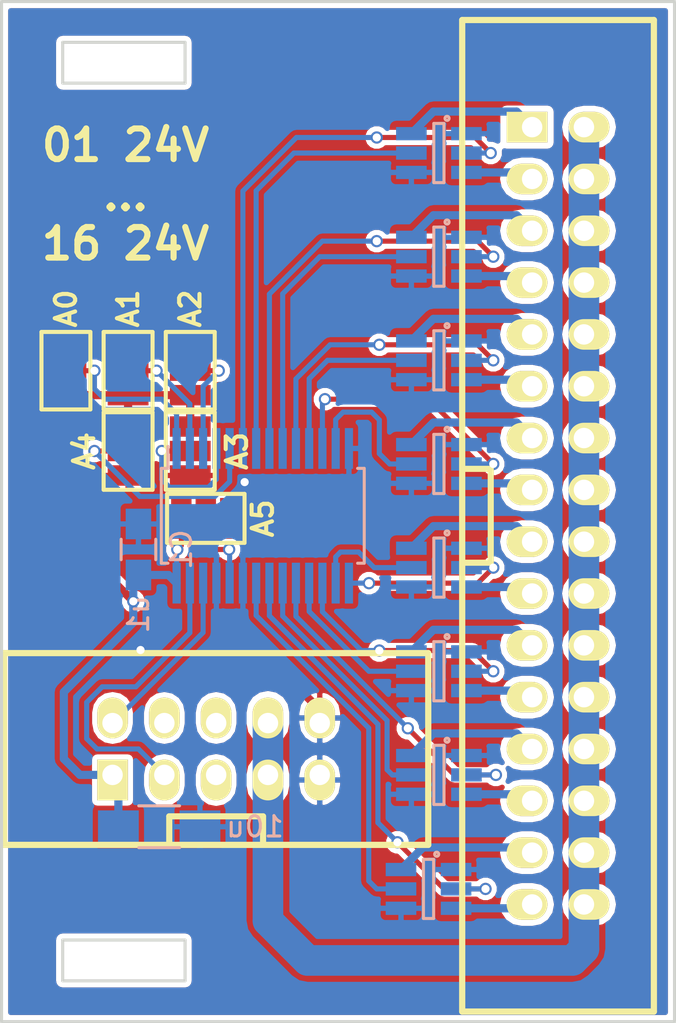
<source format=kicad_pcb>
(kicad_pcb (version 4) (host pcbnew 4.0.4-stable)

  (general
    (links 94)
    (no_connects 0)
    (area 119.424999 99.924999 150.075001 145.075001)
    (thickness 1.6)
    (drawings 13)
    (tracks 253)
    (zones 0)
    (modules 19)
    (nets 44)
  )

  (page A4)
  (layers
    (0 F.Cu signal)
    (31 B.Cu signal)
    (32 B.Adhes user)
    (33 F.Adhes user)
    (34 B.Paste user)
    (35 F.Paste user)
    (36 B.SilkS user)
    (37 F.SilkS user)
    (38 B.Mask user)
    (39 F.Mask user)
    (40 Dwgs.User user)
    (41 Cmts.User user)
    (42 Eco1.User user)
    (43 Eco2.User user)
    (44 Edge.Cuts user)
    (45 Margin user)
    (46 B.CrtYd user hide)
    (47 F.CrtYd user)
    (48 B.Fab user hide)
    (49 F.Fab user hide)
  )

  (setup
    (last_trace_width 0.4)
    (user_trace_width 0.4)
    (user_trace_width 1.5)
    (trace_clearance 0.2)
    (zone_clearance 0.25)
    (zone_45_only no)
    (trace_min 0.2)
    (segment_width 0.2)
    (edge_width 0.15)
    (via_size 0.6)
    (via_drill 0.4)
    (via_min_size 0.4)
    (via_min_drill 0.3)
    (user_via 1.5 1)
    (uvia_size 0.3)
    (uvia_drill 0.1)
    (uvias_allowed no)
    (uvia_min_size 0.2)
    (uvia_min_drill 0.1)
    (pcb_text_width 0.3)
    (pcb_text_size 1.5 1.5)
    (mod_edge_width 0.15)
    (mod_text_size 1 1)
    (mod_text_width 0.15)
    (pad_size 1.524 1.524)
    (pad_drill 0.762)
    (pad_to_mask_clearance 0.2)
    (aux_axis_origin 0 0)
    (visible_elements 7FFFFF7F)
    (pcbplotparams
      (layerselection 0x00030_80000001)
      (usegerberextensions false)
      (excludeedgelayer true)
      (linewidth 0.100000)
      (plotframeref false)
      (viasonmask false)
      (mode 1)
      (useauxorigin false)
      (hpglpennumber 1)
      (hpglpenspeed 20)
      (hpglpendiameter 15)
      (hpglpenoverlay 2)
      (psnegative false)
      (psa4output false)
      (plotreference true)
      (plotvalue true)
      (plotinvisibletext false)
      (padsonsilk false)
      (subtractmaskfromsilk false)
      (outputformat 1)
      (mirror false)
      (drillshape 1)
      (scaleselection 1)
      (outputdirectory ""))
  )

  (net 0 "")
  (net 1 +24V)
  (net 2 GND)
  (net 3 +3V3)
  (net 4 /SCL)
  (net 5 "Net-(P2-Pad9)")
  (net 6 "Net-(P2-Pad7)")
  (net 7 "Net-(P2-Pad1)")
  (net 8 "Net-(P2-Pad3)")
  (net 9 "Net-(P2-Pad5)")
  (net 10 /A0)
  (net 11 /A1)
  (net 12 /A2)
  (net 13 /A3)
  (net 14 /A4)
  (net 15 /SDA)
  (net 16 "Net-(P2-Pad31)")
  (net 17 "Net-(P2-Pad27)")
  (net 18 "Net-(P2-Pad29)")
  (net 19 "Net-(P2-Pad25)")
  (net 20 "Net-(P2-Pad23)")
  (net 21 "Net-(P2-Pad21)")
  (net 22 "Net-(P2-Pad19)")
  (net 23 "Net-(P2-Pad17)")
  (net 24 "Net-(P2-Pad15)")
  (net 25 "Net-(P2-Pad13)")
  (net 26 "Net-(P2-Pad11)")
  (net 27 /LED0)
  (net 28 /LED1)
  (net 29 /LED2)
  (net 30 /LED3)
  (net 31 /LED4)
  (net 32 /LED5)
  (net 33 /LED6)
  (net 34 /LED7)
  (net 35 /LED8)
  (net 36 /LED9)
  (net 37 /LED10)
  (net 38 /LED11)
  (net 39 /LED12)
  (net 40 /LED13)
  (net 41 /LED14)
  (net 42 /LED15)
  (net 43 /A5)

  (net_class Default "Dies ist die voreingestellte Netzklasse."
    (clearance 0.2)
    (trace_width 0.25)
    (via_dia 0.6)
    (via_drill 0.4)
    (uvia_dia 0.3)
    (uvia_drill 0.1)
    (add_net +3V3)
    (add_net /A0)
    (add_net /A1)
    (add_net /A2)
    (add_net /A3)
    (add_net /A4)
    (add_net /A5)
    (add_net /LED0)
    (add_net /LED1)
    (add_net /LED10)
    (add_net /LED11)
    (add_net /LED12)
    (add_net /LED13)
    (add_net /LED14)
    (add_net /LED15)
    (add_net /LED2)
    (add_net /LED3)
    (add_net /LED4)
    (add_net /LED5)
    (add_net /LED6)
    (add_net /LED7)
    (add_net /LED8)
    (add_net /LED9)
    (add_net /SCL)
    (add_net /SDA)
    (add_net GND)
  )

  (net_class HIGH_POWER ""
    (clearance 0.3)
    (trace_width 1)
    (via_dia 1.27)
    (via_drill 0.8)
    (uvia_dia 0.3)
    (uvia_drill 0.1)
  )

  (net_class POWER ""
    (clearance 0.3)
    (trace_width 0.4)
    (via_dia 0.6)
    (via_drill 0.4)
    (uvia_dia 0.3)
    (uvia_drill 0.1)
    (add_net +24V)
    (add_net "Net-(P2-Pad1)")
    (add_net "Net-(P2-Pad11)")
    (add_net "Net-(P2-Pad13)")
    (add_net "Net-(P2-Pad15)")
    (add_net "Net-(P2-Pad17)")
    (add_net "Net-(P2-Pad19)")
    (add_net "Net-(P2-Pad21)")
    (add_net "Net-(P2-Pad23)")
    (add_net "Net-(P2-Pad25)")
    (add_net "Net-(P2-Pad27)")
    (add_net "Net-(P2-Pad29)")
    (add_net "Net-(P2-Pad3)")
    (add_net "Net-(P2-Pad31)")
    (add_net "Net-(P2-Pad5)")
    (add_net "Net-(P2-Pad7)")
    (add_net "Net-(P2-Pad9)")
  )

  (module w_conn_strip:vasch_strip_5x2 (layer F.Cu) (tedit 584C763D) (tstamp 5847BAF1)
    (at 128.524 135.636)
    (descr "Box header 5x2pin 2.54mm")
    (tags "CONN DEV")
    (path /58474D6D)
    (fp_text reference P1 (at 0 -5.7) (layer F.SilkS) hide
      (effects (font (size 1 1) (thickness 0.2032)))
    )
    (fp_text value CONN_02X05 (at 0 5.7) (layer F.SilkS) hide
      (effects (font (size 1 1) (thickness 0.2032)))
    )
    (fp_line (start -10.4 4.7) (end 10.4 4.7) (layer F.SilkS) (width 0.3048))
    (fp_line (start 10.4 -4.7) (end -10.4 -4.7) (layer F.SilkS) (width 0.3048))
    (fp_line (start -10.4 -4.7) (end -10.4 4.7) (layer F.SilkS) (width 0.3048))
    (fp_line (start 10.4 -4.7) (end 10.4 4.7) (layer F.SilkS) (width 0.3048))
    (fp_line (start 2.3 4.7) (end 2.3 3.3) (layer F.SilkS) (width 0.29972))
    (fp_line (start 2.3 3.3) (end -2.3 3.3) (layer F.SilkS) (width 0.29972))
    (fp_line (start -2.3 3.3) (end -2.3 4.7) (layer F.SilkS) (width 0.29972))
    (pad 9 thru_hole oval (at 5.08 1.27) (size 1.5 2) (drill 1 (offset 0 0.25)) (layers *.Cu *.Mask F.SilkS)
      (net 2 GND))
    (pad 10 thru_hole oval (at 5.08 -1.27) (size 1.5 2) (drill 1 (offset 0 -0.25)) (layers *.Cu *.Mask F.SilkS)
      (net 2 GND))
    (pad 8 thru_hole oval (at 2.54 -1.27) (size 1.5 2) (drill 1 (offset 0 -0.25)) (layers *.Cu *.Mask F.SilkS)
      (net 1 +24V))
    (pad 7 thru_hole oval (at 2.54 1.27) (size 1.5 2) (drill 1 (offset 0 0.25)) (layers *.Cu *.Mask F.SilkS)
      (net 1 +24V))
    (pad 1 thru_hole rect (at -5.08 1.27) (size 1.5 2) (drill 1 (offset 0 0.25)) (layers *.Cu *.Mask F.SilkS)
      (net 3 +3V3))
    (pad 2 thru_hole oval (at -5.08 -1.27) (size 1.5 2) (drill 1 (offset 0 -0.25)) (layers *.Cu *.Mask F.SilkS)
      (net 4 /SCL))
    (pad 3 thru_hole oval (at -2.54 1.27) (size 1.5 2) (drill 1 (offset 0 0.25)) (layers *.Cu *.Mask F.SilkS)
      (net 15 /SDA))
    (pad 4 thru_hole oval (at -2.54 -1.27) (size 1.5 2) (drill 1 (offset 0 -0.25)) (layers *.Cu *.Mask F.SilkS))
    (pad 5 thru_hole oval (at 0 1.27) (size 1.5 2) (drill 1 (offset 0 0.25)) (layers *.Cu *.Mask F.SilkS))
    (pad 6 thru_hole oval (at 0 -1.27) (size 1.5 2) (drill 1 (offset 0 -0.25)) (layers *.Cu *.Mask F.SilkS))
    (model walter/conn_strip/vasch_strip_5x2.wrl
      (at (xyz 0 0 0))
      (scale (xyz 1 1 1))
      (rotate (xyz 0 0 0))
    )
  )

  (module sensact:SOT-23-6_handsolder (layer B.Cu) (tedit 584C75F3) (tstamp 5847254F)
    (at 139.446 106.426 180)
    (descr "6-pin SOT-23 package")
    (tags SOT-23-6)
    (path /58471EE2)
    (attr smd)
    (fp_text reference U1 (at 0 2.7 180) (layer B.SilkS) hide
      (effects (font (size 1 1) (thickness 0.15)) (justify mirror))
    )
    (fp_text value NUD3124DMT1G (at 0 -2.6 180) (layer B.Fab) hide
      (effects (font (size 1 1) (thickness 0.15)) (justify mirror))
    )
    (fp_line (start 2.2 -1.6) (end -2.2 -1.6) (layer B.CrtYd) (width 0.1))
    (fp_line (start -2.2 -1.6) (end -2.2 1.6) (layer B.CrtYd) (width 0.1))
    (fp_line (start 2.2 1.6) (end 2.2 -1.6) (layer B.CrtYd) (width 0.1))
    (fp_line (start -2.2 1.6) (end 2.2 1.6) (layer B.CrtYd) (width 0.1))
    (fp_circle (center -0.4 1.7) (end -0.3 1.7) (layer B.SilkS) (width 0.15))
    (fp_line (start 0.25 1.45) (end -0.25 1.45) (layer B.SilkS) (width 0.15))
    (fp_line (start 0.25 -1.45) (end 0.25 1.45) (layer B.SilkS) (width 0.15))
    (fp_line (start -0.25 -1.45) (end 0.25 -1.45) (layer B.SilkS) (width 0.15))
    (fp_line (start -0.25 1.45) (end -0.25 -1.45) (layer B.SilkS) (width 0.15))
    (pad 1 smd rect (at -1.35 0.95 180) (size 1.5 0.65) (layers B.Cu B.Paste B.Mask)
      (net 2 GND))
    (pad 2 smd rect (at -1.35 0 180) (size 1.5 0.65) (layers B.Cu B.Paste B.Mask)
      (net 27 /LED0))
    (pad 3 smd rect (at -1.35 -0.95 180) (size 1.5 0.65) (layers B.Cu B.Paste B.Mask)
      (net 8 "Net-(P2-Pad3)"))
    (pad 4 smd rect (at 1.35 -0.95 180) (size 1.5 0.65) (layers B.Cu B.Paste B.Mask)
      (net 2 GND))
    (pad 6 smd rect (at 1.35 0.95 180) (size 1.5 0.65) (layers B.Cu B.Paste B.Mask)
      (net 7 "Net-(P2-Pad1)"))
    (pad 5 smd rect (at 1.35 0 180) (size 1.5 0.65) (layers B.Cu B.Paste B.Mask)
      (net 28 /LED1))
    (model TO_SOT_Packages_SMD.3dshapes/SOT-23-6.wrl
      (at (xyz 0 0 0))
      (scale (xyz 1 1 1))
      (rotate (xyz 0 0 0))
    )
  )

  (module sensact:SOT-23-6_handsolder (layer B.Cu) (tedit 584C7738) (tstamp 58472558)
    (at 139.446 111.506 180)
    (descr "6-pin SOT-23 package")
    (tags SOT-23-6)
    (path /58471FE5)
    (attr smd)
    (fp_text reference U2 (at 0 2.7 180) (layer B.SilkS) hide
      (effects (font (size 1 1) (thickness 0.15)) (justify mirror))
    )
    (fp_text value NUD3124DMT1G (at 0 -2.6 180) (layer B.Fab) hide
      (effects (font (size 1 1) (thickness 0.15)) (justify mirror))
    )
    (fp_line (start 2.2 -1.6) (end -2.2 -1.6) (layer B.CrtYd) (width 0.1))
    (fp_line (start -2.2 -1.6) (end -2.2 1.6) (layer B.CrtYd) (width 0.1))
    (fp_line (start 2.2 1.6) (end 2.2 -1.6) (layer B.CrtYd) (width 0.1))
    (fp_line (start -2.2 1.6) (end 2.2 1.6) (layer B.CrtYd) (width 0.1))
    (fp_circle (center -0.4 1.7) (end -0.3 1.7) (layer B.SilkS) (width 0.15))
    (fp_line (start 0.25 1.45) (end -0.25 1.45) (layer B.SilkS) (width 0.15))
    (fp_line (start 0.25 -1.45) (end 0.25 1.45) (layer B.SilkS) (width 0.15))
    (fp_line (start -0.25 -1.45) (end 0.25 -1.45) (layer B.SilkS) (width 0.15))
    (fp_line (start -0.25 1.45) (end -0.25 -1.45) (layer B.SilkS) (width 0.15))
    (pad 1 smd rect (at -1.35 0.95 180) (size 1.5 0.65) (layers B.Cu B.Paste B.Mask)
      (net 2 GND))
    (pad 2 smd rect (at -1.35 0 180) (size 1.5 0.65) (layers B.Cu B.Paste B.Mask)
      (net 29 /LED2))
    (pad 3 smd rect (at -1.35 -0.95 180) (size 1.5 0.65) (layers B.Cu B.Paste B.Mask)
      (net 6 "Net-(P2-Pad7)"))
    (pad 4 smd rect (at 1.35 -0.95 180) (size 1.5 0.65) (layers B.Cu B.Paste B.Mask)
      (net 2 GND))
    (pad 6 smd rect (at 1.35 0.95 180) (size 1.5 0.65) (layers B.Cu B.Paste B.Mask)
      (net 9 "Net-(P2-Pad5)"))
    (pad 5 smd rect (at 1.35 0 180) (size 1.5 0.65) (layers B.Cu B.Paste B.Mask)
      (net 30 /LED3))
    (model TO_SOT_Packages_SMD.3dshapes/SOT-23-6.wrl
      (at (xyz 0 0 0))
      (scale (xyz 1 1 1))
      (rotate (xyz 0 0 0))
    )
  )

  (module sensact:SOT-23-6_handsolder (layer B.Cu) (tedit 584C773B) (tstamp 5847256A)
    (at 139.446 116.586 180)
    (descr "6-pin SOT-23 package")
    (tags SOT-23-6)
    (path /584720BA)
    (attr smd)
    (fp_text reference U3 (at 0 2.7 180) (layer B.SilkS) hide
      (effects (font (size 1 1) (thickness 0.15)) (justify mirror))
    )
    (fp_text value NUD3124DMT1G (at 0 -2.6 180) (layer B.Fab) hide
      (effects (font (size 1 1) (thickness 0.15)) (justify mirror))
    )
    (fp_line (start 2.2 -1.6) (end -2.2 -1.6) (layer B.CrtYd) (width 0.1))
    (fp_line (start -2.2 -1.6) (end -2.2 1.6) (layer B.CrtYd) (width 0.1))
    (fp_line (start 2.2 1.6) (end 2.2 -1.6) (layer B.CrtYd) (width 0.1))
    (fp_line (start -2.2 1.6) (end 2.2 1.6) (layer B.CrtYd) (width 0.1))
    (fp_circle (center -0.4 1.7) (end -0.3 1.7) (layer B.SilkS) (width 0.15))
    (fp_line (start 0.25 1.45) (end -0.25 1.45) (layer B.SilkS) (width 0.15))
    (fp_line (start 0.25 -1.45) (end 0.25 1.45) (layer B.SilkS) (width 0.15))
    (fp_line (start -0.25 -1.45) (end 0.25 -1.45) (layer B.SilkS) (width 0.15))
    (fp_line (start -0.25 1.45) (end -0.25 -1.45) (layer B.SilkS) (width 0.15))
    (pad 1 smd rect (at -1.35 0.95 180) (size 1.5 0.65) (layers B.Cu B.Paste B.Mask)
      (net 2 GND))
    (pad 2 smd rect (at -1.35 0 180) (size 1.5 0.65) (layers B.Cu B.Paste B.Mask)
      (net 31 /LED4))
    (pad 3 smd rect (at -1.35 -0.95 180) (size 1.5 0.65) (layers B.Cu B.Paste B.Mask)
      (net 26 "Net-(P2-Pad11)"))
    (pad 4 smd rect (at 1.35 -0.95 180) (size 1.5 0.65) (layers B.Cu B.Paste B.Mask)
      (net 2 GND))
    (pad 6 smd rect (at 1.35 0.95 180) (size 1.5 0.65) (layers B.Cu B.Paste B.Mask)
      (net 5 "Net-(P2-Pad9)"))
    (pad 5 smd rect (at 1.35 0 180) (size 1.5 0.65) (layers B.Cu B.Paste B.Mask)
      (net 32 /LED5))
    (model TO_SOT_Packages_SMD.3dshapes/SOT-23-6.wrl
      (at (xyz 0 0 0))
      (scale (xyz 1 1 1))
      (rotate (xyz 0 0 0))
    )
  )

  (module sensact:SOT-23-6_handsolder (layer B.Cu) (tedit 584C7734) (tstamp 58472574)
    (at 139.446 121.666 180)
    (descr "6-pin SOT-23 package")
    (tags SOT-23-6)
    (path /5847212D)
    (attr smd)
    (fp_text reference U4 (at 0 2.7 180) (layer B.SilkS) hide
      (effects (font (size 1 1) (thickness 0.15)) (justify mirror))
    )
    (fp_text value NUD3124DMT1G (at 0 -2.6 180) (layer B.Fab) hide
      (effects (font (size 1 1) (thickness 0.15)) (justify mirror))
    )
    (fp_line (start 2.2 -1.6) (end -2.2 -1.6) (layer B.CrtYd) (width 0.1))
    (fp_line (start -2.2 -1.6) (end -2.2 1.6) (layer B.CrtYd) (width 0.1))
    (fp_line (start 2.2 1.6) (end 2.2 -1.6) (layer B.CrtYd) (width 0.1))
    (fp_line (start -2.2 1.6) (end 2.2 1.6) (layer B.CrtYd) (width 0.1))
    (fp_circle (center -0.4 1.7) (end -0.3 1.7) (layer B.SilkS) (width 0.15))
    (fp_line (start 0.25 1.45) (end -0.25 1.45) (layer B.SilkS) (width 0.15))
    (fp_line (start 0.25 -1.45) (end 0.25 1.45) (layer B.SilkS) (width 0.15))
    (fp_line (start -0.25 -1.45) (end 0.25 -1.45) (layer B.SilkS) (width 0.15))
    (fp_line (start -0.25 1.45) (end -0.25 -1.45) (layer B.SilkS) (width 0.15))
    (pad 1 smd rect (at -1.35 0.95 180) (size 1.5 0.65) (layers B.Cu B.Paste B.Mask)
      (net 2 GND))
    (pad 2 smd rect (at -1.35 0 180) (size 1.5 0.65) (layers B.Cu B.Paste B.Mask)
      (net 33 /LED6))
    (pad 3 smd rect (at -1.35 -0.95 180) (size 1.5 0.65) (layers B.Cu B.Paste B.Mask)
      (net 24 "Net-(P2-Pad15)"))
    (pad 4 smd rect (at 1.35 -0.95 180) (size 1.5 0.65) (layers B.Cu B.Paste B.Mask)
      (net 2 GND))
    (pad 6 smd rect (at 1.35 0.95 180) (size 1.5 0.65) (layers B.Cu B.Paste B.Mask)
      (net 25 "Net-(P2-Pad13)"))
    (pad 5 smd rect (at 1.35 0 180) (size 1.5 0.65) (layers B.Cu B.Paste B.Mask)
      (net 34 /LED7))
    (model TO_SOT_Packages_SMD.3dshapes/SOT-23-6.wrl
      (at (xyz 0 0 0))
      (scale (xyz 1 1 1))
      (rotate (xyz 0 0 0))
    )
  )

  (module sensact:SOT-23-6_handsolder (layer B.Cu) (tedit 584C7610) (tstamp 5847257E)
    (at 139.446 126.746 180)
    (descr "6-pin SOT-23 package")
    (tags SOT-23-6)
    (path /58472C8A)
    (attr smd)
    (fp_text reference U5 (at 0 2.7 180) (layer B.SilkS) hide
      (effects (font (size 1 1) (thickness 0.15)) (justify mirror))
    )
    (fp_text value NUD3124DMT1G (at 0 -2.6 180) (layer B.Fab) hide
      (effects (font (size 1 1) (thickness 0.15)) (justify mirror))
    )
    (fp_line (start 2.2 -1.6) (end -2.2 -1.6) (layer B.CrtYd) (width 0.1))
    (fp_line (start -2.2 -1.6) (end -2.2 1.6) (layer B.CrtYd) (width 0.1))
    (fp_line (start 2.2 1.6) (end 2.2 -1.6) (layer B.CrtYd) (width 0.1))
    (fp_line (start -2.2 1.6) (end 2.2 1.6) (layer B.CrtYd) (width 0.1))
    (fp_circle (center -0.4 1.7) (end -0.3 1.7) (layer B.SilkS) (width 0.15))
    (fp_line (start 0.25 1.45) (end -0.25 1.45) (layer B.SilkS) (width 0.15))
    (fp_line (start 0.25 -1.45) (end 0.25 1.45) (layer B.SilkS) (width 0.15))
    (fp_line (start -0.25 -1.45) (end 0.25 -1.45) (layer B.SilkS) (width 0.15))
    (fp_line (start -0.25 1.45) (end -0.25 -1.45) (layer B.SilkS) (width 0.15))
    (pad 1 smd rect (at -1.35 0.95 180) (size 1.5 0.65) (layers B.Cu B.Paste B.Mask)
      (net 2 GND))
    (pad 2 smd rect (at -1.35 0 180) (size 1.5 0.65) (layers B.Cu B.Paste B.Mask)
      (net 35 /LED8))
    (pad 3 smd rect (at -1.35 -0.95 180) (size 1.5 0.65) (layers B.Cu B.Paste B.Mask)
      (net 22 "Net-(P2-Pad19)"))
    (pad 4 smd rect (at 1.35 -0.95 180) (size 1.5 0.65) (layers B.Cu B.Paste B.Mask)
      (net 2 GND))
    (pad 6 smd rect (at 1.35 0.95 180) (size 1.5 0.65) (layers B.Cu B.Paste B.Mask)
      (net 23 "Net-(P2-Pad17)"))
    (pad 5 smd rect (at 1.35 0 180) (size 1.5 0.65) (layers B.Cu B.Paste B.Mask)
      (net 36 /LED9))
    (model TO_SOT_Packages_SMD.3dshapes/SOT-23-6.wrl
      (at (xyz 0 0 0))
      (scale (xyz 1 1 1))
      (rotate (xyz 0 0 0))
    )
  )

  (module sensact:SOT-23-6_handsolder (layer B.Cu) (tedit 584C7616) (tstamp 58472588)
    (at 139.446 131.826 180)
    (descr "6-pin SOT-23 package")
    (tags SOT-23-6)
    (path /58472D11)
    (attr smd)
    (fp_text reference U6 (at 0 2.7 180) (layer B.SilkS) hide
      (effects (font (size 1 1) (thickness 0.15)) (justify mirror))
    )
    (fp_text value NUD3124DMT1G (at 0 -2.6 180) (layer B.Fab) hide
      (effects (font (size 1 1) (thickness 0.15)) (justify mirror))
    )
    (fp_line (start 2.2 -1.6) (end -2.2 -1.6) (layer B.CrtYd) (width 0.1))
    (fp_line (start -2.2 -1.6) (end -2.2 1.6) (layer B.CrtYd) (width 0.1))
    (fp_line (start 2.2 1.6) (end 2.2 -1.6) (layer B.CrtYd) (width 0.1))
    (fp_line (start -2.2 1.6) (end 2.2 1.6) (layer B.CrtYd) (width 0.1))
    (fp_circle (center -0.4 1.7) (end -0.3 1.7) (layer B.SilkS) (width 0.15))
    (fp_line (start 0.25 1.45) (end -0.25 1.45) (layer B.SilkS) (width 0.15))
    (fp_line (start 0.25 -1.45) (end 0.25 1.45) (layer B.SilkS) (width 0.15))
    (fp_line (start -0.25 -1.45) (end 0.25 -1.45) (layer B.SilkS) (width 0.15))
    (fp_line (start -0.25 1.45) (end -0.25 -1.45) (layer B.SilkS) (width 0.15))
    (pad 1 smd rect (at -1.35 0.95 180) (size 1.5 0.65) (layers B.Cu B.Paste B.Mask)
      (net 2 GND))
    (pad 2 smd rect (at -1.35 0 180) (size 1.5 0.65) (layers B.Cu B.Paste B.Mask)
      (net 37 /LED10))
    (pad 3 smd rect (at -1.35 -0.95 180) (size 1.5 0.65) (layers B.Cu B.Paste B.Mask)
      (net 20 "Net-(P2-Pad23)"))
    (pad 4 smd rect (at 1.35 -0.95 180) (size 1.5 0.65) (layers B.Cu B.Paste B.Mask)
      (net 2 GND))
    (pad 6 smd rect (at 1.35 0.95 180) (size 1.5 0.65) (layers B.Cu B.Paste B.Mask)
      (net 21 "Net-(P2-Pad21)"))
    (pad 5 smd rect (at 1.35 0 180) (size 1.5 0.65) (layers B.Cu B.Paste B.Mask)
      (net 38 /LED11))
    (model TO_SOT_Packages_SMD.3dshapes/SOT-23-6.wrl
      (at (xyz 0 0 0))
      (scale (xyz 1 1 1))
      (rotate (xyz 0 0 0))
    )
  )

  (module sensact:SOT-23-6_handsolder (layer B.Cu) (tedit 584C7747) (tstamp 58472592)
    (at 139.446 136.906 180)
    (descr "6-pin SOT-23 package")
    (tags SOT-23-6)
    (path /58472D64)
    (attr smd)
    (fp_text reference U7 (at 0 2.7 180) (layer B.SilkS) hide
      (effects (font (size 1 1) (thickness 0.15)) (justify mirror))
    )
    (fp_text value NUD3124DMT1G (at 0 -2.6 180) (layer B.Fab) hide
      (effects (font (size 1 1) (thickness 0.15)) (justify mirror))
    )
    (fp_line (start 2.2 -1.6) (end -2.2 -1.6) (layer B.CrtYd) (width 0.1))
    (fp_line (start -2.2 -1.6) (end -2.2 1.6) (layer B.CrtYd) (width 0.1))
    (fp_line (start 2.2 1.6) (end 2.2 -1.6) (layer B.CrtYd) (width 0.1))
    (fp_line (start -2.2 1.6) (end 2.2 1.6) (layer B.CrtYd) (width 0.1))
    (fp_circle (center -0.4 1.7) (end -0.3 1.7) (layer B.SilkS) (width 0.15))
    (fp_line (start 0.25 1.45) (end -0.25 1.45) (layer B.SilkS) (width 0.15))
    (fp_line (start 0.25 -1.45) (end 0.25 1.45) (layer B.SilkS) (width 0.15))
    (fp_line (start -0.25 -1.45) (end 0.25 -1.45) (layer B.SilkS) (width 0.15))
    (fp_line (start -0.25 1.45) (end -0.25 -1.45) (layer B.SilkS) (width 0.15))
    (pad 1 smd rect (at -1.35 0.95 180) (size 1.5 0.65) (layers B.Cu B.Paste B.Mask)
      (net 2 GND))
    (pad 2 smd rect (at -1.35 0 180) (size 1.5 0.65) (layers B.Cu B.Paste B.Mask)
      (net 39 /LED12))
    (pad 3 smd rect (at -1.35 -0.95 180) (size 1.5 0.65) (layers B.Cu B.Paste B.Mask)
      (net 17 "Net-(P2-Pad27)"))
    (pad 4 smd rect (at 1.35 -0.95 180) (size 1.5 0.65) (layers B.Cu B.Paste B.Mask)
      (net 2 GND))
    (pad 6 smd rect (at 1.35 0.95 180) (size 1.5 0.65) (layers B.Cu B.Paste B.Mask)
      (net 19 "Net-(P2-Pad25)"))
    (pad 5 smd rect (at 1.35 0 180) (size 1.5 0.65) (layers B.Cu B.Paste B.Mask)
      (net 40 /LED13))
    (model TO_SOT_Packages_SMD.3dshapes/SOT-23-6.wrl
      (at (xyz 0 0 0))
      (scale (xyz 1 1 1))
      (rotate (xyz 0 0 0))
    )
  )

  (module sensact:SOT-23-6_handsolder (layer B.Cu) (tedit 584C7624) (tstamp 5847259C)
    (at 138.938 142.494 180)
    (descr "6-pin SOT-23 package")
    (tags SOT-23-6)
    (path /58472DAD)
    (attr smd)
    (fp_text reference U8 (at 0 2.7 180) (layer B.SilkS) hide
      (effects (font (size 1 1) (thickness 0.15)) (justify mirror))
    )
    (fp_text value NUD3124DMT1G (at 0 -2.6 180) (layer B.Fab) hide
      (effects (font (size 1 1) (thickness 0.15)) (justify mirror))
    )
    (fp_line (start 2.2 -1.6) (end -2.2 -1.6) (layer B.CrtYd) (width 0.1))
    (fp_line (start -2.2 -1.6) (end -2.2 1.6) (layer B.CrtYd) (width 0.1))
    (fp_line (start 2.2 1.6) (end 2.2 -1.6) (layer B.CrtYd) (width 0.1))
    (fp_line (start -2.2 1.6) (end 2.2 1.6) (layer B.CrtYd) (width 0.1))
    (fp_circle (center -0.4 1.7) (end -0.3 1.7) (layer B.SilkS) (width 0.15))
    (fp_line (start 0.25 1.45) (end -0.25 1.45) (layer B.SilkS) (width 0.15))
    (fp_line (start 0.25 -1.45) (end 0.25 1.45) (layer B.SilkS) (width 0.15))
    (fp_line (start -0.25 -1.45) (end 0.25 -1.45) (layer B.SilkS) (width 0.15))
    (fp_line (start -0.25 1.45) (end -0.25 -1.45) (layer B.SilkS) (width 0.15))
    (pad 1 smd rect (at -1.35 0.95 180) (size 1.5 0.65) (layers B.Cu B.Paste B.Mask)
      (net 2 GND))
    (pad 2 smd rect (at -1.35 0 180) (size 1.5 0.65) (layers B.Cu B.Paste B.Mask)
      (net 41 /LED14))
    (pad 3 smd rect (at -1.35 -0.95 180) (size 1.5 0.65) (layers B.Cu B.Paste B.Mask)
      (net 16 "Net-(P2-Pad31)"))
    (pad 4 smd rect (at 1.35 -0.95 180) (size 1.5 0.65) (layers B.Cu B.Paste B.Mask)
      (net 2 GND))
    (pad 6 smd rect (at 1.35 0.95 180) (size 1.5 0.65) (layers B.Cu B.Paste B.Mask)
      (net 18 "Net-(P2-Pad29)"))
    (pad 5 smd rect (at 1.35 0 180) (size 1.5 0.65) (layers B.Cu B.Paste B.Mask)
      (net 42 /LED15))
    (model TO_SOT_Packages_SMD.3dshapes/SOT-23-6.wrl
      (at (xyz 0 0 0))
      (scale (xyz 1 1 1))
      (rotate (xyz 0 0 0))
    )
  )

  (module Capacitors_SMD:C_0805_HandSoldering (layer B.Cu) (tedit 584C7648) (tstamp 5847BAC4)
    (at 124.714 125.857 90)
    (descr "Capacitor SMD 0805, hand soldering")
    (tags "capacitor 0805")
    (path /584758D0)
    (attr smd)
    (fp_text reference C1 (at 0 2.1 90) (layer B.SilkS)
      (effects (font (size 1 1) (thickness 0.15)) (justify mirror))
    )
    (fp_text value u1 (at -3.175 0 90) (layer B.SilkS)
      (effects (font (size 1 1) (thickness 0.15)) (justify mirror))
    )
    (fp_line (start -1 -0.625) (end -1 0.625) (layer B.Fab) (width 0.15))
    (fp_line (start 1 -0.625) (end -1 -0.625) (layer B.Fab) (width 0.15))
    (fp_line (start 1 0.625) (end 1 -0.625) (layer B.Fab) (width 0.15))
    (fp_line (start -1 0.625) (end 1 0.625) (layer B.Fab) (width 0.15))
    (fp_line (start -2.3 1) (end 2.3 1) (layer B.CrtYd) (width 0.05))
    (fp_line (start -2.3 -1) (end 2.3 -1) (layer B.CrtYd) (width 0.05))
    (fp_line (start -2.3 1) (end -2.3 -1) (layer B.CrtYd) (width 0.05))
    (fp_line (start 2.3 1) (end 2.3 -1) (layer B.CrtYd) (width 0.05))
    (fp_line (start 0.5 0.85) (end -0.5 0.85) (layer B.SilkS) (width 0.15))
    (fp_line (start -0.5 -0.85) (end 0.5 -0.85) (layer B.SilkS) (width 0.15))
    (pad 1 smd rect (at -1.25 0 90) (size 1.5 1.25) (layers B.Cu B.Paste B.Mask)
      (net 3 +3V3))
    (pad 2 smd rect (at 1.25 0 90) (size 1.5 1.25) (layers B.Cu B.Paste B.Mask)
      (net 2 GND))
    (model Capacitors_SMD.3dshapes/C_0805_HandSoldering.wrl
      (at (xyz 0 0 0))
      (scale (xyz 1 1 1))
      (rotate (xyz 0 0 0))
    )
  )

  (module Capacitors_SMD:C_1206_HandSoldering (layer B.Cu) (tedit 584C7637) (tstamp 5847BAC9)
    (at 125.73 139.446)
    (descr "Capacitor SMD 1206, hand soldering")
    (tags "capacitor 1206")
    (path /58475971)
    (attr smd)
    (fp_text reference C2 (at 0 2.3) (layer B.SilkS) hide
      (effects (font (size 1 1) (thickness 0.15)) (justify mirror))
    )
    (fp_text value 10u (at 4.699 0) (layer B.SilkS)
      (effects (font (size 1 1) (thickness 0.15)) (justify mirror))
    )
    (fp_line (start -1.6 -0.8) (end -1.6 0.8) (layer B.Fab) (width 0.15))
    (fp_line (start 1.6 -0.8) (end -1.6 -0.8) (layer B.Fab) (width 0.15))
    (fp_line (start 1.6 0.8) (end 1.6 -0.8) (layer B.Fab) (width 0.15))
    (fp_line (start -1.6 0.8) (end 1.6 0.8) (layer B.Fab) (width 0.15))
    (fp_line (start -3.3 1.15) (end 3.3 1.15) (layer B.CrtYd) (width 0.05))
    (fp_line (start -3.3 -1.15) (end 3.3 -1.15) (layer B.CrtYd) (width 0.05))
    (fp_line (start -3.3 1.15) (end -3.3 -1.15) (layer B.CrtYd) (width 0.05))
    (fp_line (start 3.3 1.15) (end 3.3 -1.15) (layer B.CrtYd) (width 0.05))
    (fp_line (start 1 1.025) (end -1 1.025) (layer B.SilkS) (width 0.15))
    (fp_line (start -1 -1.025) (end 1 -1.025) (layer B.SilkS) (width 0.15))
    (pad 1 smd rect (at -2 0) (size 2 1.6) (layers B.Cu B.Paste B.Mask)
      (net 3 +3V3))
    (pad 2 smd rect (at 2 0) (size 2 1.6) (layers B.Cu B.Paste B.Mask)
      (net 2 GND))
    (model Capacitors_SMD.3dshapes/C_1206_HandSoldering.wrl
      (at (xyz 0 0 0))
      (scale (xyz 1 1 1))
      (rotate (xyz 0 0 0))
    )
  )

  (module sensact:SMD-solder-bridge-3pin (layer F.Cu) (tedit 584C76D3) (tstamp 5847BAD4)
    (at 121.158 117.094 90)
    (path /5847BCC3)
    (fp_text reference JP1 (at 0 -2.2 90) (layer F.SilkS) hide
      (effects (font (size 1 1) (thickness 0.2)))
    )
    (fp_text value A0 (at 3.048 0 90) (layer F.SilkS)
      (effects (font (size 1 1) (thickness 0.2)))
    )
    (fp_line (start -1.9 -1.2) (end 1.9 -1.2) (layer F.SilkS) (width 0.2))
    (fp_line (start 1.9 -1.2) (end 1.9 1.2) (layer F.SilkS) (width 0.2))
    (fp_line (start 1.9 1.2) (end -1.9 1.2) (layer F.SilkS) (width 0.2))
    (fp_line (start -1.9 1.2) (end -1.9 -1.2) (layer F.SilkS) (width 0.2))
    (pad 1 smd rect (at -1.2 0 90) (size 1 2) (layers F.Cu F.Mask)
      (net 3 +3V3))
    (pad 2 smd rect (at 0 0 90) (size 1 2) (layers F.Cu F.Mask)
      (net 10 /A0) (solder_mask_margin 0.3))
    (pad 3 smd rect (at 1.2 0 90) (size 1 2) (layers F.Cu F.Mask)
      (net 2 GND))
  )

  (module sensact:SMD-solder-bridge-3pin (layer F.Cu) (tedit 584C76DD) (tstamp 5847BADB)
    (at 124.206 117.094 90)
    (path /5847BF30)
    (fp_text reference JP2 (at 0 -2.2 90) (layer F.SilkS) hide
      (effects (font (size 1 1) (thickness 0.2)))
    )
    (fp_text value A1 (at 3.048 0 90) (layer F.SilkS)
      (effects (font (size 1 1) (thickness 0.2)))
    )
    (fp_line (start -1.9 -1.2) (end 1.9 -1.2) (layer F.SilkS) (width 0.2))
    (fp_line (start 1.9 -1.2) (end 1.9 1.2) (layer F.SilkS) (width 0.2))
    (fp_line (start 1.9 1.2) (end -1.9 1.2) (layer F.SilkS) (width 0.2))
    (fp_line (start -1.9 1.2) (end -1.9 -1.2) (layer F.SilkS) (width 0.2))
    (pad 1 smd rect (at -1.2 0 90) (size 1 2) (layers F.Cu F.Mask)
      (net 3 +3V3))
    (pad 2 smd rect (at 0 0 90) (size 1 2) (layers F.Cu F.Mask)
      (net 11 /A1) (solder_mask_margin 0.3))
    (pad 3 smd rect (at 1.2 0 90) (size 1 2) (layers F.Cu F.Mask)
      (net 2 GND))
  )

  (module sensact:SMD-solder-bridge-3pin (layer F.Cu) (tedit 584C76E6) (tstamp 5847BAE2)
    (at 127.254 117.094 90)
    (path /5847BF69)
    (fp_text reference JP3 (at 0 -2.2 90) (layer F.SilkS) hide
      (effects (font (size 1 1) (thickness 0.2)))
    )
    (fp_text value A2 (at 3.048 0 90) (layer F.SilkS)
      (effects (font (size 1 1) (thickness 0.2)))
    )
    (fp_line (start -1.9 -1.2) (end 1.9 -1.2) (layer F.SilkS) (width 0.2))
    (fp_line (start 1.9 -1.2) (end 1.9 1.2) (layer F.SilkS) (width 0.2))
    (fp_line (start 1.9 1.2) (end -1.9 1.2) (layer F.SilkS) (width 0.2))
    (fp_line (start -1.9 1.2) (end -1.9 -1.2) (layer F.SilkS) (width 0.2))
    (pad 1 smd rect (at -1.2 0 90) (size 1 2) (layers F.Cu F.Mask)
      (net 3 +3V3))
    (pad 2 smd rect (at 0 0 90) (size 1 2) (layers F.Cu F.Mask)
      (net 12 /A2) (solder_mask_margin 0.3))
    (pad 3 smd rect (at 1.2 0 90) (size 1 2) (layers F.Cu F.Mask)
      (net 2 GND))
  )

  (module sensact:SMD-solder-bridge-3pin (layer F.Cu) (tedit 584C772B) (tstamp 5847BAE9)
    (at 127.254 121.031 270)
    (path /5847BFA6)
    (fp_text reference JP4 (at 0 -2.2 270) (layer F.SilkS) hide
      (effects (font (size 1 1) (thickness 0.2)))
    )
    (fp_text value A3 (at 0 -2.286 270) (layer F.SilkS)
      (effects (font (size 1 1) (thickness 0.2)))
    )
    (fp_line (start -1.9 -1.2) (end 1.9 -1.2) (layer F.SilkS) (width 0.2))
    (fp_line (start 1.9 -1.2) (end 1.9 1.2) (layer F.SilkS) (width 0.2))
    (fp_line (start 1.9 1.2) (end -1.9 1.2) (layer F.SilkS) (width 0.2))
    (fp_line (start -1.9 1.2) (end -1.9 -1.2) (layer F.SilkS) (width 0.2))
    (pad 1 smd rect (at -1.2 0 270) (size 1 2) (layers F.Cu F.Mask)
      (net 3 +3V3))
    (pad 2 smd rect (at 0 0 270) (size 1 2) (layers F.Cu F.Mask)
      (net 13 /A3) (solder_mask_margin 0.3))
    (pad 3 smd rect (at 1.2 0 270) (size 1 2) (layers F.Cu F.Mask)
      (net 2 GND))
  )

  (module sensact:SMD-solder-bridge-3pin (layer F.Cu) (tedit 584C76FE) (tstamp 5847BAF0)
    (at 124.206 121.031 270)
    (path /5847BFE7)
    (fp_text reference JP5 (at 0 -2.2 270) (layer F.SilkS) hide
      (effects (font (size 1 1) (thickness 0.2)))
    )
    (fp_text value A4 (at 0 2.159 270) (layer F.SilkS)
      (effects (font (size 1 1) (thickness 0.2)))
    )
    (fp_line (start -1.9 -1.2) (end 1.9 -1.2) (layer F.SilkS) (width 0.2))
    (fp_line (start 1.9 -1.2) (end 1.9 1.2) (layer F.SilkS) (width 0.2))
    (fp_line (start 1.9 1.2) (end -1.9 1.2) (layer F.SilkS) (width 0.2))
    (fp_line (start -1.9 1.2) (end -1.9 -1.2) (layer F.SilkS) (width 0.2))
    (pad 1 smd rect (at -1.2 0 270) (size 1 2) (layers F.Cu F.Mask)
      (net 3 +3V3))
    (pad 2 smd rect (at 0 0 270) (size 1 2) (layers F.Cu F.Mask)
      (net 14 /A4) (solder_mask_margin 0.3))
    (pad 3 smd rect (at 1.2 0 270) (size 1 2) (layers F.Cu F.Mask)
      (net 2 GND))
  )

  (module w_conn_strip:vasch_strip_16x2 (layer F.Cu) (tedit 584C7740) (tstamp 5847BAFE)
    (at 145.288 124.206 270)
    (descr "Box header 16x2pin 2.54mm")
    (tags "CONN DEV")
    (path /57C5D536)
    (fp_text reference P2 (at 0 -5.7 270) (layer F.SilkS) hide
      (effects (font (size 1 1) (thickness 0.2032)))
    )
    (fp_text value CONN_02X16 (at 0 5.7 270) (layer F.SilkS) hide
      (effects (font (size 1 1) (thickness 0.2032)))
    )
    (fp_line (start -24.3 4.7) (end 24.3 4.7) (layer F.SilkS) (width 0.3048))
    (fp_line (start 24.3 -4.7) (end -24.3 -4.7) (layer F.SilkS) (width 0.3048))
    (fp_line (start -24.3 -4.7) (end -24.3 4.7) (layer F.SilkS) (width 0.3048))
    (fp_line (start 24.3 -4.7) (end 24.3 4.7) (layer F.SilkS) (width 0.3048))
    (fp_line (start 2.3 4.7) (end 2.3 3.3) (layer F.SilkS) (width 0.29972))
    (fp_line (start 2.3 3.3) (end -2.3 3.3) (layer F.SilkS) (width 0.29972))
    (fp_line (start -2.3 3.3) (end -2.3 4.7) (layer F.SilkS) (width 0.29972))
    (pad 31 thru_hole oval (at 19.05 1.27 270) (size 1.5 2) (drill 1 (offset 0 0.25)) (layers *.Cu *.Mask F.SilkS)
      (net 16 "Net-(P2-Pad31)"))
    (pad 32 thru_hole oval (at 19.05 -1.27 270) (size 1.5 2) (drill 1 (offset 0 -0.25)) (layers *.Cu *.Mask F.SilkS)
      (net 1 +24V))
    (pad 27 thru_hole oval (at 13.97 1.27 270) (size 1.5 2) (drill 1 (offset 0 0.25)) (layers *.Cu *.Mask F.SilkS)
      (net 17 "Net-(P2-Pad27)"))
    (pad 28 thru_hole oval (at 13.97 -1.27 270) (size 1.5 2) (drill 1 (offset 0 -0.25)) (layers *.Cu *.Mask F.SilkS)
      (net 1 +24V))
    (pad 30 thru_hole oval (at 16.51 -1.27 270) (size 1.5 2) (drill 1 (offset 0 -0.25)) (layers *.Cu *.Mask F.SilkS)
      (net 1 +24V))
    (pad 29 thru_hole oval (at 16.51 1.27 270) (size 1.5 2) (drill 1 (offset 0 0.25)) (layers *.Cu *.Mask F.SilkS)
      (net 18 "Net-(P2-Pad29)"))
    (pad 25 thru_hole oval (at 11.43 1.27 270) (size 1.5 2) (drill 1 (offset 0 0.25)) (layers *.Cu *.Mask F.SilkS)
      (net 19 "Net-(P2-Pad25)"))
    (pad 26 thru_hole oval (at 11.43 -1.27 270) (size 1.5 2) (drill 1 (offset 0 -0.25)) (layers *.Cu *.Mask F.SilkS)
      (net 1 +24V))
    (pad 24 thru_hole oval (at 8.89 -1.27 270) (size 1.5 2) (drill 1 (offset 0 -0.25)) (layers *.Cu *.Mask F.SilkS)
      (net 1 +24V))
    (pad 23 thru_hole oval (at 8.89 1.27 270) (size 1.5 2) (drill 1 (offset 0 0.25)) (layers *.Cu *.Mask F.SilkS)
      (net 20 "Net-(P2-Pad23)"))
    (pad 21 thru_hole oval (at 6.35 1.27 270) (size 1.5 2) (drill 1 (offset 0 0.25)) (layers *.Cu *.Mask F.SilkS)
      (net 21 "Net-(P2-Pad21)"))
    (pad 22 thru_hole oval (at 6.35 -1.27 270) (size 1.5 2) (drill 1 (offset 0 -0.25)) (layers *.Cu *.Mask F.SilkS)
      (net 1 +24V))
    (pad 20 thru_hole oval (at 3.81 -1.27 270) (size 1.5 2) (drill 1 (offset 0 -0.25)) (layers *.Cu *.Mask F.SilkS)
      (net 1 +24V))
    (pad 19 thru_hole oval (at 3.81 1.27 270) (size 1.5 2) (drill 1 (offset 0 0.25)) (layers *.Cu *.Mask F.SilkS)
      (net 22 "Net-(P2-Pad19)"))
    (pad 17 thru_hole oval (at 1.27 1.27 270) (size 1.5 2) (drill 1 (offset 0 0.25)) (layers *.Cu *.Mask F.SilkS)
      (net 23 "Net-(P2-Pad17)"))
    (pad 18 thru_hole oval (at 1.27 -1.27 270) (size 1.5 2) (drill 1 (offset 0 -0.25)) (layers *.Cu *.Mask F.SilkS)
      (net 1 +24V))
    (pad 16 thru_hole oval (at -1.27 -1.27 270) (size 1.5 2) (drill 1 (offset 0 -0.25)) (layers *.Cu *.Mask F.SilkS)
      (net 1 +24V))
    (pad 15 thru_hole oval (at -1.27 1.27 270) (size 1.5 2) (drill 1 (offset 0 0.25)) (layers *.Cu *.Mask F.SilkS)
      (net 24 "Net-(P2-Pad15)"))
    (pad 13 thru_hole oval (at -3.81 1.27 270) (size 1.5 2) (drill 1 (offset 0 0.25)) (layers *.Cu *.Mask F.SilkS)
      (net 25 "Net-(P2-Pad13)"))
    (pad 14 thru_hole oval (at -3.81 -1.27 270) (size 1.5 2) (drill 1 (offset 0 -0.25)) (layers *.Cu *.Mask F.SilkS)
      (net 1 +24V))
    (pad 12 thru_hole oval (at -6.35 -1.27 270) (size 1.5 2) (drill 1 (offset 0 -0.25)) (layers *.Cu *.Mask F.SilkS)
      (net 1 +24V))
    (pad 11 thru_hole oval (at -6.35 1.27 270) (size 1.5 2) (drill 1 (offset 0 0.25)) (layers *.Cu *.Mask F.SilkS)
      (net 26 "Net-(P2-Pad11)"))
    (pad 9 thru_hole oval (at -8.89 1.27 270) (size 1.5 2) (drill 1 (offset 0 0.25)) (layers *.Cu *.Mask F.SilkS)
      (net 5 "Net-(P2-Pad9)"))
    (pad 10 thru_hole oval (at -8.89 -1.27 270) (size 1.5 2) (drill 1 (offset 0 -0.25)) (layers *.Cu *.Mask F.SilkS)
      (net 1 +24V))
    (pad 8 thru_hole oval (at -11.43 -1.27 270) (size 1.5 2) (drill 1 (offset 0 -0.25)) (layers *.Cu *.Mask F.SilkS)
      (net 1 +24V))
    (pad 7 thru_hole oval (at -11.43 1.27 270) (size 1.5 2) (drill 1 (offset 0 0.25)) (layers *.Cu *.Mask F.SilkS)
      (net 6 "Net-(P2-Pad7)"))
    (pad 1 thru_hole rect (at -19.05 1.27 270) (size 1.5 2) (drill 1 (offset 0 0.25)) (layers *.Cu *.Mask F.SilkS)
      (net 7 "Net-(P2-Pad1)"))
    (pad 2 thru_hole oval (at -19.05 -1.27 270) (size 1.5 2) (drill 1 (offset 0 -0.25)) (layers *.Cu *.Mask F.SilkS)
      (net 1 +24V))
    (pad 3 thru_hole oval (at -16.51 1.27 270) (size 1.5 2) (drill 1 (offset 0 0.25)) (layers *.Cu *.Mask F.SilkS)
      (net 8 "Net-(P2-Pad3)"))
    (pad 4 thru_hole oval (at -16.51 -1.27 270) (size 1.5 2) (drill 1 (offset 0 -0.25)) (layers *.Cu *.Mask F.SilkS)
      (net 1 +24V))
    (pad 5 thru_hole oval (at -13.97 1.27 270) (size 1.5 2) (drill 1 (offset 0 0.25)) (layers *.Cu *.Mask F.SilkS)
      (net 9 "Net-(P2-Pad5)"))
    (pad 6 thru_hole oval (at -13.97 -1.27 270) (size 1.5 2) (drill 1 (offset 0 -0.25)) (layers *.Cu *.Mask F.SilkS)
      (net 1 +24V))
    (model walter/conn_strip/vasch_strip_16x2.wrl
      (at (xyz 0 0 0))
      (scale (xyz 1 1 1))
      (rotate (xyz 0 0 0))
    )
  )

  (module sensact:TSSOP-28_4.4x9.7mm_Pitch0.65mm_handsolder (layer B.Cu) (tedit 584C771B) (tstamp 5847BB40)
    (at 130.81 124.206 270)
    (descr "TSSOP28: plastic thin shrink small outline package; 28 leads; body width 4.4 mm; (see NXP SSOP-TSSOP-VSO-REFLOW.pdf and sot361-1_po.pdf)")
    (tags "SSOP 0.65")
    (path /5847666B)
    (attr smd)
    (fp_text reference U9 (at 0 5.9 270) (layer B.SilkS) hide
      (effects (font (size 1 1) (thickness 0.15)) (justify mirror))
    )
    (fp_text value PCA9685 (at 0 -5.9 270) (layer B.Fab) hide
      (effects (font (size 1 1) (thickness 0.15)) (justify mirror))
    )
    (fp_line (start -4.4 5) (end 4.4 5) (layer B.CrtYd) (width 0.15))
    (fp_line (start -4.4 -5) (end -4.4 5) (layer B.CrtYd) (width 0.15))
    (fp_line (start -4.4 -5) (end 4.4 -5) (layer B.CrtYd) (width 0.15))
    (fp_line (start 4.4 -5) (end 4.4 5) (layer B.CrtYd) (width 0.15))
    (fp_line (start -2.325 4.975) (end -2.325 4.65) (layer B.SilkS) (width 0.15))
    (fp_line (start 2.325 4.975) (end 2.325 4.65) (layer B.SilkS) (width 0.15))
    (fp_line (start 2.325 -4.975) (end 2.325 -4.65) (layer B.SilkS) (width 0.15))
    (fp_line (start -2.325 -4.975) (end -2.325 -4.65) (layer B.SilkS) (width 0.15))
    (fp_line (start -2.325 4.975) (end 2.325 4.975) (layer B.SilkS) (width 0.15))
    (fp_line (start -2.325 -4.975) (end 2.325 -4.975) (layer B.SilkS) (width 0.15))
    (fp_line (start -2.325 4.65) (end -3.4 4.65) (layer B.SilkS) (width 0.15))
    (pad 1 smd rect (at -3.3 4.225 270) (size 2 0.4) (layers B.Cu B.Paste B.Mask)
      (net 10 /A0))
    (pad 15 smd rect (at 3.3 -4.225 270) (size 2 0.4) (layers B.Cu B.Paste B.Mask)
      (net 35 /LED8))
    (pad 2 smd rect (at -3.3 3.575 270) (size 2 0.4) (layers B.Cu B.Paste B.Mask)
      (net 11 /A1))
    (pad 3 smd rect (at -3.3 2.925 270) (size 2 0.4) (layers B.Cu B.Paste B.Mask)
      (net 12 /A2))
    (pad 4 smd rect (at -3.3 2.275 270) (size 2 0.4) (layers B.Cu B.Paste B.Mask)
      (net 13 /A3))
    (pad 5 smd rect (at -3.3 1.625 270) (size 2 0.4) (layers B.Cu B.Paste B.Mask)
      (net 14 /A4))
    (pad 6 smd rect (at -3.3 0.975 270) (size 2 0.4) (layers B.Cu B.Paste B.Mask)
      (net 27 /LED0))
    (pad 7 smd rect (at -3.3 0.325 270) (size 2 0.4) (layers B.Cu B.Paste B.Mask)
      (net 28 /LED1))
    (pad 8 smd rect (at -3.3 -0.325 270) (size 2 0.4) (layers B.Cu B.Paste B.Mask)
      (net 29 /LED2))
    (pad 9 smd rect (at -3.3 -0.975 270) (size 2 0.4) (layers B.Cu B.Paste B.Mask)
      (net 30 /LED3))
    (pad 10 smd rect (at -3.3 -1.625 270) (size 2 0.4) (layers B.Cu B.Paste B.Mask)
      (net 31 /LED4))
    (pad 11 smd rect (at -3.3 -2.275 270) (size 2 0.4) (layers B.Cu B.Paste B.Mask)
      (net 32 /LED5))
    (pad 12 smd rect (at -3.3 -2.925 270) (size 2 0.4) (layers B.Cu B.Paste B.Mask)
      (net 33 /LED6))
    (pad 13 smd rect (at -3.3 -3.575 270) (size 2 0.4) (layers B.Cu B.Paste B.Mask)
      (net 34 /LED7))
    (pad 14 smd rect (at -3.3 -4.225 270) (size 2 0.4) (layers B.Cu B.Paste B.Mask)
      (net 2 GND))
    (pad 16 smd rect (at 3.3 -3.575 270) (size 2 0.4) (layers B.Cu B.Paste B.Mask)
      (net 36 /LED9))
    (pad 17 smd rect (at 3.3 -2.925 270) (size 2 0.4) (layers B.Cu B.Paste B.Mask)
      (net 37 /LED10))
    (pad 18 smd rect (at 3.3 -2.275 270) (size 2 0.4) (layers B.Cu B.Paste B.Mask)
      (net 38 /LED11))
    (pad 19 smd rect (at 3.3 -1.625 270) (size 2 0.4) (layers B.Cu B.Paste B.Mask)
      (net 39 /LED12))
    (pad 20 smd rect (at 3.3 -0.975 270) (size 2 0.4) (layers B.Cu B.Paste B.Mask)
      (net 40 /LED13))
    (pad 21 smd rect (at 3.3 -0.325 270) (size 2 0.4) (layers B.Cu B.Paste B.Mask)
      (net 41 /LED14))
    (pad 22 smd rect (at 3.3 0.325 270) (size 2 0.4) (layers B.Cu B.Paste B.Mask)
      (net 42 /LED15))
    (pad 23 smd rect (at 3.3 0.975 270) (size 2 0.4) (layers B.Cu B.Paste B.Mask)
      (net 2 GND))
    (pad 24 smd rect (at 3.3 1.625 270) (size 2 0.4) (layers B.Cu B.Paste B.Mask)
      (net 43 /A5))
    (pad 25 smd rect (at 3.3 2.275 270) (size 2 0.4) (layers B.Cu B.Paste B.Mask)
      (net 2 GND))
    (pad 26 smd rect (at 3.3 2.925 270) (size 2 0.4) (layers B.Cu B.Paste B.Mask)
      (net 4 /SCL))
    (pad 27 smd rect (at 3.3 3.575 270) (size 2 0.4) (layers B.Cu B.Paste B.Mask)
      (net 15 /SDA))
    (pad 28 smd rect (at 3.3 4.225 270) (size 2 0.4) (layers B.Cu B.Paste B.Mask)
      (net 3 +3V3))
    (model Housings_SSOP.3dshapes/TSSOP-28_4.4x9.7mm_Pitch0.65mm.wrl
      (at (xyz 0 0 0))
      (scale (xyz 1 1 1))
      (rotate (xyz 0 0 0))
    )
  )

  (module sensact:SMD-solder-bridge-3pin (layer F.Cu) (tedit 584C7730) (tstamp 584A5F46)
    (at 128.016 124.333)
    (path /584A6420)
    (fp_text reference JP6 (at 0 -2.2) (layer F.SilkS) hide
      (effects (font (size 1 1) (thickness 0.2)))
    )
    (fp_text value A5 (at 2.794 0 90) (layer F.SilkS)
      (effects (font (size 1 1) (thickness 0.2)))
    )
    (fp_line (start -1.9 -1.2) (end 1.9 -1.2) (layer F.SilkS) (width 0.2))
    (fp_line (start 1.9 -1.2) (end 1.9 1.2) (layer F.SilkS) (width 0.2))
    (fp_line (start 1.9 1.2) (end -1.9 1.2) (layer F.SilkS) (width 0.2))
    (fp_line (start -1.9 1.2) (end -1.9 -1.2) (layer F.SilkS) (width 0.2))
    (pad 1 smd rect (at -1.2 0) (size 1 2) (layers F.Cu F.Mask)
      (net 3 +3V3))
    (pad 2 smd rect (at 0 0) (size 1 2) (layers F.Cu F.Mask)
      (net 43 /A5) (solder_mask_margin 0.3))
    (pad 3 smd rect (at 1.2 0) (size 1 2) (layers F.Cu F.Mask)
      (net 2 GND))
  )

  (gr_line (start 121 103) (end 121 101) (angle 90) (layer Edge.Cuts) (width 0.15))
  (gr_line (start 127 103) (end 121 103) (angle 90) (layer Edge.Cuts) (width 0.15))
  (gr_line (start 127 101) (end 127 103) (angle 90) (layer Edge.Cuts) (width 0.15))
  (gr_line (start 121 101) (end 127 101) (angle 90) (layer Edge.Cuts) (width 0.15))
  (gr_line (start 121 147) (end 127 147) (angle 90) (layer Edge.Cuts) (width 0.15))
  (gr_line (start 121 145) (end 121 147) (angle 90) (layer Edge.Cuts) (width 0.15))
  (gr_line (start 127 145) (end 121 145) (angle 90) (layer Edge.Cuts) (width 0.15))
  (gr_line (start 127 147) (end 127 145) (angle 90) (layer Edge.Cuts) (width 0.15))
  (gr_line (start 118 99) (end 151 99) (angle 90) (layer Edge.Cuts) (width 0.15))
  (gr_line (start 118 149) (end 118 99) (angle 90) (layer Edge.Cuts) (width 0.15))
  (gr_line (start 151 149) (end 118 149) (angle 90) (layer Edge.Cuts) (width 0.15))
  (gr_line (start 151 99) (end 151 149) (angle 90) (layer Edge.Cuts) (width 0.15))
  (gr_text "01 24V\n...\n16 24V" (at 124.079 108.458) (layer F.SilkS)
    (effects (font (size 1.5 1.5) (thickness 0.3)))
  )

  (segment (start 146.558 133.096) (end 146.558 130.556) (width 1.5) (layer B.Cu) (net 1))
  (segment (start 146.558 130.556) (end 146.558 128.016) (width 1.5) (layer B.Cu) (net 1) (tstamp 584C7913))
  (segment (start 146.558 128.016) (end 146.558 125.476) (width 1.5) (layer B.Cu) (net 1) (tstamp 584C7914))
  (segment (start 146.558 125.476) (end 146.558 122.936) (width 1.5) (layer B.Cu) (net 1) (tstamp 584C7915))
  (segment (start 146.558 122.936) (end 146.558 120.396) (width 1.5) (layer B.Cu) (net 1) (tstamp 584C7916))
  (segment (start 146.558 120.396) (end 146.558 117.856) (width 1.5) (layer B.Cu) (net 1) (tstamp 584C7917))
  (segment (start 146.558 117.856) (end 146.558 115.316) (width 1.5) (layer B.Cu) (net 1) (tstamp 584C7919))
  (segment (start 146.558 115.316) (end 146.558 112.776) (width 1.5) (layer B.Cu) (net 1) (tstamp 584C791A))
  (segment (start 146.558 112.776) (end 146.558 110.236) (width 1.5) (layer B.Cu) (net 1) (tstamp 584C791B))
  (segment (start 146.558 110.236) (end 146.558 107.696) (width 1.5) (layer B.Cu) (net 1) (tstamp 584C791C))
  (segment (start 146.558 107.696) (end 146.558 105.156) (width 1.5) (layer B.Cu) (net 1) (tstamp 584C791D))
  (segment (start 146.558 133.096) (end 146.558 135.636) (width 1.5) (layer B.Cu) (net 1))
  (segment (start 146.558 135.636) (end 146.558 138.176) (width 1.5) (layer B.Cu) (net 1))
  (segment (start 146.558 138.176) (end 146.558 140.716) (width 1.5) (layer B.Cu) (net 1))
  (segment (start 146.558 140.716) (end 146.558 143.256) (width 1.5) (layer B.Cu) (net 1))
  (segment (start 131.064 136.906) (end 131.064 144.064) (width 1.5) (layer B.Cu) (net 1))
  (segment (start 146.558 145.442) (end 146.558 143.256) (width 1.5) (layer B.Cu) (net 1) (tstamp 584C7908))
  (segment (start 146 146) (end 146.558 145.442) (width 1.5) (layer B.Cu) (net 1) (tstamp 584C7905))
  (segment (start 133 146) (end 146 146) (width 1.5) (layer B.Cu) (net 1) (tstamp 584C7900))
  (segment (start 131.064 144.064) (end 133 146) (width 1.5) (layer B.Cu) (net 1) (tstamp 584C78FE))
  (segment (start 131.064 134.366) (end 131.064 136.906) (width 1.5) (layer B.Cu) (net 1))
  (segment (start 133.604 134.366) (end 133.604 133.7056) (width 0.4) (layer F.Cu) (net 2))
  (segment (start 133.604 133.7056) (end 130.683 130.7846) (width 0.4) (layer F.Cu) (net 2) (tstamp 584C799A))
  (segment (start 130.683 130.7846) (end 124.8156 130.7846) (width 0.4) (layer F.Cu) (net 2) (tstamp 584C799B))
  (via (at 124.8156 130.7846) (size 0.6) (drill 0.4) (layers F.Cu B.Cu) (net 2))
  (segment (start 128.721 122.231) (end 128.835 122.231) (width 0.25) (layer F.Cu) (net 2))
  (segment (start 127.254 122.231) (end 128.721 122.231) (width 0.25) (layer F.Cu) (net 2))
  (segment (start 128.835 122.231) (end 129.032 122.428) (width 0.25) (layer F.Cu) (net 2) (tstamp 584A612A))
  (segment (start 129.032 122.428) (end 129.159 122.555) (width 0.25) (layer F.Cu) (net 2))
  (segment (start 129.159 122.555) (end 129.921 122.555) (width 0.25) (layer F.Cu) (net 2) (tstamp 584A6101))
  (via (at 129.921 122.555) (size 0.6) (drill 0.4) (layers F.Cu B.Cu) (net 2))
  (segment (start 129.032 120.777) (end 129.032 122.428) (width 0.25) (layer F.Cu) (net 2))
  (segment (start 129.216 122.612) (end 129.216 124.333) (width 0.25) (layer F.Cu) (net 2) (tstamp 584A60FB))
  (segment (start 129.032 122.428) (end 129.216 122.612) (width 0.25) (layer F.Cu) (net 2) (tstamp 584A60E8))
  (segment (start 124.206 115.894) (end 121.158 115.894) (width 0.25) (layer F.Cu) (net 2))
  (segment (start 127.254 115.894) (end 124.206 115.894) (width 0.25) (layer F.Cu) (net 2))
  (segment (start 129.102 115.894) (end 127.254 115.894) (width 0.25) (layer F.Cu) (net 2) (tstamp 5847C434))
  (segment (start 129.54 116.332) (end 129.102 115.894) (width 0.25) (layer F.Cu) (net 2) (tstamp 5847C432))
  (segment (start 129.54 117.856) (end 129.54 116.332) (width 0.25) (layer F.Cu) (net 2) (tstamp 5847C431))
  (segment (start 129.032 118.364) (end 129.54 117.856) (width 0.25) (layer F.Cu) (net 2) (tstamp 5847C42E))
  (segment (start 129.032 121.92) (end 129.032 120.777) (width 0.25) (layer F.Cu) (net 2) (tstamp 5847C42D))
  (segment (start 129.032 120.777) (end 129.032 118.364) (width 0.25) (layer F.Cu) (net 2) (tstamp 584A60E6))
  (segment (start 124.206 122.231) (end 127.254 122.231) (width 0.25) (layer F.Cu) (net 2))
  (segment (start 123.444 136.906) (end 121.8438 136.906) (width 0.4) (layer B.Cu) (net 3))
  (segment (start 124.46 129.4384) (end 124.46 128.397) (width 0.4) (layer B.Cu) (net 3) (tstamp 584C797F))
  (segment (start 121.0564 132.842) (end 124.46 129.4384) (width 0.4) (layer B.Cu) (net 3) (tstamp 584C797E))
  (segment (start 121.0564 136.1186) (end 121.0564 132.842) (width 0.4) (layer B.Cu) (net 3) (tstamp 584C797D))
  (segment (start 121.8438 136.906) (end 121.0564 136.1186) (width 0.4) (layer B.Cu) (net 3) (tstamp 584C797A))
  (segment (start 123.73 139.446) (end 123.73 137.192) (width 0.4) (layer B.Cu) (net 3))
  (segment (start 123.73 137.192) (end 123.444 136.906) (width 0.4) (layer B.Cu) (net 3) (tstamp 584C796E))
  (segment (start 126.585 127.506) (end 126.585 125.891) (width 0.25) (layer B.Cu) (net 3))
  (segment (start 126.816 125.66) (end 126.816 124.333) (width 0.25) (layer F.Cu) (net 3) (tstamp 584A60DC))
  (segment (start 126.619 125.857) (end 126.816 125.66) (width 0.25) (layer F.Cu) (net 3) (tstamp 584A60DB))
  (via (at 126.619 125.857) (size 0.6) (drill 0.4) (layers F.Cu B.Cu) (net 3))
  (segment (start 126.585 125.891) (end 126.619 125.857) (width 0.25) (layer B.Cu) (net 3) (tstamp 584A60CD))
  (segment (start 124.46 128.397) (end 121.793 125.73) (width 0.4) (layer F.Cu) (net 3))
  (via (at 124.46 128.397) (size 0.6) (drill 0.4) (layers F.Cu B.Cu) (net 3))
  (segment (start 121.793 125.73) (end 121.793 118.872) (width 0.4) (layer F.Cu) (net 3) (tstamp 5847C30D))
  (segment (start 121.793 118.872) (end 121.736 118.872) (width 0.4) (layer F.Cu) (net 3) (tstamp 5847C31C))
  (segment (start 121.736 118.872) (end 121.158 118.294) (width 0.4) (layer F.Cu) (net 3) (tstamp 5847C320))
  (segment (start 124.46 128.397) (end 124.46 127.361) (width 0.4) (layer B.Cu) (net 3) (tstamp 5847C2EA))
  (segment (start 126.585 127.506) (end 126.186 127.107) (width 0.4) (layer B.Cu) (net 3))
  (segment (start 126.186 127.107) (end 124.714 127.107) (width 0.4) (layer B.Cu) (net 3) (tstamp 5847C2EE))
  (segment (start 124.46 127.361) (end 124.714 127.107) (width 0.4) (layer B.Cu) (net 3) (tstamp 5847C2EB))
  (segment (start 124.206 118.294) (end 124.206 119.831) (width 0.4) (layer F.Cu) (net 3))
  (segment (start 127.254 118.294) (end 127.254 119.831) (width 0.4) (layer F.Cu) (net 3))
  (segment (start 127.254 118.294) (end 124.206 118.294) (width 0.4) (layer F.Cu) (net 3))
  (segment (start 124.206 118.294) (end 121.158 118.294) (width 0.4) (layer F.Cu) (net 3))
  (segment (start 127.885 127.506) (end 127.885 129.925) (width 0.25) (layer B.Cu) (net 4))
  (segment (start 127.885 129.925) (end 123.444 134.366) (width 0.25) (layer B.Cu) (net 4) (tstamp 584A5AEC))
  (segment (start 138.096 115.636) (end 139.178 114.554) (width 0.4) (layer B.Cu) (net 5))
  (segment (start 143.256 114.554) (end 144.018 115.316) (width 0.4) (layer B.Cu) (net 5) (tstamp 5847C3D3))
  (segment (start 139.178 114.554) (end 143.256 114.554) (width 0.4) (layer B.Cu) (net 5) (tstamp 5847C3D2))
  (segment (start 144.018 112.776) (end 143.698 112.456) (width 0.4) (layer B.Cu) (net 6))
  (segment (start 143.698 112.456) (end 140.796 112.456) (width 0.4) (layer B.Cu) (net 6) (tstamp 5847C3D7))
  (segment (start 144.018 105.156) (end 143.256 104.394) (width 0.4) (layer B.Cu) (net 7))
  (segment (start 139.178 104.394) (end 138.096 105.476) (width 0.4) (layer B.Cu) (net 7) (tstamp 5847BED5))
  (segment (start 143.256 104.394) (end 139.178 104.394) (width 0.4) (layer B.Cu) (net 7) (tstamp 5847BED4))
  (segment (start 140.796 107.376) (end 143.698 107.376) (width 0.4) (layer B.Cu) (net 8))
  (segment (start 143.698 107.376) (end 144.018 107.696) (width 0.4) (layer B.Cu) (net 8) (tstamp 5847BED8))
  (segment (start 138.096 110.556) (end 139.178 109.474) (width 0.4) (layer B.Cu) (net 9))
  (segment (start 143.256 109.474) (end 144.018 110.236) (width 0.4) (layer B.Cu) (net 9) (tstamp 5847C3CF))
  (segment (start 139.178 109.474) (end 143.256 109.474) (width 0.4) (layer B.Cu) (net 9) (tstamp 5847C3CD))
  (segment (start 121.158 117.094) (end 122.555 117.094) (width 0.25) (layer F.Cu) (net 10))
  (segment (start 126.585 119.219) (end 126.585 120.906) (width 0.25) (layer B.Cu) (net 10) (tstamp 5847BDDB))
  (segment (start 125.857 118.491) (end 126.585 119.219) (width 0.25) (layer B.Cu) (net 10) (tstamp 5847BDDA))
  (segment (start 123.063 118.491) (end 125.857 118.491) (width 0.25) (layer B.Cu) (net 10) (tstamp 5847BDD9))
  (segment (start 122.555 117.983) (end 123.063 118.491) (width 0.25) (layer B.Cu) (net 10) (tstamp 5847BDD8))
  (segment (start 122.555 117.094) (end 122.555 117.983) (width 0.25) (layer B.Cu) (net 10) (tstamp 5847BDD7))
  (via (at 122.555 117.094) (size 0.6) (drill 0.4) (layers F.Cu B.Cu) (net 10))
  (segment (start 124.206 117.094) (end 125.603 117.094) (width 0.25) (layer F.Cu) (net 11))
  (segment (start 127.235 118.726) (end 127.235 120.906) (width 0.25) (layer B.Cu) (net 11) (tstamp 5847BDE1))
  (segment (start 125.603 117.094) (end 127.235 118.726) (width 0.25) (layer B.Cu) (net 11) (tstamp 5847BDE0))
  (via (at 125.603 117.094) (size 0.6) (drill 0.4) (layers F.Cu B.Cu) (net 11))
  (segment (start 127.254 117.094) (end 128.651 117.094) (width 0.25) (layer F.Cu) (net 12))
  (segment (start 127.885 117.86) (end 127.885 120.906) (width 0.25) (layer B.Cu) (net 12) (tstamp 5847BDEF))
  (segment (start 128.651 117.094) (end 127.885 117.86) (width 0.25) (layer B.Cu) (net 12) (tstamp 5847BDEE))
  (via (at 128.651 117.094) (size 0.6) (drill 0.4) (layers F.Cu B.Cu) (net 12))
  (segment (start 127.254 121.031) (end 125.857 121.031) (width 0.25) (layer F.Cu) (net 13))
  (segment (start 128.535 122.417) (end 128.535 120.906) (width 0.25) (layer B.Cu) (net 13) (tstamp 5847BE34))
  (segment (start 128.143 122.809) (end 128.535 122.417) (width 0.25) (layer B.Cu) (net 13) (tstamp 5847BE33))
  (segment (start 126.238 122.809) (end 128.143 122.809) (width 0.25) (layer B.Cu) (net 13) (tstamp 5847BE32))
  (segment (start 125.857 122.428) (end 126.238 122.809) (width 0.25) (layer B.Cu) (net 13) (tstamp 5847BE31))
  (segment (start 125.857 121.031) (end 125.857 122.428) (width 0.25) (layer B.Cu) (net 13) (tstamp 5847BE30))
  (via (at 125.857 121.031) (size 0.6) (drill 0.4) (layers F.Cu B.Cu) (net 13))
  (segment (start 124.206 121.031) (end 122.555 121.031) (width 0.25) (layer F.Cu) (net 14))
  (segment (start 129.185 122.529) (end 129.185 120.906) (width 0.25) (layer B.Cu) (net 14) (tstamp 5847BE3D))
  (segment (start 128.454998 123.259002) (end 129.185 122.529) (width 0.25) (layer B.Cu) (net 14) (tstamp 5847BE3C))
  (segment (start 124.783002 123.259002) (end 128.454998 123.259002) (width 0.25) (layer B.Cu) (net 14) (tstamp 5847BE3A))
  (segment (start 122.555 121.031) (end 124.783002 123.259002) (width 0.25) (layer B.Cu) (net 14) (tstamp 5847BE39))
  (via (at 122.555 121.031) (size 0.6) (drill 0.4) (layers F.Cu B.Cu) (net 14))
  (segment (start 125.984 136.906) (end 124.714 135.636) (width 0.25) (layer B.Cu) (net 15))
  (segment (start 127.235 129.938602) (end 127.235 127.506) (width 0.25) (layer B.Cu) (net 15) (tstamp 584A5BF2))
  (segment (start 124.585602 132.588) (end 127.235 129.938602) (width 0.25) (layer B.Cu) (net 15) (tstamp 584A5BF0))
  (segment (start 122.936 132.588) (end 124.585602 132.588) (width 0.25) (layer B.Cu) (net 15) (tstamp 584A5BE3))
  (segment (start 122.174 133.35) (end 122.936 132.588) (width 0.25) (layer B.Cu) (net 15) (tstamp 584A5BDE))
  (segment (start 122.174 135.128) (end 122.174 133.35) (width 0.25) (layer B.Cu) (net 15) (tstamp 584A5BDA))
  (segment (start 122.682 135.636) (end 122.174 135.128) (width 0.25) (layer B.Cu) (net 15) (tstamp 584A5BD9))
  (segment (start 124.714 135.636) (end 122.682 135.636) (width 0.25) (layer B.Cu) (net 15) (tstamp 584A5BD2))
  (segment (start 140.288 143.444) (end 143.83 143.444) (width 0.4) (layer B.Cu) (net 16))
  (segment (start 143.83 143.444) (end 144.018 143.256) (width 0.4) (layer B.Cu) (net 16) (tstamp 584A5881))
  (segment (start 144.018 138.176) (end 143.698 137.856) (width 0.4) (layer B.Cu) (net 17))
  (segment (start 143.698 137.856) (end 140.796 137.856) (width 0.4) (layer B.Cu) (net 17) (tstamp 5847C3F3))
  (segment (start 137.588 141.544) (end 138.67 140.462) (width 0.4) (layer B.Cu) (net 18))
  (segment (start 138.67 140.462) (end 143.764 140.462) (width 0.4) (layer B.Cu) (net 18) (tstamp 584A5892))
  (segment (start 143.764 140.462) (end 144.018 140.716) (width 0.4) (layer B.Cu) (net 18) (tstamp 584A5896))
  (segment (start 138.096 135.956) (end 139.178 134.874) (width 0.4) (layer B.Cu) (net 19))
  (segment (start 143.256 134.874) (end 144.018 135.636) (width 0.4) (layer B.Cu) (net 19) (tstamp 5847C3F0))
  (segment (start 139.178 134.874) (end 143.256 134.874) (width 0.4) (layer B.Cu) (net 19) (tstamp 5847C3EF))
  (segment (start 143.698 132.776) (end 140.796 132.776) (width 0.4) (layer B.Cu) (net 20) (tstamp 5847C3EC))
  (segment (start 144.018 133.096) (end 143.698 132.776) (width 0.4) (layer B.Cu) (net 20))
  (segment (start 138.096 130.876) (end 139.178 129.794) (width 0.4) (layer B.Cu) (net 21))
  (segment (start 139.178 129.794) (end 143.256 129.794) (width 0.4) (layer B.Cu) (net 21) (tstamp 5847C3E8))
  (segment (start 143.256 129.794) (end 144.018 130.556) (width 0.4) (layer B.Cu) (net 21) (tstamp 5847C3E9))
  (segment (start 144.018 128.016) (end 143.698 127.696) (width 0.4) (layer B.Cu) (net 22))
  (segment (start 143.698 127.696) (end 140.796 127.696) (width 0.4) (layer B.Cu) (net 22) (tstamp 5847C3E5))
  (segment (start 138.096 125.796) (end 139.178 124.714) (width 0.4) (layer B.Cu) (net 23))
  (segment (start 143.256 124.714) (end 144.018 125.476) (width 0.4) (layer B.Cu) (net 23) (tstamp 5847C3E2))
  (segment (start 139.178 124.714) (end 143.256 124.714) (width 0.4) (layer B.Cu) (net 23) (tstamp 5847C3E1))
  (segment (start 144.018 122.936) (end 143.698 122.616) (width 0.4) (layer B.Cu) (net 24))
  (segment (start 143.698 122.616) (end 140.796 122.616) (width 0.4) (layer B.Cu) (net 24) (tstamp 5847C3DE))
  (segment (start 138.096 120.716) (end 139.178 119.634) (width 0.4) (layer B.Cu) (net 25))
  (segment (start 143.256 119.634) (end 144.018 120.396) (width 0.4) (layer B.Cu) (net 25) (tstamp 5847C3DB))
  (segment (start 139.178 119.634) (end 143.256 119.634) (width 0.4) (layer B.Cu) (net 25) (tstamp 5847C3DA))
  (segment (start 144.018 117.856) (end 143.698 117.536) (width 0.4) (layer B.Cu) (net 26))
  (segment (start 143.698 117.536) (end 140.796 117.536) (width 0.4) (layer B.Cu) (net 26) (tstamp 5847C454))
  (segment (start 140.796 106.426) (end 141.986 106.426) (width 0.25) (layer B.Cu) (net 27))
  (via (at 136.398 105.664) (size 0.6) (drill 0.4) (layers F.Cu B.Cu) (net 27))
  (segment (start 136.398 105.664) (end 132.459602 105.664) (width 0.25) (layer B.Cu) (net 27) (tstamp 5847BE95))
  (segment (start 132.459602 105.664) (end 129.835 108.288602) (width 0.25) (layer B.Cu) (net 27) (tstamp 5847BE96))
  (segment (start 129.835 108.288602) (end 129.835 120.906) (width 0.25) (layer B.Cu) (net 27) (tstamp 5847BE98))
  (segment (start 141.224 105.664) (end 136.398 105.664) (width 0.25) (layer F.Cu) (net 27) (tstamp 5847BEE6))
  (segment (start 141.986 106.426) (end 141.224 105.664) (width 0.25) (layer F.Cu) (net 27) (tstamp 5847BEE5))
  (via (at 141.986 106.426) (size 0.6) (drill 0.4) (layers F.Cu B.Cu) (net 27))
  (segment (start 138.096 106.426) (end 132.334 106.426) (width 0.25) (layer B.Cu) (net 28) (status 10))
  (segment (start 132.334 106.426) (end 130.485 108.275) (width 0.25) (layer B.Cu) (net 28) (tstamp 5847BE40))
  (segment (start 130.485 108.275) (end 130.485 120.906) (width 0.25) (layer B.Cu) (net 28) (tstamp 5847BE42))
  (segment (start 132.015801 112.457801) (end 131.135 113.338602) (width 0.25) (layer B.Cu) (net 29))
  (via (at 142.113 111.506) (size 0.6) (drill 0.4) (layers F.Cu B.Cu) (net 29))
  (segment (start 142.113 111.506) (end 141.351 110.744) (width 0.25) (layer F.Cu) (net 29) (tstamp 5847BF67))
  (segment (start 141.351 110.744) (end 136.398 110.744) (width 0.25) (layer F.Cu) (net 29) (tstamp 5847BF68))
  (via (at 136.398 110.744) (size 0.6) (drill 0.4) (layers F.Cu B.Cu) (net 29))
  (segment (start 136.398 110.744) (end 133.729602 110.744) (width 0.25) (layer B.Cu) (net 29) (tstamp 5847BF6F))
  (segment (start 133.729602 110.744) (end 132.015801 112.457801) (width 0.25) (layer B.Cu) (net 29) (tstamp 5847BF70))
  (segment (start 140.796 111.506) (end 142.113 111.506) (width 0.25) (layer B.Cu) (net 29))
  (segment (start 131.135 113.338602) (end 131.135 120.906) (width 0.25) (layer B.Cu) (net 29) (tstamp 5847BF75))
  (segment (start 138.096 111.506) (end 133.604 111.506) (width 0.25) (layer B.Cu) (net 30))
  (segment (start 131.785 113.325) (end 131.785 120.906) (width 0.25) (layer B.Cu) (net 30) (tstamp 5847BF42))
  (segment (start 133.604 111.506) (end 131.785 113.325) (width 0.25) (layer B.Cu) (net 30) (tstamp 5847BF40))
  (segment (start 133.349301 116.585301) (end 132.435 117.499602) (width 0.25) (layer B.Cu) (net 31))
  (segment (start 134.110602 115.824) (end 133.349301 116.585301) (width 0.25) (layer B.Cu) (net 31) (tstamp 5847BFAF))
  (segment (start 140.796 116.586) (end 142.113 116.586) (width 0.25) (layer B.Cu) (net 31))
  (via (at 136.525 115.824) (size 0.6) (drill 0.4) (layers F.Cu B.Cu) (net 31))
  (segment (start 141.351 115.824) (end 136.525 115.824) (width 0.25) (layer F.Cu) (net 31) (tstamp 5847BFA5))
  (segment (start 142.113 116.586) (end 141.351 115.824) (width 0.25) (layer F.Cu) (net 31) (tstamp 5847BFA4))
  (via (at 142.113 116.586) (size 0.6) (drill 0.4) (layers F.Cu B.Cu) (net 31))
  (segment (start 136.525 115.824) (end 134.110602 115.824) (width 0.25) (layer B.Cu) (net 31))
  (segment (start 132.435 117.499602) (end 132.435 120.906) (width 0.25) (layer B.Cu) (net 31) (tstamp 5847BFB2))
  (segment (start 138.096 116.586) (end 133.985 116.586) (width 0.25) (layer B.Cu) (net 32))
  (segment (start 133.085 117.486) (end 133.085 120.906) (width 0.25) (layer B.Cu) (net 32) (tstamp 5847BF7F))
  (segment (start 133.985 116.586) (end 133.085 117.486) (width 0.25) (layer B.Cu) (net 32) (tstamp 5847BF7A))
  (segment (start 140.796 121.666) (end 142.113 121.666) (width 0.25) (layer B.Cu) (net 33))
  (segment (start 133.735 118.614) (end 133.735 120.906) (width 0.25) (layer B.Cu) (net 33) (tstamp 5847BFD7))
  (segment (start 133.858 118.491) (end 133.735 118.614) (width 0.25) (layer B.Cu) (net 33) (tstamp 5847BFD6))
  (via (at 133.858 118.491) (size 0.6) (drill 0.4) (layers F.Cu B.Cu) (net 33))
  (segment (start 138.938 118.491) (end 133.858 118.491) (width 0.25) (layer F.Cu) (net 33) (tstamp 5847BFC4))
  (segment (start 142.113 121.666) (end 138.938 118.491) (width 0.25) (layer F.Cu) (net 33) (tstamp 5847BFC3))
  (via (at 142.113 121.666) (size 0.6) (drill 0.4) (layers F.Cu B.Cu) (net 33))
  (segment (start 138.096 121.666) (end 137.033 121.666) (width 0.25) (layer B.Cu) (net 34))
  (segment (start 134.385 119.488) (end 134.385 120.906) (width 0.25) (layer B.Cu) (net 34) (tstamp 5847BFDF))
  (segment (start 134.747 119.126) (end 134.385 119.488) (width 0.25) (layer B.Cu) (net 34) (tstamp 5847BFDE))
  (segment (start 136.144 119.126) (end 134.747 119.126) (width 0.25) (layer B.Cu) (net 34) (tstamp 5847BFDD))
  (segment (start 136.525 119.507) (end 136.144 119.126) (width 0.25) (layer B.Cu) (net 34) (tstamp 5847BFDC))
  (segment (start 136.525 121.158) (end 136.525 119.507) (width 0.25) (layer B.Cu) (net 34) (tstamp 5847BFDB))
  (segment (start 137.033 121.666) (end 136.525 121.158) (width 0.25) (layer B.Cu) (net 34) (tstamp 5847BFDA))
  (segment (start 140.796 126.746) (end 142.113 126.746) (width 0.25) (layer B.Cu) (net 35))
  (segment (start 136.015 127.506) (end 135.035 127.506) (width 0.25) (layer B.Cu) (net 35) (tstamp 5847C00C))
  (segment (start 136.017 127.508) (end 136.015 127.506) (width 0.25) (layer B.Cu) (net 35) (tstamp 5847C00B))
  (via (at 136.017 127.508) (size 0.6) (drill 0.4) (layers F.Cu B.Cu) (net 35))
  (segment (start 141.351 127.508) (end 136.017 127.508) (width 0.25) (layer F.Cu) (net 35) (tstamp 5847BFF9))
  (segment (start 142.113 126.746) (end 141.351 127.508) (width 0.25) (layer F.Cu) (net 35) (tstamp 5847BFF8))
  (via (at 142.113 126.746) (size 0.6) (drill 0.4) (layers F.Cu B.Cu) (net 35))
  (segment (start 134.385 127.506) (end 134.385 126.219) (width 0.25) (layer B.Cu) (net 36))
  (segment (start 136.271 126.746) (end 138.096 126.746) (width 0.25) (layer B.Cu) (net 36) (tstamp 584A6245))
  (segment (start 135.509 125.984) (end 136.271 126.746) (width 0.25) (layer B.Cu) (net 36) (tstamp 584A623F))
  (segment (start 134.62 125.984) (end 135.509 125.984) (width 0.25) (layer B.Cu) (net 36) (tstamp 584A623E))
  (segment (start 134.385 126.219) (end 134.62 125.984) (width 0.25) (layer B.Cu) (net 36) (tstamp 584A623D))
  (segment (start 136.525 130.81) (end 135.636 130.81) (width 0.25) (layer B.Cu) (net 37))
  (segment (start 135.636 130.81) (end 133.735 128.909) (width 0.25) (layer B.Cu) (net 37) (tstamp 5847C077))
  (segment (start 133.735 128.909) (end 133.735 127.506) (width 0.25) (layer B.Cu) (net 37) (tstamp 5847C078))
  (segment (start 140.796 131.826) (end 142.113 131.826) (width 0.25) (layer B.Cu) (net 37))
  (via (at 136.525 130.81) (size 0.6) (drill 0.4) (layers F.Cu B.Cu) (net 37))
  (segment (start 141.097 130.81) (end 136.525 130.81) (width 0.25) (layer F.Cu) (net 37) (tstamp 5847C06A))
  (segment (start 142.113 131.826) (end 141.097 130.81) (width 0.25) (layer F.Cu) (net 37) (tstamp 5847C069))
  (via (at 142.113 131.826) (size 0.6) (drill 0.4) (layers F.Cu B.Cu) (net 37))
  (segment (start 135.507602 131.318) (end 136.015602 131.826) (width 0.25) (layer B.Cu) (net 38))
  (segment (start 136.015602 131.826) (end 138.096 131.826) (width 0.25) (layer B.Cu) (net 38) (tstamp 584A5C33))
  (segment (start 135.507602 131.318) (end 133.085 128.895398) (width 0.25) (layer B.Cu) (net 38) (tstamp 5847C12A))
  (segment (start 133.085 128.895398) (end 133.085 127.506) (width 0.25) (layer B.Cu) (net 38) (tstamp 5847C12C))
  (segment (start 132.435 127.506) (end 132.435 129.133) (width 0.25) (layer B.Cu) (net 39))
  (segment (start 142.24 136.906) (end 140.796 136.906) (width 0.25) (layer B.Cu) (net 39) (tstamp 584A5A53))
  (via (at 142.24 136.906) (size 0.6) (drill 0.4) (layers F.Cu B.Cu) (net 39))
  (segment (start 140.208 136.906) (end 142.24 136.906) (width 0.25) (layer F.Cu) (net 39) (tstamp 584A5A4B))
  (segment (start 137.922 134.62) (end 140.208 136.906) (width 0.25) (layer F.Cu) (net 39) (tstamp 584A5A4A))
  (via (at 137.922 134.62) (size 0.6) (drill 0.4) (layers F.Cu B.Cu) (net 39))
  (segment (start 132.435 129.133) (end 137.922 134.62) (width 0.25) (layer B.Cu) (net 39) (tstamp 584A5A42))
  (segment (start 131.785 127.506) (end 131.785 129.119398) (width 0.25) (layer B.Cu) (net 40))
  (segment (start 136.906 136.652) (end 137.16 136.906) (width 0.25) (layer B.Cu) (net 40) (tstamp 584A5A61))
  (segment (start 136.906 134.240398) (end 136.906 136.652) (width 0.25) (layer B.Cu) (net 40) (tstamp 584A5A5D))
  (segment (start 131.785 129.119398) (end 136.906 134.240398) (width 0.25) (layer B.Cu) (net 40) (tstamp 584A5A56))
  (segment (start 137.16 136.906) (end 138.096 136.906) (width 0.25) (layer B.Cu) (net 40) (tstamp 584A5A63))
  (segment (start 138.096 136.906) (end 137.16 136.906) (width 0.25) (layer B.Cu) (net 40))
  (segment (start 136.455998 139.192) (end 136.455998 139.249998) (width 0.25) (layer B.Cu) (net 41))
  (segment (start 141.732 142.494) (end 140.288 142.494) (width 0.25) (layer B.Cu) (net 41) (tstamp 584A5AC9))
  (via (at 141.732 142.494) (size 0.6) (drill 0.4) (layers F.Cu B.Cu) (net 41))
  (segment (start 139.7 142.494) (end 141.732 142.494) (width 0.25) (layer F.Cu) (net 41) (tstamp 584A5AC5))
  (segment (start 137.414 140.208) (end 139.7 142.494) (width 0.25) (layer F.Cu) (net 41) (tstamp 584A5AC4))
  (via (at 137.414 140.208) (size 0.6) (drill 0.4) (layers F.Cu B.Cu) (net 41))
  (segment (start 136.455998 139.249998) (end 137.414 140.208) (width 0.25) (layer B.Cu) (net 41) (tstamp 584A5AC1))
  (segment (start 131.135 127.506) (end 131.135 129.105796) (width 0.25) (layer B.Cu) (net 41))
  (segment (start 136.455998 134.426794) (end 136.455998 139.192) (width 0.25) (layer B.Cu) (net 41) (tstamp 584A5A6C))
  (segment (start 131.135 129.105796) (end 136.455998 134.426794) (width 0.25) (layer B.Cu) (net 41) (tstamp 584A5A6A))
  (segment (start 130.485 127.506) (end 130.485 129.092194) (width 0.25) (layer B.Cu) (net 42))
  (segment (start 136.398 142.494) (end 137.588 142.494) (width 0.25) (layer B.Cu) (net 42) (tstamp 584A5AD3))
  (segment (start 136.005996 142.101996) (end 136.398 142.494) (width 0.25) (layer B.Cu) (net 42) (tstamp 584A5AD2))
  (segment (start 136.005996 134.61319) (end 136.005996 142.101996) (width 0.25) (layer B.Cu) (net 42) (tstamp 584A5AD0))
  (segment (start 130.485 129.092194) (end 136.005996 134.61319) (width 0.25) (layer B.Cu) (net 42) (tstamp 584A5ACE))
  (segment (start 129.185 127.506) (end 129.185 125.883) (width 0.25) (layer B.Cu) (net 43))
  (segment (start 128.016 125.476) (end 128.016 124.333) (width 0.25) (layer F.Cu) (net 43) (tstamp 584A61FE))
  (segment (start 128.397 125.857) (end 128.016 125.476) (width 0.25) (layer F.Cu) (net 43) (tstamp 584A61FD))
  (segment (start 129.159 125.857) (end 128.397 125.857) (width 0.25) (layer F.Cu) (net 43) (tstamp 584A61FC))
  (via (at 129.159 125.857) (size 0.6) (drill 0.4) (layers F.Cu B.Cu) (net 43))
  (segment (start 129.185 125.883) (end 129.159 125.857) (width 0.25) (layer B.Cu) (net 43) (tstamp 584A61F4))

  (zone (net 2) (net_name GND) (layer F.Cu) (tstamp 584C78E1) (hatch edge 0.508)
    (connect_pads (clearance 0.25))
    (min_thickness 0.25)
    (fill yes (arc_segments 16) (thermal_gap 0.25) (thermal_bridge_width 0.26))
    (polygon
      (pts
        (xy 118 99) (xy 151 99) (xy 151 149) (xy 118 149)
      )
    )
    (filled_polygon
      (pts
        (xy 150.55 148.55) (xy 118.45 148.55) (xy 118.45 145) (xy 120.55 145) (xy 120.55 147)
        (xy 120.584254 147.172208) (xy 120.681802 147.318198) (xy 120.827792 147.415746) (xy 121 147.45) (xy 127 147.45)
        (xy 127.172208 147.415746) (xy 127.318198 147.318198) (xy 127.415746 147.172208) (xy 127.45 147) (xy 127.45 145)
        (xy 127.415746 144.827792) (xy 127.318198 144.681802) (xy 127.172208 144.584254) (xy 127 144.55) (xy 121 144.55)
        (xy 120.827792 144.584254) (xy 120.681802 144.681802) (xy 120.584254 144.827792) (xy 120.55 145) (xy 118.45 145)
        (xy 118.45 143.256) (xy 142.315083 143.256) (xy 142.404525 143.705653) (xy 142.659233 144.08685) (xy 143.04043 144.341558)
        (xy 143.490083 144.431) (xy 144.045917 144.431) (xy 144.49557 144.341558) (xy 144.876767 144.08685) (xy 145.131475 143.705653)
        (xy 145.220917 143.256) (xy 145.355083 143.256) (xy 145.444525 143.705653) (xy 145.699233 144.08685) (xy 146.08043 144.341558)
        (xy 146.530083 144.431) (xy 147.085917 144.431) (xy 147.53557 144.341558) (xy 147.916767 144.08685) (xy 148.171475 143.705653)
        (xy 148.260917 143.256) (xy 148.171475 142.806347) (xy 147.916767 142.42515) (xy 147.53557 142.170442) (xy 147.085917 142.081)
        (xy 146.530083 142.081) (xy 146.08043 142.170442) (xy 145.699233 142.42515) (xy 145.444525 142.806347) (xy 145.355083 143.256)
        (xy 145.220917 143.256) (xy 145.131475 142.806347) (xy 144.876767 142.42515) (xy 144.49557 142.170442) (xy 144.045917 142.081)
        (xy 143.490083 142.081) (xy 143.04043 142.170442) (xy 142.659233 142.42515) (xy 142.404525 142.806347) (xy 142.315083 143.256)
        (xy 118.45 143.256) (xy 118.45 140.341677) (xy 136.738883 140.341677) (xy 136.841429 140.589857) (xy 137.031144 140.779903)
        (xy 137.279145 140.882883) (xy 137.381866 140.882973) (xy 139.346446 142.847553) (xy 139.508658 142.95594) (xy 139.7 142.994)
        (xy 141.277366 142.994) (xy 141.349144 143.065903) (xy 141.597145 143.168883) (xy 141.865677 143.169117) (xy 142.113857 143.066571)
        (xy 142.303903 142.876856) (xy 142.406883 142.628855) (xy 142.407117 142.360323) (xy 142.304571 142.112143) (xy 142.114856 141.922097)
        (xy 141.866855 141.819117) (xy 141.598323 141.818883) (xy 141.350143 141.921429) (xy 141.277445 141.994) (xy 139.907107 141.994)
        (xy 138.629107 140.716) (xy 142.315083 140.716) (xy 142.404525 141.165653) (xy 142.659233 141.54685) (xy 143.04043 141.801558)
        (xy 143.490083 141.891) (xy 144.045917 141.891) (xy 144.49557 141.801558) (xy 144.876767 141.54685) (xy 145.131475 141.165653)
        (xy 145.220917 140.716) (xy 145.355083 140.716) (xy 145.444525 141.165653) (xy 145.699233 141.54685) (xy 146.08043 141.801558)
        (xy 146.530083 141.891) (xy 147.085917 141.891) (xy 147.53557 141.801558) (xy 147.916767 141.54685) (xy 148.171475 141.165653)
        (xy 148.260917 140.716) (xy 148.171475 140.266347) (xy 147.916767 139.88515) (xy 147.53557 139.630442) (xy 147.085917 139.541)
        (xy 146.530083 139.541) (xy 146.08043 139.630442) (xy 145.699233 139.88515) (xy 145.444525 140.266347) (xy 145.355083 140.716)
        (xy 145.220917 140.716) (xy 145.131475 140.266347) (xy 144.876767 139.88515) (xy 144.49557 139.630442) (xy 144.045917 139.541)
        (xy 143.490083 139.541) (xy 143.04043 139.630442) (xy 142.659233 139.88515) (xy 142.404525 140.266347) (xy 142.315083 140.716)
        (xy 138.629107 140.716) (xy 138.089028 140.175922) (xy 138.089117 140.074323) (xy 137.986571 139.826143) (xy 137.796856 139.636097)
        (xy 137.548855 139.533117) (xy 137.280323 139.532883) (xy 137.032143 139.635429) (xy 136.842097 139.825144) (xy 136.739117 140.073145)
        (xy 136.738883 140.341677) (xy 118.45 140.341677) (xy 118.45 136.156) (xy 122.311654 136.156) (xy 122.311654 138.156)
        (xy 122.337802 138.294966) (xy 122.419931 138.422599) (xy 122.545246 138.508223) (xy 122.694 138.538346) (xy 124.194 138.538346)
        (xy 124.332966 138.512198) (xy 124.460599 138.430069) (xy 124.546223 138.304754) (xy 124.576346 138.156) (xy 124.576346 136.879062)
        (xy 124.859 136.879062) (xy 124.859 137.432938) (xy 124.944636 137.863457) (xy 125.188505 138.228433) (xy 125.553481 138.472302)
        (xy 125.984 138.557938) (xy 126.414519 138.472302) (xy 126.779495 138.228433) (xy 127.023364 137.863457) (xy 127.109 137.432938)
        (xy 127.109 136.879062) (xy 127.399 136.879062) (xy 127.399 137.432938) (xy 127.484636 137.863457) (xy 127.728505 138.228433)
        (xy 128.093481 138.472302) (xy 128.524 138.557938) (xy 128.954519 138.472302) (xy 129.319495 138.228433) (xy 129.563364 137.863457)
        (xy 129.649 137.432938) (xy 129.649 136.879062) (xy 129.648806 136.878083) (xy 129.889 136.878083) (xy 129.889 137.433917)
        (xy 129.978442 137.88357) (xy 130.23315 138.264767) (xy 130.614347 138.519475) (xy 131.064 138.608917) (xy 131.513653 138.519475)
        (xy 131.89485 138.264767) (xy 132.149558 137.88357) (xy 132.239 137.433917) (xy 132.239 137.161) (xy 132.479 137.161)
        (xy 132.479 137.411) (xy 132.566549 137.841138) (xy 132.81204 138.20503) (xy 133.1781 138.447277) (xy 133.423075 138.516356)
        (xy 133.599 138.437238) (xy 133.599 137.161) (xy 133.609 137.161) (xy 133.609 138.437238) (xy 133.784925 138.516356)
        (xy 134.0299 138.447277) (xy 134.39596 138.20503) (xy 134.641451 137.841138) (xy 134.729 137.411) (xy 134.729 137.161)
        (xy 133.609 137.161) (xy 133.599 137.161) (xy 132.479 137.161) (xy 132.239 137.161) (xy 132.239 136.901)
        (xy 132.479 136.901) (xy 132.479 137.151) (xy 133.599 137.151) (xy 133.599 135.874762) (xy 133.609 135.874762)
        (xy 133.609 137.151) (xy 134.729 137.151) (xy 134.729 136.901) (xy 134.641451 136.470862) (xy 134.39596 136.10697)
        (xy 134.0299 135.864723) (xy 133.784925 135.795644) (xy 133.609 135.874762) (xy 133.599 135.874762) (xy 133.423075 135.795644)
        (xy 133.1781 135.864723) (xy 132.81204 136.10697) (xy 132.566549 136.470862) (xy 132.479 136.901) (xy 132.239 136.901)
        (xy 132.239 136.878083) (xy 132.149558 136.42843) (xy 131.89485 136.047233) (xy 131.513653 135.792525) (xy 131.064 135.703083)
        (xy 130.614347 135.792525) (xy 130.23315 136.047233) (xy 129.978442 136.42843) (xy 129.889 136.878083) (xy 129.648806 136.878083)
        (xy 129.563364 136.448543) (xy 129.319495 136.083567) (xy 128.954519 135.839698) (xy 128.524 135.754062) (xy 128.093481 135.839698)
        (xy 127.728505 136.083567) (xy 127.484636 136.448543) (xy 127.399 136.879062) (xy 127.109 136.879062) (xy 127.023364 136.448543)
        (xy 126.779495 136.083567) (xy 126.414519 135.839698) (xy 125.984 135.754062) (xy 125.553481 135.839698) (xy 125.188505 136.083567)
        (xy 124.944636 136.448543) (xy 124.859 136.879062) (xy 124.576346 136.879062) (xy 124.576346 136.156) (xy 124.550198 136.017034)
        (xy 124.468069 135.889401) (xy 124.342754 135.803777) (xy 124.194 135.773654) (xy 122.694 135.773654) (xy 122.555034 135.799802)
        (xy 122.427401 135.881931) (xy 122.341777 136.007246) (xy 122.311654 136.156) (xy 118.45 136.156) (xy 118.45 133.839062)
        (xy 122.319 133.839062) (xy 122.319 134.392938) (xy 122.404636 134.823457) (xy 122.648505 135.188433) (xy 123.013481 135.432302)
        (xy 123.444 135.517938) (xy 123.874519 135.432302) (xy 124.239495 135.188433) (xy 124.483364 134.823457) (xy 124.569 134.392938)
        (xy 124.569 133.839062) (xy 124.859 133.839062) (xy 124.859 134.392938) (xy 124.944636 134.823457) (xy 125.188505 135.188433)
        (xy 125.553481 135.432302) (xy 125.984 135.517938) (xy 126.414519 135.432302) (xy 126.779495 135.188433) (xy 127.023364 134.823457)
        (xy 127.109 134.392938) (xy 127.109 133.839062) (xy 127.399 133.839062) (xy 127.399 134.392938) (xy 127.484636 134.823457)
        (xy 127.728505 135.188433) (xy 128.093481 135.432302) (xy 128.524 135.517938) (xy 128.954519 135.432302) (xy 129.319495 135.188433)
        (xy 129.563364 134.823457) (xy 129.649 134.392938) (xy 129.649 133.839062) (xy 129.648806 133.838083) (xy 129.889 133.838083)
        (xy 129.889 134.393917) (xy 129.978442 134.84357) (xy 130.23315 135.224767) (xy 130.614347 135.479475) (xy 131.064 135.568917)
        (xy 131.513653 135.479475) (xy 131.89485 135.224767) (xy 132.149558 134.84357) (xy 132.239 134.393917) (xy 132.239 134.121)
        (xy 132.479 134.121) (xy 132.479 134.371) (xy 132.566549 134.801138) (xy 132.81204 135.16503) (xy 133.1781 135.407277)
        (xy 133.423075 135.476356) (xy 133.599 135.397238) (xy 133.599 134.121) (xy 133.609 134.121) (xy 133.609 135.397238)
        (xy 133.784925 135.476356) (xy 134.0299 135.407277) (xy 134.39596 135.16503) (xy 134.641451 134.801138) (xy 134.651111 134.753677)
        (xy 137.246883 134.753677) (xy 137.349429 135.001857) (xy 137.539144 135.191903) (xy 137.787145 135.294883) (xy 137.889866 135.294973)
        (xy 139.854446 137.259553) (xy 140.016658 137.36794) (xy 140.208 137.406) (xy 141.785366 137.406) (xy 141.857144 137.477903)
        (xy 142.105145 137.580883) (xy 142.373677 137.581117) (xy 142.550339 137.508122) (xy 142.404525 137.726347) (xy 142.315083 138.176)
        (xy 142.404525 138.625653) (xy 142.659233 139.00685) (xy 143.04043 139.261558) (xy 143.490083 139.351) (xy 144.045917 139.351)
        (xy 144.49557 139.261558) (xy 144.876767 139.00685) (xy 145.131475 138.625653) (xy 145.220917 138.176) (xy 145.355083 138.176)
        (xy 145.444525 138.625653) (xy 145.699233 139.00685) (xy 146.08043 139.261558) (xy 146.530083 139.351) (xy 147.085917 139.351)
        (xy 147.53557 139.261558) (xy 147.916767 139.00685) (xy 148.171475 138.625653) (xy 148.260917 138.176) (xy 148.171475 137.726347)
        (xy 147.916767 137.34515) (xy 147.53557 137.090442) (xy 147.085917 137.001) (xy 146.530083 137.001) (xy 146.08043 137.090442)
        (xy 145.699233 137.34515) (xy 145.444525 137.726347) (xy 145.355083 138.176) (xy 145.220917 138.176) (xy 145.131475 137.726347)
        (xy 144.876767 137.34515) (xy 144.49557 137.090442) (xy 144.045917 137.001) (xy 143.490083 137.001) (xy 143.04043 137.090442)
        (xy 142.838176 137.225584) (xy 142.914883 137.040855) (xy 142.915117 136.772323) (xy 142.83835 136.586532) (xy 143.04043 136.721558)
        (xy 143.490083 136.811) (xy 144.045917 136.811) (xy 144.49557 136.721558) (xy 144.876767 136.46685) (xy 145.131475 136.085653)
        (xy 145.220917 135.636) (xy 145.355083 135.636) (xy 145.444525 136.085653) (xy 145.699233 136.46685) (xy 146.08043 136.721558)
        (xy 146.530083 136.811) (xy 147.085917 136.811) (xy 147.53557 136.721558) (xy 147.916767 136.46685) (xy 148.171475 136.085653)
        (xy 148.260917 135.636) (xy 148.171475 135.186347) (xy 147.916767 134.80515) (xy 147.53557 134.550442) (xy 147.085917 134.461)
        (xy 146.530083 134.461) (xy 146.08043 134.550442) (xy 145.699233 134.80515) (xy 145.444525 135.186347) (xy 145.355083 135.636)
        (xy 145.220917 135.636) (xy 145.131475 135.186347) (xy 144.876767 134.80515) (xy 144.49557 134.550442) (xy 144.045917 134.461)
        (xy 143.490083 134.461) (xy 143.04043 134.550442) (xy 142.659233 134.80515) (xy 142.404525 135.186347) (xy 142.315083 135.636)
        (xy 142.404525 136.085653) (xy 142.550437 136.304026) (xy 142.374855 136.231117) (xy 142.106323 136.230883) (xy 141.858143 136.333429)
        (xy 141.785445 136.406) (xy 140.415107 136.406) (xy 138.597028 134.587922) (xy 138.597117 134.486323) (xy 138.494571 134.238143)
        (xy 138.304856 134.048097) (xy 138.056855 133.945117) (xy 137.788323 133.944883) (xy 137.540143 134.047429) (xy 137.350097 134.237144)
        (xy 137.247117 134.485145) (xy 137.246883 134.753677) (xy 134.651111 134.753677) (xy 134.729 134.371) (xy 134.729 134.121)
        (xy 133.609 134.121) (xy 133.599 134.121) (xy 132.479 134.121) (xy 132.239 134.121) (xy 132.239 133.861)
        (xy 132.479 133.861) (xy 132.479 134.111) (xy 133.599 134.111) (xy 133.599 132.834762) (xy 133.609 132.834762)
        (xy 133.609 134.111) (xy 134.729 134.111) (xy 134.729 133.861) (xy 134.641451 133.430862) (xy 134.415545 133.096)
        (xy 142.315083 133.096) (xy 142.404525 133.545653) (xy 142.659233 133.92685) (xy 143.04043 134.181558) (xy 143.490083 134.271)
        (xy 144.045917 134.271) (xy 144.49557 134.181558) (xy 144.876767 133.92685) (xy 145.131475 133.545653) (xy 145.220917 133.096)
        (xy 145.355083 133.096) (xy 145.444525 133.545653) (xy 145.699233 133.92685) (xy 146.08043 134.181558) (xy 146.530083 134.271)
        (xy 147.085917 134.271) (xy 147.53557 134.181558) (xy 147.916767 133.92685) (xy 148.171475 133.545653) (xy 148.260917 133.096)
        (xy 148.171475 132.646347) (xy 147.916767 132.26515) (xy 147.53557 132.010442) (xy 147.085917 131.921) (xy 146.530083 131.921)
        (xy 146.08043 132.010442) (xy 145.699233 132.26515) (xy 145.444525 132.646347) (xy 145.355083 133.096) (xy 145.220917 133.096)
        (xy 145.131475 132.646347) (xy 144.876767 132.26515) (xy 144.49557 132.010442) (xy 144.045917 131.921) (xy 143.490083 131.921)
        (xy 143.04043 132.010442) (xy 142.659233 132.26515) (xy 142.404525 132.646347) (xy 142.315083 133.096) (xy 134.415545 133.096)
        (xy 134.39596 133.06697) (xy 134.0299 132.824723) (xy 133.784925 132.755644) (xy 133.609 132.834762) (xy 133.599 132.834762)
        (xy 133.423075 132.755644) (xy 133.1781 132.824723) (xy 132.81204 133.06697) (xy 132.566549 133.430862) (xy 132.479 133.861)
        (xy 132.239 133.861) (xy 132.239 133.838083) (xy 132.149558 133.38843) (xy 131.89485 133.007233) (xy 131.513653 132.752525)
        (xy 131.064 132.663083) (xy 130.614347 132.752525) (xy 130.23315 133.007233) (xy 129.978442 133.38843) (xy 129.889 133.838083)
        (xy 129.648806 133.838083) (xy 129.563364 133.408543) (xy 129.319495 133.043567) (xy 128.954519 132.799698) (xy 128.524 132.714062)
        (xy 128.093481 132.799698) (xy 127.728505 133.043567) (xy 127.484636 133.408543) (xy 127.399 133.839062) (xy 127.109 133.839062)
        (xy 127.023364 133.408543) (xy 126.779495 133.043567) (xy 126.414519 132.799698) (xy 125.984 132.714062) (xy 125.553481 132.799698)
        (xy 125.188505 133.043567) (xy 124.944636 133.408543) (xy 124.859 133.839062) (xy 124.569 133.839062) (xy 124.483364 133.408543)
        (xy 124.239495 133.043567) (xy 123.874519 132.799698) (xy 123.444 132.714062) (xy 123.013481 132.799698) (xy 122.648505 133.043567)
        (xy 122.404636 133.408543) (xy 122.319 133.839062) (xy 118.45 133.839062) (xy 118.45 130.943677) (xy 135.849883 130.943677)
        (xy 135.952429 131.191857) (xy 136.142144 131.381903) (xy 136.390145 131.484883) (xy 136.658677 131.485117) (xy 136.906857 131.382571)
        (xy 136.979555 131.31) (xy 140.889894 131.31) (xy 141.437972 131.858078) (xy 141.437883 131.959677) (xy 141.540429 132.207857)
        (xy 141.730144 132.397903) (xy 141.978145 132.500883) (xy 142.246677 132.501117) (xy 142.494857 132.398571) (xy 142.684903 132.208856)
        (xy 142.787883 131.960855) (xy 142.788117 131.692323) (xy 142.685571 131.444143) (xy 142.495856 131.254097) (xy 142.247855 131.151117)
        (xy 142.145133 131.151027) (xy 141.550106 130.556) (xy 142.315083 130.556) (xy 142.404525 131.005653) (xy 142.659233 131.38685)
        (xy 143.04043 131.641558) (xy 143.490083 131.731) (xy 144.045917 131.731) (xy 144.49557 131.641558) (xy 144.876767 131.38685)
        (xy 145.131475 131.005653) (xy 145.220917 130.556) (xy 145.355083 130.556) (xy 145.444525 131.005653) (xy 145.699233 131.38685)
        (xy 146.08043 131.641558) (xy 146.530083 131.731) (xy 147.085917 131.731) (xy 147.53557 131.641558) (xy 147.916767 131.38685)
        (xy 148.171475 131.005653) (xy 148.260917 130.556) (xy 148.171475 130.106347) (xy 147.916767 129.72515) (xy 147.53557 129.470442)
        (xy 147.085917 129.381) (xy 146.530083 129.381) (xy 146.08043 129.470442) (xy 145.699233 129.72515) (xy 145.444525 130.106347)
        (xy 145.355083 130.556) (xy 145.220917 130.556) (xy 145.131475 130.106347) (xy 144.876767 129.72515) (xy 144.49557 129.470442)
        (xy 144.045917 129.381) (xy 143.490083 129.381) (xy 143.04043 129.470442) (xy 142.659233 129.72515) (xy 142.404525 130.106347)
        (xy 142.315083 130.556) (xy 141.550106 130.556) (xy 141.450553 130.456447) (xy 141.288342 130.34806) (xy 141.097 130.31)
        (xy 136.979634 130.31) (xy 136.907856 130.238097) (xy 136.659855 130.135117) (xy 136.391323 130.134883) (xy 136.143143 130.237429)
        (xy 135.953097 130.427144) (xy 135.850117 130.675145) (xy 135.849883 130.943677) (xy 118.45 130.943677) (xy 118.45 116.594)
        (xy 119.775654 116.594) (xy 119.775654 117.594) (xy 119.795161 117.697671) (xy 119.775654 117.794) (xy 119.775654 118.794)
        (xy 119.801802 118.932966) (xy 119.883931 119.060599) (xy 120.009246 119.146223) (xy 120.158 119.176346) (xy 121.218 119.176346)
        (xy 121.218 125.73) (xy 121.243262 125.857) (xy 121.261769 125.950043) (xy 121.386414 126.136586) (xy 123.787966 128.538139)
        (xy 123.887429 128.778857) (xy 124.077144 128.968903) (xy 124.325145 129.071883) (xy 124.593677 129.072117) (xy 124.841857 128.969571)
        (xy 125.031903 128.779856) (xy 125.134883 128.531855) (xy 125.135117 128.263323) (xy 125.032571 128.015143) (xy 124.842856 127.825097)
        (xy 124.600729 127.724556) (xy 124.51785 127.641677) (xy 135.341883 127.641677) (xy 135.444429 127.889857) (xy 135.634144 128.079903)
        (xy 135.882145 128.182883) (xy 136.150677 128.183117) (xy 136.398857 128.080571) (xy 136.46354 128.016) (xy 142.315083 128.016)
        (xy 142.404525 128.465653) (xy 142.659233 128.84685) (xy 143.04043 129.101558) (xy 143.490083 129.191) (xy 144.045917 129.191)
        (xy 144.49557 129.101558) (xy 144.876767 128.84685) (xy 145.131475 128.465653) (xy 145.220917 128.016) (xy 145.355083 128.016)
        (xy 145.444525 128.465653) (xy 145.699233 128.84685) (xy 146.08043 129.101558) (xy 146.530083 129.191) (xy 147.085917 129.191)
        (xy 147.53557 129.101558) (xy 147.916767 128.84685) (xy 148.171475 128.465653) (xy 148.260917 128.016) (xy 148.171475 127.566347)
        (xy 147.916767 127.18515) (xy 147.53557 126.930442) (xy 147.085917 126.841) (xy 146.530083 126.841) (xy 146.08043 126.930442)
        (xy 145.699233 127.18515) (xy 145.444525 127.566347) (xy 145.355083 128.016) (xy 145.220917 128.016) (xy 145.131475 127.566347)
        (xy 144.876767 127.18515) (xy 144.49557 126.930442) (xy 144.045917 126.841) (xy 143.490083 126.841) (xy 143.04043 126.930442)
        (xy 142.659233 127.18515) (xy 142.404525 127.566347) (xy 142.315083 128.016) (xy 136.46354 128.016) (xy 136.471555 128.008)
        (xy 141.351 128.008) (xy 141.542342 127.96994) (xy 141.704553 127.861553) (xy 142.145078 127.421028) (xy 142.246677 127.421117)
        (xy 142.494857 127.318571) (xy 142.684903 127.128856) (xy 142.787883 126.880855) (xy 142.788117 126.612323) (xy 142.685571 126.364143)
        (xy 142.495856 126.174097) (xy 142.247855 126.071117) (xy 141.979323 126.070883) (xy 141.731143 126.173429) (xy 141.541097 126.363144)
        (xy 141.438117 126.611145) (xy 141.438027 126.713866) (xy 141.143894 127.008) (xy 136.471634 127.008) (xy 136.399856 126.936097)
        (xy 136.151855 126.833117) (xy 135.883323 126.832883) (xy 135.635143 126.935429) (xy 135.445097 127.125144) (xy 135.342117 127.373145)
        (xy 135.341883 127.641677) (xy 124.51785 127.641677) (xy 122.368 125.491828) (xy 122.368 122.32975) (xy 122.831 122.32975)
        (xy 122.831 122.805592) (xy 122.88809 122.94342) (xy 122.993579 123.04891) (xy 123.131408 123.106) (xy 124.10725 123.106)
        (xy 124.201 123.01225) (xy 124.201 122.236) (xy 124.211 122.236) (xy 124.211 123.01225) (xy 124.30475 123.106)
        (xy 125.280592 123.106) (xy 125.418421 123.04891) (xy 125.52391 122.94342) (xy 125.581 122.805592) (xy 125.581 122.32975)
        (xy 125.879 122.32975) (xy 125.879 122.805592) (xy 125.93609 122.94342) (xy 126.041579 123.04891) (xy 126.055812 123.054806)
        (xy 126.049401 123.058931) (xy 125.963777 123.184246) (xy 125.933654 123.333) (xy 125.933654 125.333) (xy 125.959802 125.471966)
        (xy 126.013409 125.555274) (xy 125.944117 125.722145) (xy 125.943883 125.990677) (xy 126.046429 126.238857) (xy 126.236144 126.428903)
        (xy 126.484145 126.531883) (xy 126.752677 126.532117) (xy 127.000857 126.429571) (xy 127.190903 126.239856) (xy 127.293883 125.991855)
        (xy 127.294076 125.770217) (xy 127.303404 125.723323) (xy 127.304991 125.715346) (xy 127.316 125.715346) (xy 127.419671 125.695839)
        (xy 127.516 125.715346) (xy 127.586136 125.715346) (xy 127.662447 125.829553) (xy 128.043446 126.210553) (xy 128.187564 126.30685)
        (xy 128.205658 126.31894) (xy 128.397 126.357) (xy 128.704366 126.357) (xy 128.776144 126.428903) (xy 129.024145 126.531883)
        (xy 129.292677 126.532117) (xy 129.540857 126.429571) (xy 129.730903 126.239856) (xy 129.833883 125.991855) (xy 129.834117 125.723323)
        (xy 129.82235 125.694845) (xy 129.92842 125.65091) (xy 130.03391 125.545421) (xy 130.062664 125.476) (xy 142.315083 125.476)
        (xy 142.404525 125.925653) (xy 142.659233 126.30685) (xy 143.04043 126.561558) (xy 143.490083 126.651) (xy 144.045917 126.651)
        (xy 144.49557 126.561558) (xy 144.876767 126.30685) (xy 145.131475 125.925653) (xy 145.220917 125.476) (xy 145.355083 125.476)
        (xy 145.444525 125.925653) (xy 145.699233 126.30685) (xy 146.08043 126.561558) (xy 146.530083 126.651) (xy 147.085917 126.651)
        (xy 147.53557 126.561558) (xy 147.916767 126.30685) (xy 148.171475 125.925653) (xy 148.260917 125.476) (xy 148.171475 125.026347)
        (xy 147.916767 124.64515) (xy 147.53557 124.390442) (xy 147.085917 124.301) (xy 146.530083 124.301) (xy 146.08043 124.390442)
        (xy 145.699233 124.64515) (xy 145.444525 125.026347) (xy 145.355083 125.476) (xy 145.220917 125.476) (xy 145.131475 125.026347)
        (xy 144.876767 124.64515) (xy 144.49557 124.390442) (xy 144.045917 124.301) (xy 143.490083 124.301) (xy 143.04043 124.390442)
        (xy 142.659233 124.64515) (xy 142.404525 125.026347) (xy 142.315083 125.476) (xy 130.062664 125.476) (xy 130.091 125.407592)
        (xy 130.091 124.43175) (xy 129.99725 124.338) (xy 129.221 124.338) (xy 129.221 124.358) (xy 129.211 124.358)
        (xy 129.211 124.338) (xy 129.191 124.338) (xy 129.191 124.328) (xy 129.211 124.328) (xy 129.211 123.05175)
        (xy 129.221 123.05175) (xy 129.221 124.328) (xy 129.99725 124.328) (xy 130.091 124.23425) (xy 130.091 123.258408)
        (xy 130.03391 123.120579) (xy 129.92842 123.01509) (xy 129.790592 122.958) (xy 129.31475 122.958) (xy 129.221 123.05175)
        (xy 129.211 123.05175) (xy 129.11725 122.958) (xy 128.641408 122.958) (xy 128.612141 122.970123) (xy 128.556479 122.958851)
        (xy 128.57191 122.94342) (xy 128.574983 122.936) (xy 142.315083 122.936) (xy 142.404525 123.385653) (xy 142.659233 123.76685)
        (xy 143.04043 124.021558) (xy 143.490083 124.111) (xy 144.045917 124.111) (xy 144.49557 124.021558) (xy 144.876767 123.76685)
        (xy 145.131475 123.385653) (xy 145.220917 122.936) (xy 145.355083 122.936) (xy 145.444525 123.385653) (xy 145.699233 123.76685)
        (xy 146.08043 124.021558) (xy 146.530083 124.111) (xy 147.085917 124.111) (xy 147.53557 124.021558) (xy 147.916767 123.76685)
        (xy 148.171475 123.385653) (xy 148.260917 122.936) (xy 148.171475 122.486347) (xy 147.916767 122.10515) (xy 147.53557 121.850442)
        (xy 147.085917 121.761) (xy 146.530083 121.761) (xy 146.08043 121.850442) (xy 145.699233 122.10515) (xy 145.444525 122.486347)
        (xy 145.355083 122.936) (xy 145.220917 122.936) (xy 145.131475 122.486347) (xy 144.876767 122.10515) (xy 144.49557 121.850442)
        (xy 144.045917 121.761) (xy 143.490083 121.761) (xy 143.04043 121.850442) (xy 142.659233 122.10515) (xy 142.404525 122.486347)
        (xy 142.315083 122.936) (xy 128.574983 122.936) (xy 128.629 122.805592) (xy 128.629 122.32975) (xy 128.53525 122.236)
        (xy 127.259 122.236) (xy 127.259 122.256) (xy 127.249 122.256) (xy 127.249 122.236) (xy 125.97275 122.236)
        (xy 125.879 122.32975) (xy 125.581 122.32975) (xy 125.48725 122.236) (xy 124.211 122.236) (xy 124.201 122.236)
        (xy 122.92475 122.236) (xy 122.831 122.32975) (xy 122.368 122.32975) (xy 122.368 121.68423) (xy 122.420145 121.705883)
        (xy 122.688677 121.706117) (xy 122.835547 121.645432) (xy 122.831 121.656408) (xy 122.831 122.13225) (xy 122.92475 122.226)
        (xy 124.201 122.226) (xy 124.201 122.206) (xy 124.211 122.206) (xy 124.211 122.226) (xy 125.48725 122.226)
        (xy 125.581 122.13225) (xy 125.581 121.656408) (xy 125.576431 121.645377) (xy 125.722145 121.705883) (xy 125.879 121.70602)
        (xy 125.879 122.13225) (xy 125.97275 122.226) (xy 127.249 122.226) (xy 127.249 122.206) (xy 127.259 122.206)
        (xy 127.259 122.226) (xy 128.53525 122.226) (xy 128.629 122.13225) (xy 128.629 121.656408) (xy 128.616877 121.627141)
        (xy 128.636346 121.531) (xy 128.636346 120.531) (xy 128.616839 120.427329) (xy 128.636346 120.331) (xy 128.636346 119.331)
        (xy 128.610198 119.192034) (xy 128.528069 119.064401) (xy 128.524685 119.062089) (xy 128.606223 118.942754) (xy 128.636346 118.794)
        (xy 128.636346 118.624677) (xy 133.182883 118.624677) (xy 133.285429 118.872857) (xy 133.475144 119.062903) (xy 133.723145 119.165883)
        (xy 133.991677 119.166117) (xy 134.239857 119.063571) (xy 134.312555 118.991) (xy 138.730894 118.991) (xy 141.437972 121.698078)
        (xy 141.437883 121.799677) (xy 141.540429 122.047857) (xy 141.730144 122.237903) (xy 141.978145 122.340883) (xy 142.246677 122.341117)
        (xy 142.494857 122.238571) (xy 142.684903 122.048856) (xy 142.787883 121.800855) (xy 142.788117 121.532323) (xy 142.685571 121.284143)
        (xy 142.495856 121.094097) (xy 142.247855 120.991117) (xy 142.145133 120.991027) (xy 141.550106 120.396) (xy 142.315083 120.396)
        (xy 142.404525 120.845653) (xy 142.659233 121.22685) (xy 143.04043 121.481558) (xy 143.490083 121.571) (xy 144.045917 121.571)
        (xy 144.49557 121.481558) (xy 144.876767 121.22685) (xy 145.131475 120.845653) (xy 145.220917 120.396) (xy 145.355083 120.396)
        (xy 145.444525 120.845653) (xy 145.699233 121.22685) (xy 146.08043 121.481558) (xy 146.530083 121.571) (xy 147.085917 121.571)
        (xy 147.53557 121.481558) (xy 147.916767 121.22685) (xy 148.171475 120.845653) (xy 148.260917 120.396) (xy 148.171475 119.946347)
        (xy 147.916767 119.56515) (xy 147.53557 119.310442) (xy 147.085917 119.221) (xy 146.530083 119.221) (xy 146.08043 119.310442)
        (xy 145.699233 119.56515) (xy 145.444525 119.946347) (xy 145.355083 120.396) (xy 145.220917 120.396) (xy 145.131475 119.946347)
        (xy 144.876767 119.56515) (xy 144.49557 119.310442) (xy 144.045917 119.221) (xy 143.490083 119.221) (xy 143.04043 119.310442)
        (xy 142.659233 119.56515) (xy 142.404525 119.946347) (xy 142.315083 120.396) (xy 141.550106 120.396) (xy 139.291553 118.137447)
        (xy 139.129342 118.02906) (xy 138.938 117.991) (xy 134.312634 117.991) (xy 134.240856 117.919097) (xy 134.088904 117.856)
        (xy 142.315083 117.856) (xy 142.404525 118.305653) (xy 142.659233 118.68685) (xy 143.04043 118.941558) (xy 143.490083 119.031)
        (xy 144.045917 119.031) (xy 144.49557 118.941558) (xy 144.876767 118.68685) (xy 145.131475 118.305653) (xy 145.220917 117.856)
        (xy 145.355083 117.856) (xy 145.444525 118.305653) (xy 145.699233 118.68685) (xy 146.08043 118.941558) (xy 146.530083 119.031)
        (xy 147.085917 119.031) (xy 147.53557 118.941558) (xy 147.916767 118.68685) (xy 148.171475 118.305653) (xy 148.260917 117.856)
        (xy 148.171475 117.406347) (xy 147.916767 117.02515) (xy 147.53557 116.770442) (xy 147.085917 116.681) (xy 146.530083 116.681)
        (xy 146.08043 116.770442) (xy 145.699233 117.02515) (xy 145.444525 117.406347) (xy 145.355083 117.856) (xy 145.220917 117.856)
        (xy 145.131475 117.406347) (xy 144.876767 117.02515) (xy 144.49557 116.770442) (xy 144.045917 116.681) (xy 143.490083 116.681)
        (xy 143.04043 116.770442) (xy 142.659233 117.02515) (xy 142.404525 117.406347) (xy 142.315083 117.856) (xy 134.088904 117.856)
        (xy 133.992855 117.816117) (xy 133.724323 117.815883) (xy 133.476143 117.918429) (xy 133.286097 118.108144) (xy 133.183117 118.356145)
        (xy 133.182883 118.624677) (xy 128.636346 118.624677) (xy 128.636346 117.794) (xy 128.631639 117.768984) (xy 128.784677 117.769117)
        (xy 129.032857 117.666571) (xy 129.222903 117.476856) (xy 129.325883 117.228855) (xy 129.326117 116.960323) (xy 129.223571 116.712143)
        (xy 129.033856 116.522097) (xy 128.785855 116.419117) (xy 128.629 116.41898) (xy 128.629 115.99275) (xy 128.593927 115.957677)
        (xy 135.849883 115.957677) (xy 135.952429 116.205857) (xy 136.142144 116.395903) (xy 136.390145 116.498883) (xy 136.658677 116.499117)
        (xy 136.906857 116.396571) (xy 136.979555 116.324) (xy 141.143894 116.324) (xy 141.437972 116.618078) (xy 141.437883 116.719677)
        (xy 141.540429 116.967857) (xy 141.730144 117.157903) (xy 141.978145 117.260883) (xy 142.246677 117.261117) (xy 142.494857 117.158571)
        (xy 142.684903 116.968856) (xy 142.787883 116.720855) (xy 142.788117 116.452323) (xy 142.685571 116.204143) (xy 142.495856 116.014097)
        (xy 142.247855 115.911117) (xy 142.145134 115.911027) (xy 141.704553 115.470447) (xy 141.542342 115.36206) (xy 141.351 115.324)
        (xy 136.979634 115.324) (xy 136.971648 115.316) (xy 142.315083 115.316) (xy 142.404525 115.765653) (xy 142.659233 116.14685)
        (xy 143.04043 116.401558) (xy 143.490083 116.491) (xy 144.045917 116.491) (xy 144.49557 116.401558) (xy 144.876767 116.14685)
        (xy 145.131475 115.765653) (xy 145.220917 115.316) (xy 145.355083 115.316) (xy 145.444525 115.765653) (xy 145.699233 116.14685)
        (xy 146.08043 116.401558) (xy 146.530083 116.491) (xy 147.085917 116.491) (xy 147.53557 116.401558) (xy 147.916767 116.14685)
        (xy 148.171475 115.765653) (xy 148.260917 115.316) (xy 148.171475 114.866347) (xy 147.916767 114.48515) (xy 147.53557 114.230442)
        (xy 147.085917 114.141) (xy 146.530083 114.141) (xy 146.08043 114.230442) (xy 145.699233 114.48515) (xy 145.444525 114.866347)
        (xy 145.355083 115.316) (xy 145.220917 115.316) (xy 145.131475 114.866347) (xy 144.876767 114.48515) (xy 144.49557 114.230442)
        (xy 144.045917 114.141) (xy 143.490083 114.141) (xy 143.04043 114.230442) (xy 142.659233 114.48515) (xy 142.404525 114.866347)
        (xy 142.315083 115.316) (xy 136.971648 115.316) (xy 136.907856 115.252097) (xy 136.659855 115.149117) (xy 136.391323 115.148883)
        (xy 136.143143 115.251429) (xy 135.953097 115.441144) (xy 135.850117 115.689145) (xy 135.849883 115.957677) (xy 128.593927 115.957677)
        (xy 128.53525 115.899) (xy 127.259 115.899) (xy 127.259 115.919) (xy 127.249 115.919) (xy 127.249 115.899)
        (xy 125.97275 115.899) (xy 125.879 115.99275) (xy 125.879 116.468592) (xy 125.883569 116.479623) (xy 125.737855 116.419117)
        (xy 125.581 116.41898) (xy 125.581 115.99275) (xy 125.48725 115.899) (xy 124.211 115.899) (xy 124.211 115.919)
        (xy 124.201 115.919) (xy 124.201 115.899) (xy 122.92475 115.899) (xy 122.831 115.99275) (xy 122.831 116.468592)
        (xy 122.835569 116.479623) (xy 122.689855 116.419117) (xy 122.533 116.41898) (xy 122.533 115.99275) (xy 122.43925 115.899)
        (xy 121.163 115.899) (xy 121.163 115.919) (xy 121.153 115.919) (xy 121.153 115.899) (xy 119.87675 115.899)
        (xy 119.783 115.99275) (xy 119.783 116.468592) (xy 119.795123 116.497859) (xy 119.775654 116.594) (xy 118.45 116.594)
        (xy 118.45 115.319408) (xy 119.783 115.319408) (xy 119.783 115.79525) (xy 119.87675 115.889) (xy 121.153 115.889)
        (xy 121.153 115.11275) (xy 121.163 115.11275) (xy 121.163 115.889) (xy 122.43925 115.889) (xy 122.533 115.79525)
        (xy 122.533 115.319408) (xy 122.831 115.319408) (xy 122.831 115.79525) (xy 122.92475 115.889) (xy 124.201 115.889)
        (xy 124.201 115.11275) (xy 124.211 115.11275) (xy 124.211 115.889) (xy 125.48725 115.889) (xy 125.581 115.79525)
        (xy 125.581 115.319408) (xy 125.879 115.319408) (xy 125.879 115.79525) (xy 125.97275 115.889) (xy 127.249 115.889)
        (xy 127.249 115.11275) (xy 127.259 115.11275) (xy 127.259 115.889) (xy 128.53525 115.889) (xy 128.629 115.79525)
        (xy 128.629 115.319408) (xy 128.57191 115.18158) (xy 128.466421 115.07609) (xy 128.328592 115.019) (xy 127.35275 115.019)
        (xy 127.259 115.11275) (xy 127.249 115.11275) (xy 127.15525 115.019) (xy 126.179408 115.019) (xy 126.041579 115.07609)
        (xy 125.93609 115.18158) (xy 125.879 115.319408) (xy 125.581 115.319408) (xy 125.52391 115.18158) (xy 125.418421 115.07609)
        (xy 125.280592 115.019) (xy 124.30475 115.019) (xy 124.211 115.11275) (xy 124.201 115.11275) (xy 124.10725 115.019)
        (xy 123.131408 115.019) (xy 122.993579 115.07609) (xy 122.88809 115.18158) (xy 122.831 115.319408) (xy 122.533 115.319408)
        (xy 122.47591 115.18158) (xy 122.370421 115.07609) (xy 122.232592 115.019) (xy 121.25675 115.019) (xy 121.163 115.11275)
        (xy 121.153 115.11275) (xy 121.05925 115.019) (xy 120.083408 115.019) (xy 119.945579 115.07609) (xy 119.84009 115.18158)
        (xy 119.783 115.319408) (xy 118.45 115.319408) (xy 118.45 112.776) (xy 142.315083 112.776) (xy 142.404525 113.225653)
        (xy 142.659233 113.60685) (xy 143.04043 113.861558) (xy 143.490083 113.951) (xy 144.045917 113.951) (xy 144.49557 113.861558)
        (xy 144.876767 113.60685) (xy 145.131475 113.225653) (xy 145.220917 112.776) (xy 145.355083 112.776) (xy 145.444525 113.225653)
        (xy 145.699233 113.60685) (xy 146.08043 113.861558) (xy 146.530083 113.951) (xy 147.085917 113.951) (xy 147.53557 113.861558)
        (xy 147.916767 113.60685) (xy 148.171475 113.225653) (xy 148.260917 112.776) (xy 148.171475 112.326347) (xy 147.916767 111.94515)
        (xy 147.53557 111.690442) (xy 147.085917 111.601) (xy 146.530083 111.601) (xy 146.08043 111.690442) (xy 145.699233 111.94515)
        (xy 145.444525 112.326347) (xy 145.355083 112.776) (xy 145.220917 112.776) (xy 145.131475 112.326347) (xy 144.876767 111.94515)
        (xy 144.49557 111.690442) (xy 144.045917 111.601) (xy 143.490083 111.601) (xy 143.04043 111.690442) (xy 142.659233 111.94515)
        (xy 142.404525 112.326347) (xy 142.315083 112.776) (xy 118.45 112.776) (xy 118.45 110.877677) (xy 135.722883 110.877677)
        (xy 135.825429 111.125857) (xy 136.015144 111.315903) (xy 136.263145 111.418883) (xy 136.531677 111.419117) (xy 136.779857 111.316571)
        (xy 136.852555 111.244) (xy 141.143894 111.244) (xy 141.437972 111.538078) (xy 141.437883 111.639677) (xy 141.540429 111.887857)
        (xy 141.730144 112.077903) (xy 141.978145 112.180883) (xy 142.246677 112.181117) (xy 142.494857 112.078571) (xy 142.684903 111.888856)
        (xy 142.787883 111.640855) (xy 142.788117 111.372323) (xy 142.685571 111.124143) (xy 142.495856 110.934097) (xy 142.247855 110.831117)
        (xy 142.145134 110.831027) (xy 141.704553 110.390447) (xy 141.542342 110.28206) (xy 141.351 110.244) (xy 136.852634 110.244)
        (xy 136.844648 110.236) (xy 142.315083 110.236) (xy 142.404525 110.685653) (xy 142.659233 111.06685) (xy 143.04043 111.321558)
        (xy 143.490083 111.411) (xy 144.045917 111.411) (xy 144.49557 111.321558) (xy 144.876767 111.06685) (xy 145.131475 110.685653)
        (xy 145.220917 110.236) (xy 145.355083 110.236) (xy 145.444525 110.685653) (xy 145.699233 111.06685) (xy 146.08043 111.321558)
        (xy 146.530083 111.411) (xy 147.085917 111.411) (xy 147.53557 111.321558) (xy 147.916767 111.06685) (xy 148.171475 110.685653)
        (xy 148.260917 110.236) (xy 148.171475 109.786347) (xy 147.916767 109.40515) (xy 147.53557 109.150442) (xy 147.085917 109.061)
        (xy 146.530083 109.061) (xy 146.08043 109.150442) (xy 145.699233 109.40515) (xy 145.444525 109.786347) (xy 145.355083 110.236)
        (xy 145.220917 110.236) (xy 145.131475 109.786347) (xy 144.876767 109.40515) (xy 144.49557 109.150442) (xy 144.045917 109.061)
        (xy 143.490083 109.061) (xy 143.04043 109.150442) (xy 142.659233 109.40515) (xy 142.404525 109.786347) (xy 142.315083 110.236)
        (xy 136.844648 110.236) (xy 136.780856 110.172097) (xy 136.532855 110.069117) (xy 136.264323 110.068883) (xy 136.016143 110.171429)
        (xy 135.826097 110.361144) (xy 135.723117 110.609145) (xy 135.722883 110.877677) (xy 118.45 110.877677) (xy 118.45 107.696)
        (xy 142.315083 107.696) (xy 142.404525 108.145653) (xy 142.659233 108.52685) (xy 143.04043 108.781558) (xy 143.490083 108.871)
        (xy 144.045917 108.871) (xy 144.49557 108.781558) (xy 144.876767 108.52685) (xy 145.131475 108.145653) (xy 145.220917 107.696)
        (xy 145.355083 107.696) (xy 145.444525 108.145653) (xy 145.699233 108.52685) (xy 146.08043 108.781558) (xy 146.530083 108.871)
        (xy 147.085917 108.871) (xy 147.53557 108.781558) (xy 147.916767 108.52685) (xy 148.171475 108.145653) (xy 148.260917 107.696)
        (xy 148.171475 107.246347) (xy 147.916767 106.86515) (xy 147.53557 106.610442) (xy 147.085917 106.521) (xy 146.530083 106.521)
        (xy 146.08043 106.610442) (xy 145.699233 106.86515) (xy 145.444525 107.246347) (xy 145.355083 107.696) (xy 145.220917 107.696)
        (xy 145.131475 107.246347) (xy 144.876767 106.86515) (xy 144.49557 106.610442) (xy 144.045917 106.521) (xy 143.490083 106.521)
        (xy 143.04043 106.610442) (xy 142.659233 106.86515) (xy 142.404525 107.246347) (xy 142.315083 107.696) (xy 118.45 107.696)
        (xy 118.45 105.797677) (xy 135.722883 105.797677) (xy 135.825429 106.045857) (xy 136.015144 106.235903) (xy 136.263145 106.338883)
        (xy 136.531677 106.339117) (xy 136.779857 106.236571) (xy 136.852555 106.164) (xy 141.016894 106.164) (xy 141.310972 106.458078)
        (xy 141.310883 106.559677) (xy 141.413429 106.807857) (xy 141.603144 106.997903) (xy 141.851145 107.100883) (xy 142.119677 107.101117)
        (xy 142.367857 106.998571) (xy 142.557903 106.808856) (xy 142.660883 106.560855) (xy 142.661095 106.317677) (xy 142.768 106.339326)
        (xy 144.768 106.339326) (xy 144.925496 106.309691) (xy 145.070146 106.216611) (xy 145.167186 106.074588) (xy 145.201326 105.906)
        (xy 145.201326 105.156) (xy 145.355083 105.156) (xy 145.444525 105.605653) (xy 145.699233 105.98685) (xy 146.08043 106.241558)
        (xy 146.530083 106.331) (xy 147.085917 106.331) (xy 147.53557 106.241558) (xy 147.916767 105.98685) (xy 148.171475 105.605653)
        (xy 148.260917 105.156) (xy 148.171475 104.706347) (xy 147.916767 104.32515) (xy 147.53557 104.070442) (xy 147.085917 103.981)
        (xy 146.530083 103.981) (xy 146.08043 104.070442) (xy 145.699233 104.32515) (xy 145.444525 104.706347) (xy 145.355083 105.156)
        (xy 145.201326 105.156) (xy 145.201326 104.406) (xy 145.171691 104.248504) (xy 145.078611 104.103854) (xy 144.936588 104.006814)
        (xy 144.768 103.972674) (xy 142.768 103.972674) (xy 142.610504 104.002309) (xy 142.465854 104.095389) (xy 142.368814 104.237412)
        (xy 142.334674 104.406) (xy 142.334674 105.839903) (xy 142.120855 105.751117) (xy 142.018134 105.751027) (xy 141.577553 105.310447)
        (xy 141.415342 105.20206) (xy 141.224 105.164) (xy 136.852634 105.164) (xy 136.780856 105.092097) (xy 136.532855 104.989117)
        (xy 136.264323 104.988883) (xy 136.016143 105.091429) (xy 135.826097 105.281144) (xy 135.723117 105.529145) (xy 135.722883 105.797677)
        (xy 118.45 105.797677) (xy 118.45 101) (xy 120.55 101) (xy 120.55 103) (xy 120.584254 103.172208)
        (xy 120.681802 103.318198) (xy 120.827792 103.415746) (xy 121 103.45) (xy 127 103.45) (xy 127.172208 103.415746)
        (xy 127.318198 103.318198) (xy 127.415746 103.172208) (xy 127.45 103) (xy 127.45 101) (xy 127.415746 100.827792)
        (xy 127.318198 100.681802) (xy 127.172208 100.584254) (xy 127 100.55) (xy 121 100.55) (xy 120.827792 100.584254)
        (xy 120.681802 100.681802) (xy 120.584254 100.827792) (xy 120.55 101) (xy 118.45 101) (xy 118.45 99.45)
        (xy 150.55 99.45)
      )
    )
  )
  (zone (net 2) (net_name GND) (layer B.Cu) (tstamp 584C78E2) (hatch edge 0.508)
    (connect_pads (clearance 0.25))
    (min_thickness 0.25)
    (fill yes (arc_segments 16) (thermal_gap 0.25) (thermal_bridge_width 0.26))
    (polygon
      (pts
        (xy 118 149) (xy 151 149) (xy 151 99) (xy 118 99)
      )
    )
    (filled_polygon
      (pts
        (xy 150.55 148.55) (xy 118.45 148.55) (xy 118.45 145) (xy 120.55 145) (xy 120.55 147)
        (xy 120.584254 147.172208) (xy 120.681802 147.318198) (xy 120.827792 147.415746) (xy 121 147.45) (xy 127 147.45)
        (xy 127.172208 147.415746) (xy 127.318198 147.318198) (xy 127.415746 147.172208) (xy 127.45 147) (xy 127.45 145)
        (xy 127.415746 144.827792) (xy 127.318198 144.681802) (xy 127.172208 144.584254) (xy 127 144.55) (xy 121 144.55)
        (xy 120.827792 144.584254) (xy 120.681802 144.681802) (xy 120.584254 144.827792) (xy 120.55 145) (xy 118.45 145)
        (xy 118.45 132.842) (xy 120.4814 132.842) (xy 120.4814 136.1186) (xy 120.503781 136.231117) (xy 120.525169 136.338643)
        (xy 120.649814 136.525186) (xy 121.437214 137.312587) (xy 121.589076 137.414058) (xy 121.623757 137.437231) (xy 121.8438 137.481)
        (xy 122.311654 137.481) (xy 122.311654 138.156) (xy 122.337802 138.294966) (xy 122.419931 138.422599) (xy 122.425964 138.426721)
        (xy 122.377777 138.497246) (xy 122.347654 138.646) (xy 122.347654 140.246) (xy 122.373802 140.384966) (xy 122.455931 140.512599)
        (xy 122.581246 140.598223) (xy 122.73 140.628346) (xy 124.73 140.628346) (xy 124.868966 140.602198) (xy 124.996599 140.520069)
        (xy 125.082223 140.394754) (xy 125.112346 140.246) (xy 125.112346 139.54475) (xy 126.355 139.54475) (xy 126.355 140.320592)
        (xy 126.41209 140.458421) (xy 126.51758 140.56391) (xy 126.655408 140.621) (xy 127.63125 140.621) (xy 127.725 140.52725)
        (xy 127.725 139.451) (xy 127.735 139.451) (xy 127.735 140.52725) (xy 127.82875 140.621) (xy 128.804592 140.621)
        (xy 128.94242 140.56391) (xy 129.04791 140.458421) (xy 129.105 140.320592) (xy 129.105 139.54475) (xy 129.01125 139.451)
        (xy 127.735 139.451) (xy 127.725 139.451) (xy 126.44875 139.451) (xy 126.355 139.54475) (xy 125.112346 139.54475)
        (xy 125.112346 138.646) (xy 125.086198 138.507034) (xy 125.004069 138.379401) (xy 124.878754 138.293777) (xy 124.73 138.263654)
        (xy 124.554546 138.263654) (xy 124.576346 138.156) (xy 124.576346 136.205452) (xy 124.923864 136.55297) (xy 124.859 136.879062)
        (xy 124.859 137.432938) (xy 124.944636 137.863457) (xy 125.188505 138.228433) (xy 125.553481 138.472302) (xy 125.984 138.557938)
        (xy 126.394392 138.476305) (xy 126.355 138.571408) (xy 126.355 139.34725) (xy 126.44875 139.441) (xy 127.725 139.441)
        (xy 127.725 138.36475) (xy 127.63125 138.271) (xy 126.715789 138.271) (xy 126.779495 138.228433) (xy 127.023364 137.863457)
        (xy 127.109 137.432938) (xy 127.109 136.879062) (xy 127.399 136.879062) (xy 127.399 137.432938) (xy 127.484636 137.863457)
        (xy 127.728505 138.228433) (xy 127.814115 138.285635) (xy 127.735 138.36475) (xy 127.735 139.441) (xy 129.01125 139.441)
        (xy 129.105 139.34725) (xy 129.105 138.571408) (xy 129.04791 138.433579) (xy 129.033715 138.419385) (xy 129.319495 138.228433)
        (xy 129.563364 137.863457) (xy 129.649 137.432938) (xy 129.649 136.879062) (xy 129.563364 136.448543) (xy 129.319495 136.083567)
        (xy 128.954519 135.839698) (xy 128.524 135.754062) (xy 128.093481 135.839698) (xy 127.728505 136.083567) (xy 127.484636 136.448543)
        (xy 127.399 136.879062) (xy 127.109 136.879062) (xy 127.023364 136.448543) (xy 126.779495 136.083567) (xy 126.414519 135.839698)
        (xy 125.984 135.754062) (xy 125.612971 135.827865) (xy 125.067553 135.282447) (xy 124.905342 135.17406) (xy 124.714 135.136)
        (xy 124.27453 135.136) (xy 124.483364 134.823457) (xy 124.569 134.392938) (xy 124.569 133.948106) (xy 124.903932 133.613174)
        (xy 124.859 133.839062) (xy 124.859 134.392938) (xy 124.944636 134.823457) (xy 125.188505 135.188433) (xy 125.553481 135.432302)
        (xy 125.984 135.517938) (xy 126.414519 135.432302) (xy 126.779495 135.188433) (xy 127.023364 134.823457) (xy 127.109 134.392938)
        (xy 127.109 133.839062) (xy 127.399 133.839062) (xy 127.399 134.392938) (xy 127.484636 134.823457) (xy 127.728505 135.188433)
        (xy 128.093481 135.432302) (xy 128.524 135.517938) (xy 128.954519 135.432302) (xy 129.319495 135.188433) (xy 129.563364 134.823457)
        (xy 129.649 134.392938) (xy 129.649 133.839062) (xy 129.648806 133.838083) (xy 129.889 133.838083) (xy 129.889 144.064)
        (xy 129.92938 144.267001) (xy 129.978442 144.513653) (xy 130.23315 144.89485) (xy 132.169149 146.83085) (xy 132.550347 147.085558)
        (xy 133 147.175) (xy 146 147.175) (xy 146.449653 147.085558) (xy 146.83085 146.83085) (xy 147.38885 146.272851)
        (xy 147.643558 145.891653) (xy 147.711448 145.550347) (xy 147.733 145.442) (xy 147.733 144.209639) (xy 147.916767 144.08685)
        (xy 148.171475 143.705653) (xy 148.260917 143.256) (xy 148.171475 142.806347) (xy 147.916767 142.42515) (xy 147.733 142.302361)
        (xy 147.733 141.669639) (xy 147.916767 141.54685) (xy 148.171475 141.165653) (xy 148.260917 140.716) (xy 148.171475 140.266347)
        (xy 147.916767 139.88515) (xy 147.733 139.762361) (xy 147.733 139.129639) (xy 147.916767 139.00685) (xy 148.171475 138.625653)
        (xy 148.260917 138.176) (xy 148.171475 137.726347) (xy 147.916767 137.34515) (xy 147.733 137.222361) (xy 147.733 136.589639)
        (xy 147.916767 136.46685) (xy 148.171475 136.085653) (xy 148.260917 135.636) (xy 148.171475 135.186347) (xy 147.916767 134.80515)
        (xy 147.733 134.682361) (xy 147.733 134.049639) (xy 147.916767 133.92685) (xy 148.171475 133.545653) (xy 148.260917 133.096)
        (xy 148.171475 132.646347) (xy 147.916767 132.26515) (xy 147.733 132.142361) (xy 147.733 131.509639) (xy 147.916767 131.38685)
        (xy 148.171475 131.005653) (xy 148.260917 130.556) (xy 148.171475 130.106347) (xy 147.916767 129.72515) (xy 147.733 129.602361)
        (xy 147.733 128.969639) (xy 147.916767 128.84685) (xy 148.171475 128.465653) (xy 148.260917 128.016) (xy 148.171475 127.566347)
        (xy 147.916767 127.18515) (xy 147.733 127.062361) (xy 147.733 126.429639) (xy 147.916767 126.30685) (xy 148.171475 125.925653)
        (xy 148.260917 125.476) (xy 148.171475 125.026347) (xy 147.916767 124.64515) (xy 147.733 124.522361) (xy 147.733 123.889639)
        (xy 147.916767 123.76685) (xy 148.171475 123.385653) (xy 148.260917 122.936) (xy 148.171475 122.486347) (xy 147.916767 122.10515)
        (xy 147.733 121.982361) (xy 147.733 121.349639) (xy 147.916767 121.22685) (xy 148.171475 120.845653) (xy 148.260917 120.396)
        (xy 148.171475 119.946347) (xy 147.916767 119.56515) (xy 147.733 119.442361) (xy 147.733 118.809639) (xy 147.916767 118.68685)
        (xy 148.171475 118.305653) (xy 148.260917 117.856) (xy 148.171475 117.406347) (xy 147.916767 117.02515) (xy 147.733 116.902361)
        (xy 147.733 116.269639) (xy 147.916767 116.14685) (xy 148.171475 115.765653) (xy 148.260917 115.316) (xy 148.171475 114.866347)
        (xy 147.916767 114.48515) (xy 147.733 114.362361) (xy 147.733 113.729639) (xy 147.916767 113.60685) (xy 148.171475 113.225653)
        (xy 148.260917 112.776) (xy 148.171475 112.326347) (xy 147.916767 111.94515) (xy 147.733 111.822361) (xy 147.733 111.189639)
        (xy 147.916767 111.06685) (xy 148.171475 110.685653) (xy 148.260917 110.236) (xy 148.171475 109.786347) (xy 147.916767 109.40515)
        (xy 147.733 109.282361) (xy 147.733 108.649639) (xy 147.916767 108.52685) (xy 148.171475 108.145653) (xy 148.260917 107.696)
        (xy 148.171475 107.246347) (xy 147.916767 106.86515) (xy 147.733 106.742361) (xy 147.733 106.109639) (xy 147.916767 105.98685)
        (xy 148.171475 105.605653) (xy 148.260917 105.156) (xy 148.171475 104.706347) (xy 147.916767 104.32515) (xy 147.53557 104.070442)
        (xy 147.085917 103.981) (xy 146.530083 103.981) (xy 146.08043 104.070442) (xy 145.699233 104.32515) (xy 145.444525 104.706347)
        (xy 145.355083 105.156) (xy 145.383 105.296348) (xy 145.383 107.555652) (xy 145.355083 107.696) (xy 145.383 107.836348)
        (xy 145.383 110.095652) (xy 145.355083 110.236) (xy 145.383 110.376348) (xy 145.383 112.635652) (xy 145.355083 112.776)
        (xy 145.383 112.916348) (xy 145.383 115.175652) (xy 145.355083 115.316) (xy 145.383 115.456348) (xy 145.383 117.715652)
        (xy 145.355083 117.856) (xy 145.383 117.996348) (xy 145.383 120.255652) (xy 145.355083 120.396) (xy 145.383 120.536348)
        (xy 145.383 122.795652) (xy 145.355083 122.936) (xy 145.383 123.076348) (xy 145.383 125.335652) (xy 145.355083 125.476)
        (xy 145.383 125.616348) (xy 145.383 127.875652) (xy 145.355083 128.016) (xy 145.383 128.156348) (xy 145.383 130.415652)
        (xy 145.355083 130.556) (xy 145.383 130.696348) (xy 145.383 132.955652) (xy 145.355083 133.096) (xy 145.383 133.236348)
        (xy 145.383 135.495652) (xy 145.355083 135.636) (xy 145.383 135.776348) (xy 145.383 138.035652) (xy 145.355083 138.176)
        (xy 145.383 138.316348) (xy 145.383 140.575652) (xy 145.355083 140.716) (xy 145.383 140.856348) (xy 145.383 143.115652)
        (xy 145.355083 143.256) (xy 145.383 143.396348) (xy 145.383 144.825) (xy 133.486701 144.825) (xy 132.239 143.5773)
        (xy 132.239 143.54275) (xy 136.463 143.54275) (xy 136.463 143.843592) (xy 136.52009 143.981421) (xy 136.62558 144.08691)
        (xy 136.763408 144.144) (xy 137.48925 144.144) (xy 137.583 144.05025) (xy 137.583 143.449) (xy 137.593 143.449)
        (xy 137.593 144.05025) (xy 137.68675 144.144) (xy 138.412592 144.144) (xy 138.55042 144.08691) (xy 138.65591 143.981421)
        (xy 138.713 143.843592) (xy 138.713 143.54275) (xy 138.61925 143.449) (xy 137.593 143.449) (xy 137.583 143.449)
        (xy 136.55675 143.449) (xy 136.463 143.54275) (xy 132.239 143.54275) (xy 132.239 137.161) (xy 132.479 137.161)
        (xy 132.479 137.411) (xy 132.566549 137.841138) (xy 132.81204 138.20503) (xy 133.1781 138.447277) (xy 133.423075 138.516356)
        (xy 133.599 138.437238) (xy 133.599 137.161) (xy 133.609 137.161) (xy 133.609 138.437238) (xy 133.784925 138.516356)
        (xy 134.0299 138.447277) (xy 134.39596 138.20503) (xy 134.641451 137.841138) (xy 134.729 137.411) (xy 134.729 137.161)
        (xy 133.609 137.161) (xy 133.599 137.161) (xy 132.479 137.161) (xy 132.239 137.161) (xy 132.239 136.901)
        (xy 132.479 136.901) (xy 132.479 137.151) (xy 133.599 137.151) (xy 133.599 135.874762) (xy 133.609 135.874762)
        (xy 133.609 137.151) (xy 134.729 137.151) (xy 134.729 136.901) (xy 134.641451 136.470862) (xy 134.39596 136.10697)
        (xy 134.0299 135.864723) (xy 133.784925 135.795644) (xy 133.609 135.874762) (xy 133.599 135.874762) (xy 133.423075 135.795644)
        (xy 133.1781 135.864723) (xy 132.81204 136.10697) (xy 132.566549 136.470862) (xy 132.479 136.901) (xy 132.239 136.901)
        (xy 132.239 134.121) (xy 132.479 134.121) (xy 132.479 134.371) (xy 132.566549 134.801138) (xy 132.81204 135.16503)
        (xy 133.1781 135.407277) (xy 133.423075 135.476356) (xy 133.599 135.397238) (xy 133.599 134.121) (xy 133.609 134.121)
        (xy 133.609 135.397238) (xy 133.784925 135.476356) (xy 134.0299 135.407277) (xy 134.39596 135.16503) (xy 134.641451 134.801138)
        (xy 134.729 134.371) (xy 134.729 134.121) (xy 133.609 134.121) (xy 133.599 134.121) (xy 132.479 134.121)
        (xy 132.239 134.121) (xy 132.239 133.838083) (xy 132.149558 133.38843) (xy 131.89485 133.007233) (xy 131.513653 132.752525)
        (xy 131.064 132.663083) (xy 130.614347 132.752525) (xy 130.23315 133.007233) (xy 129.978442 133.38843) (xy 129.889 133.838083)
        (xy 129.648806 133.838083) (xy 129.563364 133.408543) (xy 129.319495 133.043567) (xy 128.954519 132.799698) (xy 128.524 132.714062)
        (xy 128.093481 132.799698) (xy 127.728505 133.043567) (xy 127.484636 133.408543) (xy 127.399 133.839062) (xy 127.109 133.839062)
        (xy 127.023364 133.408543) (xy 126.779495 133.043567) (xy 126.414519 132.799698) (xy 125.984 132.714062) (xy 125.758112 132.758994)
        (xy 128.238553 130.278554) (xy 128.34694 130.116342) (xy 128.376122 129.969631) (xy 128.385 129.925) (xy 128.385 128.881)
        (xy 128.43625 128.881) (xy 128.53 128.78725) (xy 128.53 127.511) (xy 128.51 127.511) (xy 128.51 127.501)
        (xy 128.53 127.501) (xy 128.53 126.22475) (xy 128.43625 126.131) (xy 128.260408 126.131) (xy 128.214723 126.149923)
        (xy 128.085 126.123654) (xy 127.685 126.123654) (xy 127.555411 126.148038) (xy 127.435 126.123654) (xy 127.239155 126.123654)
        (xy 127.293883 125.991855) (xy 127.293884 125.990677) (xy 128.483883 125.990677) (xy 128.568729 126.196021) (xy 128.54 126.22475)
        (xy 128.54 127.501) (xy 128.56 127.501) (xy 128.56 127.511) (xy 128.54 127.511) (xy 128.54 128.78725)
        (xy 128.63375 128.881) (xy 128.809592 128.881) (xy 128.855277 128.862077) (xy 128.985 128.888346) (xy 129.385 128.888346)
        (xy 129.517811 128.863356) (xy 129.560408 128.881) (xy 129.73625 128.881) (xy 129.83 128.78725) (xy 129.83 127.511)
        (xy 129.81 127.511) (xy 129.81 127.501) (xy 129.83 127.501) (xy 129.83 126.22475) (xy 129.84 126.22475)
        (xy 129.84 127.501) (xy 129.86 127.501) (xy 129.86 127.511) (xy 129.84 127.511) (xy 129.84 128.78725)
        (xy 129.93375 128.881) (xy 129.985 128.881) (xy 129.985 129.092194) (xy 130.016181 129.248951) (xy 130.02306 129.283536)
        (xy 130.131447 129.445747) (xy 133.456274 132.770574) (xy 133.423075 132.755644) (xy 133.1781 132.824723) (xy 132.81204 133.06697)
        (xy 132.566549 133.430862) (xy 132.479 133.861) (xy 132.479 134.111) (xy 133.599 134.111) (xy 133.599 134.091)
        (xy 133.609 134.091) (xy 133.609 134.111) (xy 134.729 134.111) (xy 134.729 134.043301) (xy 135.505996 134.820297)
        (xy 135.505996 142.101996) (xy 135.534242 142.244) (xy 135.544056 142.293338) (xy 135.652443 142.455549) (xy 136.044446 142.847553)
        (xy 136.198385 142.950412) (xy 136.206658 142.95594) (xy 136.398 142.994) (xy 136.483879 142.994) (xy 136.463 143.044408)
        (xy 136.463 143.34525) (xy 136.55675 143.439) (xy 137.583 143.439) (xy 137.583 143.419) (xy 137.593 143.419)
        (xy 137.593 143.439) (xy 138.61925 143.439) (xy 138.713 143.34525) (xy 138.713 143.119) (xy 139.104674 143.119)
        (xy 139.104674 143.769) (xy 139.134309 143.926496) (xy 139.227389 144.071146) (xy 139.369412 144.168186) (xy 139.538 144.202326)
        (xy 141.038 144.202326) (xy 141.195496 144.172691) (xy 141.340146 144.079611) (xy 141.347396 144.069) (xy 142.647306 144.069)
        (xy 142.659233 144.08685) (xy 143.04043 144.341558) (xy 143.490083 144.431) (xy 144.045917 144.431) (xy 144.49557 144.341558)
        (xy 144.876767 144.08685) (xy 145.131475 143.705653) (xy 145.220917 143.256) (xy 145.131475 142.806347) (xy 144.876767 142.42515)
        (xy 144.49557 142.170442) (xy 144.045917 142.081) (xy 143.490083 142.081) (xy 143.04043 142.170442) (xy 142.659233 142.42515)
        (xy 142.404525 142.806347) (xy 142.402008 142.819) (xy 142.327927 142.819) (xy 142.406883 142.628855) (xy 142.407117 142.360323)
        (xy 142.304571 142.112143) (xy 142.114856 141.922097) (xy 141.866855 141.819117) (xy 141.598323 141.818883) (xy 141.413 141.895457)
        (xy 141.413 141.64275) (xy 141.31925 141.549) (xy 140.293 141.549) (xy 140.293 141.569) (xy 140.283 141.569)
        (xy 140.283 141.549) (xy 139.25675 141.549) (xy 139.163 141.64275) (xy 139.163 141.943592) (xy 139.191364 142.012069)
        (xy 139.185777 142.020246) (xy 139.155654 142.169) (xy 139.155654 142.819) (xy 139.171405 142.902713) (xy 139.138814 142.950412)
        (xy 139.104674 143.119) (xy 138.713 143.119) (xy 138.713 143.044408) (xy 138.684636 142.975931) (xy 138.690223 142.967754)
        (xy 138.720346 142.819) (xy 138.720346 142.169) (xy 138.704595 142.085287) (xy 138.737186 142.037588) (xy 138.771326 141.869)
        (xy 138.771326 141.244558) (xy 138.928884 141.087) (xy 139.186779 141.087) (xy 139.163 141.144408) (xy 139.163 141.44525)
        (xy 139.25675 141.539) (xy 140.283 141.539) (xy 140.283 141.519) (xy 140.293 141.519) (xy 140.293 141.539)
        (xy 141.31925 141.539) (xy 141.413 141.44525) (xy 141.413 141.144408) (xy 141.389221 141.087) (xy 142.38888 141.087)
        (xy 142.404525 141.165653) (xy 142.659233 141.54685) (xy 143.04043 141.801558) (xy 143.490083 141.891) (xy 144.045917 141.891)
        (xy 144.49557 141.801558) (xy 144.876767 141.54685) (xy 145.131475 141.165653) (xy 145.220917 140.716) (xy 145.131475 140.266347)
        (xy 144.876767 139.88515) (xy 144.49557 139.630442) (xy 144.045917 139.541) (xy 143.490083 139.541) (xy 143.04043 139.630442)
        (xy 142.731294 139.837) (xy 138.67 139.837) (xy 138.430822 139.884575) (xy 138.228058 140.020058) (xy 138.089043 140.159073)
        (xy 138.089117 140.074323) (xy 137.986571 139.826143) (xy 137.796856 139.636097) (xy 137.548855 139.533117) (xy 137.446134 139.533027)
        (xy 136.955998 139.042892) (xy 136.955998 137.95475) (xy 136.971 137.95475) (xy 136.971 138.255592) (xy 137.02809 138.393421)
        (xy 137.13358 138.49891) (xy 137.271408 138.556) (xy 137.99725 138.556) (xy 138.091 138.46225) (xy 138.091 137.861)
        (xy 138.101 137.861) (xy 138.101 138.46225) (xy 138.19475 138.556) (xy 138.920592 138.556) (xy 139.05842 138.49891)
        (xy 139.16391 138.393421) (xy 139.221 138.255592) (xy 139.221 137.95475) (xy 139.12725 137.861) (xy 138.101 137.861)
        (xy 138.091 137.861) (xy 137.06475 137.861) (xy 136.971 137.95475) (xy 136.955998 137.95475) (xy 136.955998 137.359481)
        (xy 136.968658 137.36794) (xy 136.991411 137.372466) (xy 137.000146 137.386042) (xy 136.971 137.456408) (xy 136.971 137.75725)
        (xy 137.06475 137.851) (xy 138.091 137.851) (xy 138.091 137.831) (xy 138.101 137.831) (xy 138.101 137.851)
        (xy 139.12725 137.851) (xy 139.221 137.75725) (xy 139.221 137.456408) (xy 139.192636 137.387931) (xy 139.198223 137.379754)
        (xy 139.228346 137.231) (xy 139.228346 136.581) (xy 139.212595 136.497287) (xy 139.245186 136.449588) (xy 139.279326 136.281)
        (xy 139.279326 135.656558) (xy 139.436884 135.499) (xy 139.694779 135.499) (xy 139.671 135.556408) (xy 139.671 135.85725)
        (xy 139.76475 135.951) (xy 140.791 135.951) (xy 140.791 135.931) (xy 140.801 135.931) (xy 140.801 135.951)
        (xy 141.82725 135.951) (xy 141.921 135.85725) (xy 141.921 135.556408) (xy 141.897221 135.499) (xy 142.342334 135.499)
        (xy 142.315083 135.636) (xy 142.404525 136.085653) (xy 142.550437 136.304026) (xy 142.374855 136.231117) (xy 142.106323 136.230883)
        (xy 141.921 136.307457) (xy 141.921 136.05475) (xy 141.82725 135.961) (xy 140.801 135.961) (xy 140.801 135.981)
        (xy 140.791 135.981) (xy 140.791 135.961) (xy 139.76475 135.961) (xy 139.671 136.05475) (xy 139.671 136.355592)
        (xy 139.699364 136.424069) (xy 139.693777 136.432246) (xy 139.663654 136.581) (xy 139.663654 137.231) (xy 139.679405 137.314713)
        (xy 139.646814 137.362412) (xy 139.612674 137.531) (xy 139.612674 138.181) (xy 139.642309 138.338496) (xy 139.735389 138.483146)
        (xy 139.877412 138.580186) (xy 140.046 138.614326) (xy 141.546 138.614326) (xy 141.703496 138.584691) (xy 141.848146 138.491611)
        (xy 141.855396 138.481) (xy 142.375752 138.481) (xy 142.404525 138.625653) (xy 142.659233 139.00685) (xy 143.04043 139.261558)
        (xy 143.490083 139.351) (xy 144.045917 139.351) (xy 144.49557 139.261558) (xy 144.876767 139.00685) (xy 145.131475 138.625653)
        (xy 145.220917 138.176) (xy 145.131475 137.726347) (xy 144.876767 137.34515) (xy 144.49557 137.090442) (xy 144.045917 137.001)
        (xy 143.490083 137.001) (xy 143.04043 137.090442) (xy 142.838176 137.225584) (xy 142.914883 137.040855) (xy 142.915117 136.772323)
        (xy 142.83835 136.586532) (xy 143.04043 136.721558) (xy 143.490083 136.811) (xy 144.045917 136.811) (xy 144.49557 136.721558)
        (xy 144.876767 136.46685) (xy 145.131475 136.085653) (xy 145.220917 135.636) (xy 145.131475 135.186347) (xy 144.876767 134.80515)
        (xy 144.49557 134.550442) (xy 144.045917 134.461) (xy 143.726884 134.461) (xy 143.697942 134.432058) (xy 143.495177 134.296575)
        (xy 143.256 134.249) (xy 139.178 134.249) (xy 138.938822 134.296575) (xy 138.736058 134.432058) (xy 138.597043 134.571073)
        (xy 138.597117 134.486323) (xy 138.494571 134.238143) (xy 138.304856 134.048097) (xy 138.056855 133.945117) (xy 137.954134 133.945027)
        (xy 137.485107 133.476) (xy 137.99725 133.476) (xy 138.091 133.38225) (xy 138.091 132.781) (xy 138.101 132.781)
        (xy 138.101 133.38225) (xy 138.19475 133.476) (xy 138.920592 133.476) (xy 139.05842 133.41891) (xy 139.16391 133.313421)
        (xy 139.221 133.175592) (xy 139.221 132.87475) (xy 139.12725 132.781) (xy 138.101 132.781) (xy 138.091 132.781)
        (xy 137.06475 132.781) (xy 136.971 132.87475) (xy 136.971 132.961893) (xy 136.335107 132.326) (xy 136.991879 132.326)
        (xy 136.971 132.376408) (xy 136.971 132.67725) (xy 137.06475 132.771) (xy 138.091 132.771) (xy 138.091 132.751)
        (xy 138.101 132.751) (xy 138.101 132.771) (xy 139.12725 132.771) (xy 139.221 132.67725) (xy 139.221 132.451)
        (xy 139.612674 132.451) (xy 139.612674 133.101) (xy 139.642309 133.258496) (xy 139.735389 133.403146) (xy 139.877412 133.500186)
        (xy 140.046 133.534326) (xy 141.546 133.534326) (xy 141.703496 133.504691) (xy 141.848146 133.411611) (xy 141.855396 133.401)
        (xy 142.375752 133.401) (xy 142.404525 133.545653) (xy 142.659233 133.92685) (xy 143.04043 134.181558) (xy 143.490083 134.271)
        (xy 144.045917 134.271) (xy 144.49557 134.181558) (xy 144.876767 133.92685) (xy 145.131475 133.545653) (xy 145.220917 133.096)
        (xy 145.131475 132.646347) (xy 144.876767 132.26515) (xy 144.49557 132.010442) (xy 144.045917 131.921) (xy 143.490083 131.921)
        (xy 143.04043 132.010442) (xy 142.83007 132.151) (xy 142.708927 132.151) (xy 142.787883 131.960855) (xy 142.788117 131.692323)
        (xy 142.685571 131.444143) (xy 142.495856 131.254097) (xy 142.247855 131.151117) (xy 141.979323 131.150883) (xy 141.921 131.174982)
        (xy 141.921 130.97475) (xy 141.82725 130.881) (xy 140.801 130.881) (xy 140.801 130.901) (xy 140.791 130.901)
        (xy 140.791 130.881) (xy 139.76475 130.881) (xy 139.671 130.97475) (xy 139.671 131.275592) (xy 139.699364 131.344069)
        (xy 139.693777 131.352246) (xy 139.663654 131.501) (xy 139.663654 132.151) (xy 139.679405 132.234713) (xy 139.646814 132.282412)
        (xy 139.612674 132.451) (xy 139.221 132.451) (xy 139.221 132.376408) (xy 139.192636 132.307931) (xy 139.198223 132.299754)
        (xy 139.228346 132.151) (xy 139.228346 131.501) (xy 139.212595 131.417287) (xy 139.245186 131.369588) (xy 139.279326 131.201)
        (xy 139.279326 130.576558) (xy 139.436884 130.419) (xy 139.694779 130.419) (xy 139.671 130.476408) (xy 139.671 130.77725)
        (xy 139.76475 130.871) (xy 140.791 130.871) (xy 140.791 130.851) (xy 140.801 130.851) (xy 140.801 130.871)
        (xy 141.82725 130.871) (xy 141.921 130.77725) (xy 141.921 130.476408) (xy 141.897221 130.419) (xy 142.342334 130.419)
        (xy 142.315083 130.556) (xy 142.404525 131.005653) (xy 142.659233 131.38685) (xy 143.04043 131.641558) (xy 143.490083 131.731)
        (xy 144.045917 131.731) (xy 144.49557 131.641558) (xy 144.876767 131.38685) (xy 145.131475 131.005653) (xy 145.220917 130.556)
        (xy 145.131475 130.106347) (xy 144.876767 129.72515) (xy 144.49557 129.470442) (xy 144.045917 129.381) (xy 143.726884 129.381)
        (xy 143.697942 129.352058) (xy 143.495177 129.216575) (xy 143.256 129.169) (xy 139.178 129.169) (xy 138.938822 129.216575)
        (xy 138.736058 129.352058) (xy 137.970442 130.117674) (xy 137.346 130.117674) (xy 137.188504 130.147309) (xy 137.043854 130.240389)
        (xy 136.989522 130.319906) (xy 136.907856 130.238097) (xy 136.659855 130.135117) (xy 136.391323 130.134883) (xy 136.143143 130.237429)
        (xy 136.070445 130.31) (xy 135.843106 130.31) (xy 134.421452 128.888346) (xy 134.585 128.888346) (xy 134.714589 128.863962)
        (xy 134.835 128.888346) (xy 135.235 128.888346) (xy 135.373966 128.862198) (xy 135.501599 128.780069) (xy 135.587223 128.654754)
        (xy 135.617346 128.506) (xy 135.617346 128.063076) (xy 135.634144 128.079903) (xy 135.882145 128.182883) (xy 136.150677 128.183117)
        (xy 136.398857 128.080571) (xy 136.588903 127.890856) (xy 136.62881 127.79475) (xy 136.971 127.79475) (xy 136.971 128.095592)
        (xy 137.02809 128.233421) (xy 137.13358 128.33891) (xy 137.271408 128.396) (xy 137.99725 128.396) (xy 138.091 128.30225)
        (xy 138.091 127.701) (xy 138.101 127.701) (xy 138.101 128.30225) (xy 138.19475 128.396) (xy 138.920592 128.396)
        (xy 139.05842 128.33891) (xy 139.16391 128.233421) (xy 139.221 128.095592) (xy 139.221 127.79475) (xy 139.12725 127.701)
        (xy 138.101 127.701) (xy 138.091 127.701) (xy 137.06475 127.701) (xy 136.971 127.79475) (xy 136.62881 127.79475)
        (xy 136.691883 127.642855) (xy 136.692117 127.374323) (xy 136.639095 127.246) (xy 136.991879 127.246) (xy 136.971 127.296408)
        (xy 136.971 127.59725) (xy 137.06475 127.691) (xy 138.091 127.691) (xy 138.091 127.671) (xy 138.101 127.671)
        (xy 138.101 127.691) (xy 139.12725 127.691) (xy 139.221 127.59725) (xy 139.221 127.371) (xy 139.612674 127.371)
        (xy 139.612674 128.021) (xy 139.642309 128.178496) (xy 139.735389 128.323146) (xy 139.877412 128.420186) (xy 140.046 128.454326)
        (xy 141.546 128.454326) (xy 141.703496 128.424691) (xy 141.848146 128.331611) (xy 141.855396 128.321) (xy 142.375752 128.321)
        (xy 142.404525 128.465653) (xy 142.659233 128.84685) (xy 143.04043 129.101558) (xy 143.490083 129.191) (xy 144.045917 129.191)
        (xy 144.49557 129.101558) (xy 144.876767 128.84685) (xy 145.131475 128.465653) (xy 145.220917 128.016) (xy 145.131475 127.566347)
        (xy 144.876767 127.18515) (xy 144.49557 126.930442) (xy 144.045917 126.841) (xy 143.490083 126.841) (xy 143.04043 126.930442)
        (xy 142.83007 127.071) (xy 142.708927 127.071) (xy 142.787883 126.880855) (xy 142.788117 126.612323) (xy 142.685571 126.364143)
        (xy 142.495856 126.174097) (xy 142.247855 126.071117) (xy 141.979323 126.070883) (xy 141.921 126.094982) (xy 141.921 125.89475)
        (xy 141.82725 125.801) (xy 140.801 125.801) (xy 140.801 125.821) (xy 140.791 125.821) (xy 140.791 125.801)
        (xy 139.76475 125.801) (xy 139.671 125.89475) (xy 139.671 126.195592) (xy 139.699364 126.264069) (xy 139.693777 126.272246)
        (xy 139.663654 126.421) (xy 139.663654 127.071) (xy 139.679405 127.154713) (xy 139.646814 127.202412) (xy 139.612674 127.371)
        (xy 139.221 127.371) (xy 139.221 127.296408) (xy 139.192636 127.227931) (xy 139.198223 127.219754) (xy 139.228346 127.071)
        (xy 139.228346 126.421) (xy 139.212595 126.337287) (xy 139.245186 126.289588) (xy 139.279326 126.121) (xy 139.279326 125.496558)
        (xy 139.436884 125.339) (xy 139.694779 125.339) (xy 139.671 125.396408) (xy 139.671 125.69725) (xy 139.76475 125.791)
        (xy 140.791 125.791) (xy 140.791 125.771) (xy 140.801 125.771) (xy 140.801 125.791) (xy 141.82725 125.791)
        (xy 141.921 125.69725) (xy 141.921 125.396408) (xy 141.897221 125.339) (xy 142.342334 125.339) (xy 142.315083 125.476)
        (xy 142.404525 125.925653) (xy 142.659233 126.30685) (xy 143.04043 126.561558) (xy 143.490083 126.651) (xy 144.045917 126.651)
        (xy 144.49557 126.561558) (xy 144.876767 126.30685) (xy 145.131475 125.925653) (xy 145.220917 125.476) (xy 145.131475 125.026347)
        (xy 144.876767 124.64515) (xy 144.49557 124.390442) (xy 144.045917 124.301) (xy 143.726884 124.301) (xy 143.697942 124.272058)
        (xy 143.495177 124.136575) (xy 143.256 124.089) (xy 139.178 124.089) (xy 138.938822 124.136575) (xy 138.736058 124.272058)
        (xy 137.970442 125.037674) (xy 137.346 125.037674) (xy 137.188504 125.067309) (xy 137.043854 125.160389) (xy 136.946814 125.302412)
        (xy 136.912674 125.471) (xy 136.912674 126.121) (xy 136.936194 126.246) (xy 136.478107 126.246) (xy 135.862553 125.630447)
        (xy 135.700342 125.52206) (xy 135.509 125.484) (xy 134.62 125.484) (xy 134.428658 125.52206) (xy 134.266446 125.630447)
        (xy 134.031447 125.865447) (xy 133.92306 126.027658) (xy 133.903965 126.123654) (xy 133.535 126.123654) (xy 133.405411 126.148038)
        (xy 133.285 126.123654) (xy 132.885 126.123654) (xy 132.755411 126.148038) (xy 132.635 126.123654) (xy 132.235 126.123654)
        (xy 132.105411 126.148038) (xy 131.985 126.123654) (xy 131.585 126.123654) (xy 131.455411 126.148038) (xy 131.335 126.123654)
        (xy 130.935 126.123654) (xy 130.805411 126.148038) (xy 130.685 126.123654) (xy 130.285 126.123654) (xy 130.152189 126.148644)
        (xy 130.109592 126.131) (xy 129.93375 126.131) (xy 129.84 126.22475) (xy 129.83 126.22475) (xy 129.764411 126.159161)
        (xy 129.833883 125.991855) (xy 129.834117 125.723323) (xy 129.731571 125.475143) (xy 129.541856 125.285097) (xy 129.293855 125.182117)
        (xy 129.025323 125.181883) (xy 128.777143 125.284429) (xy 128.587097 125.474144) (xy 128.484117 125.722145) (xy 128.483883 125.990677)
        (xy 127.293884 125.990677) (xy 127.294117 125.723323) (xy 127.191571 125.475143) (xy 127.001856 125.285097) (xy 126.753855 125.182117)
        (xy 126.485323 125.181883) (xy 126.237143 125.284429) (xy 126.047097 125.474144) (xy 125.944117 125.722145) (xy 125.943883 125.990677)
        (xy 126.046429 126.238857) (xy 126.085 126.277495) (xy 126.085 126.280815) (xy 126.032777 126.357246) (xy 126.002654 126.506)
        (xy 126.002654 126.532) (xy 125.721346 126.532) (xy 125.721346 126.357) (xy 125.695198 126.218034) (xy 125.613069 126.090401)
        (xy 125.487754 126.004777) (xy 125.339 125.974654) (xy 124.089 125.974654) (xy 123.950034 126.000802) (xy 123.822401 126.082931)
        (xy 123.736777 126.208246) (xy 123.706654 126.357) (xy 123.706654 127.857) (xy 123.732802 127.995966) (xy 123.814931 128.123599)
        (xy 123.836521 128.138351) (xy 123.785117 128.262145) (xy 123.784883 128.530677) (xy 123.885 128.772978) (xy 123.885 129.200227)
        (xy 120.649814 132.435414) (xy 120.525169 132.621957) (xy 120.4814 132.842) (xy 118.45 132.842) (xy 118.45 124.70575)
        (xy 123.714 124.70575) (xy 123.714 125.431592) (xy 123.77109 125.56942) (xy 123.876579 125.67491) (xy 124.014408 125.732)
        (xy 124.61525 125.732) (xy 124.709 125.63825) (xy 124.709 124.612) (xy 124.719 124.612) (xy 124.719 125.63825)
        (xy 124.81275 125.732) (xy 125.413592 125.732) (xy 125.551421 125.67491) (xy 125.65691 125.56942) (xy 125.714 125.431592)
        (xy 125.714 124.70575) (xy 125.62025 124.612) (xy 124.719 124.612) (xy 124.709 124.612) (xy 123.80775 124.612)
        (xy 123.714 124.70575) (xy 118.45 124.70575) (xy 118.45 117.227677) (xy 121.879883 117.227677) (xy 121.982429 117.475857)
        (xy 122.055 117.548555) (xy 122.055 117.983) (xy 122.085721 118.137446) (xy 122.09306 118.174342) (xy 122.201447 118.336553)
        (xy 122.709446 118.844553) (xy 122.818382 118.917342) (xy 122.871658 118.95294) (xy 123.063 118.991) (xy 125.649894 118.991)
        (xy 126.085 119.426107) (xy 126.085 119.680815) (xy 126.032777 119.757246) (xy 126.002654 119.906) (xy 126.002654 120.360601)
        (xy 125.991855 120.356117) (xy 125.723323 120.355883) (xy 125.475143 120.458429) (xy 125.285097 120.648144) (xy 125.182117 120.896145)
        (xy 125.181883 121.164677) (xy 125.284429 121.412857) (xy 125.357 121.485555) (xy 125.357 122.428) (xy 125.37014 122.494058)
        (xy 125.39506 122.619342) (xy 125.488379 122.759002) (xy 124.990109 122.759002) (xy 123.230028 120.998922) (xy 123.230117 120.897323)
        (xy 123.127571 120.649143) (xy 122.937856 120.459097) (xy 122.689855 120.356117) (xy 122.421323 120.355883) (xy 122.173143 120.458429)
        (xy 121.983097 120.648144) (xy 121.880117 120.896145) (xy 121.879883 121.164677) (xy 121.982429 121.412857) (xy 122.172144 121.602903)
        (xy 122.420145 121.705883) (xy 122.522866 121.705973) (xy 124.298893 123.482) (xy 124.014408 123.482) (xy 123.876579 123.53909)
        (xy 123.77109 123.64458) (xy 123.714 123.782408) (xy 123.714 124.50825) (xy 123.80775 124.602) (xy 124.709 124.602)
        (xy 124.709 124.582) (xy 124.719 124.582) (xy 124.719 124.602) (xy 125.62025 124.602) (xy 125.714 124.50825)
        (xy 125.714 123.782408) (xy 125.704305 123.759002) (xy 128.454998 123.759002) (xy 128.64634 123.720942) (xy 128.808551 123.612555)
        (xy 129.538554 122.882553) (xy 129.621108 122.759002) (xy 129.64694 122.720342) (xy 129.648052 122.71475) (xy 136.971 122.71475)
        (xy 136.971 123.015592) (xy 137.02809 123.153421) (xy 137.13358 123.25891) (xy 137.271408 123.316) (xy 137.99725 123.316)
        (xy 138.091 123.22225) (xy 138.091 122.621) (xy 138.101 122.621) (xy 138.101 123.22225) (xy 138.19475 123.316)
        (xy 138.920592 123.316) (xy 139.05842 123.25891) (xy 139.16391 123.153421) (xy 139.221 123.015592) (xy 139.221 122.71475)
        (xy 139.12725 122.621) (xy 138.101 122.621) (xy 138.091 122.621) (xy 137.06475 122.621) (xy 136.971 122.71475)
        (xy 129.648052 122.71475) (xy 129.685 122.529) (xy 129.685 122.288346) (xy 130.035 122.288346) (xy 130.164589 122.263962)
        (xy 130.285 122.288346) (xy 130.685 122.288346) (xy 130.814589 122.263962) (xy 130.935 122.288346) (xy 131.335 122.288346)
        (xy 131.464589 122.263962) (xy 131.585 122.288346) (xy 131.985 122.288346) (xy 132.114589 122.263962) (xy 132.235 122.288346)
        (xy 132.635 122.288346) (xy 132.764589 122.263962) (xy 132.885 122.288346) (xy 133.285 122.288346) (xy 133.414589 122.263962)
        (xy 133.535 122.288346) (xy 133.935 122.288346) (xy 134.064589 122.263962) (xy 134.185 122.288346) (xy 134.585 122.288346)
        (xy 134.717811 122.263356) (xy 134.760408 122.281) (xy 134.93625 122.281) (xy 135.03 122.18725) (xy 135.03 120.911)
        (xy 135.04 120.911) (xy 135.04 122.18725) (xy 135.13375 122.281) (xy 135.309592 122.281) (xy 135.447421 122.22391)
        (xy 135.55291 122.11842) (xy 135.61 121.980592) (xy 135.61 121.00475) (xy 135.51625 120.911) (xy 135.04 120.911)
        (xy 135.03 120.911) (xy 135.01 120.911) (xy 135.01 120.901) (xy 135.03 120.901) (xy 135.03 120.881)
        (xy 135.04 120.881) (xy 135.04 120.901) (xy 135.51625 120.901) (xy 135.61 120.80725) (xy 135.61 119.831408)
        (xy 135.55291 119.69358) (xy 135.485331 119.626) (xy 135.936894 119.626) (xy 136.025 119.714107) (xy 136.025 121.158)
        (xy 136.051938 121.293425) (xy 136.06306 121.349342) (xy 136.171447 121.511553) (xy 136.679446 122.019553) (xy 136.82741 122.11842)
        (xy 136.841658 122.12794) (xy 136.99501 122.158443) (xy 136.971 122.216408) (xy 136.971 122.51725) (xy 137.06475 122.611)
        (xy 138.091 122.611) (xy 138.091 122.591) (xy 138.101 122.591) (xy 138.101 122.611) (xy 139.12725 122.611)
        (xy 139.221 122.51725) (xy 139.221 122.291) (xy 139.612674 122.291) (xy 139.612674 122.941) (xy 139.642309 123.098496)
        (xy 139.735389 123.243146) (xy 139.877412 123.340186) (xy 140.046 123.374326) (xy 141.546 123.374326) (xy 141.703496 123.344691)
        (xy 141.848146 123.251611) (xy 141.855396 123.241) (xy 142.375752 123.241) (xy 142.404525 123.385653) (xy 142.659233 123.76685)
        (xy 143.04043 124.021558) (xy 143.490083 124.111) (xy 144.045917 124.111) (xy 144.49557 124.021558) (xy 144.876767 123.76685)
        (xy 145.131475 123.385653) (xy 145.220917 122.936) (xy 145.131475 122.486347) (xy 144.876767 122.10515) (xy 144.49557 121.850442)
        (xy 144.045917 121.761) (xy 143.490083 121.761) (xy 143.04043 121.850442) (xy 142.83007 121.991) (xy 142.708927 121.991)
        (xy 142.787883 121.800855) (xy 142.788117 121.532323) (xy 142.685571 121.284143) (xy 142.495856 121.094097) (xy 142.247855 120.991117)
        (xy 141.979323 120.990883) (xy 141.921 121.014982) (xy 141.921 120.81475) (xy 141.82725 120.721) (xy 140.801 120.721)
        (xy 140.801 120.741) (xy 140.791 120.741) (xy 140.791 120.721) (xy 139.76475 120.721) (xy 139.671 120.81475)
        (xy 139.671 121.115592) (xy 139.699364 121.184069) (xy 139.693777 121.192246) (xy 139.663654 121.341) (xy 139.663654 121.991)
        (xy 139.679405 122.074713) (xy 139.646814 122.122412) (xy 139.612674 122.291) (xy 139.221 122.291) (xy 139.221 122.216408)
        (xy 139.192636 122.147931) (xy 139.198223 122.139754) (xy 139.228346 121.991) (xy 139.228346 121.341) (xy 139.212595 121.257287)
        (xy 139.245186 121.209588) (xy 139.279326 121.041) (xy 139.279326 120.416558) (xy 139.436884 120.259) (xy 139.694779 120.259)
        (xy 139.671 120.316408) (xy 139.671 120.61725) (xy 139.76475 120.711) (xy 140.791 120.711) (xy 140.791 120.691)
        (xy 140.801 120.691) (xy 140.801 120.711) (xy 141.82725 120.711) (xy 141.921 120.61725) (xy 141.921 120.316408)
        (xy 141.897221 120.259) (xy 142.342334 120.259) (xy 142.315083 120.396) (xy 142.404525 120.845653) (xy 142.659233 121.22685)
        (xy 143.04043 121.481558) (xy 143.490083 121.571) (xy 144.045917 121.571) (xy 144.49557 121.481558) (xy 144.876767 121.22685)
        (xy 145.131475 120.845653) (xy 145.220917 120.396) (xy 145.131475 119.946347) (xy 144.876767 119.56515) (xy 144.49557 119.310442)
        (xy 144.045917 119.221) (xy 143.726884 119.221) (xy 143.697942 119.192058) (xy 143.495177 119.056575) (xy 143.256 119.009)
        (xy 139.178 119.009) (xy 138.938822 119.056575) (xy 138.736058 119.192058) (xy 137.970442 119.957674) (xy 137.346 119.957674)
        (xy 137.188504 119.987309) (xy 137.043854 120.080389) (xy 137.025 120.107983) (xy 137.025 119.507) (xy 136.98694 119.315658)
        (xy 136.983455 119.310442) (xy 136.878553 119.153446) (xy 136.497553 118.772447) (xy 136.335342 118.66406) (xy 136.144 118.626)
        (xy 134.747 118.626) (xy 134.555658 118.66406) (xy 134.502181 118.699792) (xy 134.532883 118.625855) (xy 134.533117 118.357323)
        (xy 134.430571 118.109143) (xy 134.240856 117.919097) (xy 133.992855 117.816117) (xy 133.724323 117.815883) (xy 133.585 117.87345)
        (xy 133.585 117.693106) (xy 133.643356 117.63475) (xy 136.971 117.63475) (xy 136.971 117.935592) (xy 137.02809 118.073421)
        (xy 137.13358 118.17891) (xy 137.271408 118.236) (xy 137.99725 118.236) (xy 138.091 118.14225) (xy 138.091 117.541)
        (xy 138.101 117.541) (xy 138.101 118.14225) (xy 138.19475 118.236) (xy 138.920592 118.236) (xy 139.05842 118.17891)
        (xy 139.16391 118.073421) (xy 139.221 117.935592) (xy 139.221 117.63475) (xy 139.12725 117.541) (xy 138.101 117.541)
        (xy 138.091 117.541) (xy 137.06475 117.541) (xy 136.971 117.63475) (xy 133.643356 117.63475) (xy 134.192107 117.086)
        (xy 136.991879 117.086) (xy 136.971 117.136408) (xy 136.971 117.43725) (xy 137.06475 117.531) (xy 138.091 117.531)
        (xy 138.091 117.511) (xy 138.101 117.511) (xy 138.101 117.531) (xy 139.12725 117.531) (xy 139.221 117.43725)
        (xy 139.221 117.211) (xy 139.612674 117.211) (xy 139.612674 117.861) (xy 139.642309 118.018496) (xy 139.735389 118.163146)
        (xy 139.877412 118.260186) (xy 140.046 118.294326) (xy 141.546 118.294326) (xy 141.703496 118.264691) (xy 141.848146 118.171611)
        (xy 141.855396 118.161) (xy 142.375752 118.161) (xy 142.404525 118.305653) (xy 142.659233 118.68685) (xy 143.04043 118.941558)
        (xy 143.490083 119.031) (xy 144.045917 119.031) (xy 144.49557 118.941558) (xy 144.876767 118.68685) (xy 145.131475 118.305653)
        (xy 145.220917 117.856) (xy 145.131475 117.406347) (xy 144.876767 117.02515) (xy 144.49557 116.770442) (xy 144.045917 116.681)
        (xy 143.490083 116.681) (xy 143.04043 116.770442) (xy 142.83007 116.911) (xy 142.708927 116.911) (xy 142.787883 116.720855)
        (xy 142.788117 116.452323) (xy 142.685571 116.204143) (xy 142.495856 116.014097) (xy 142.247855 115.911117) (xy 141.979323 115.910883)
        (xy 141.921 115.934982) (xy 141.921 115.73475) (xy 141.82725 115.641) (xy 140.801 115.641) (xy 140.801 115.661)
        (xy 140.791 115.661) (xy 140.791 115.641) (xy 139.76475 115.641) (xy 139.671 115.73475) (xy 139.671 116.035592)
        (xy 139.699364 116.104069) (xy 139.693777 116.112246) (xy 139.663654 116.261) (xy 139.663654 116.911) (xy 139.679405 116.994713)
        (xy 139.646814 117.042412) (xy 139.612674 117.211) (xy 139.221 117.211) (xy 139.221 117.136408) (xy 139.192636 117.067931)
        (xy 139.198223 117.059754) (xy 139.228346 116.911) (xy 139.228346 116.261) (xy 139.212595 116.177287) (xy 139.245186 116.129588)
        (xy 139.279326 115.961) (xy 139.279326 115.336558) (xy 139.436884 115.179) (xy 139.694779 115.179) (xy 139.671 115.236408)
        (xy 139.671 115.53725) (xy 139.76475 115.631) (xy 140.791 115.631) (xy 140.791 115.611) (xy 140.801 115.611)
        (xy 140.801 115.631) (xy 141.82725 115.631) (xy 141.921 115.53725) (xy 141.921 115.236408) (xy 141.897221 115.179)
        (xy 142.342334 115.179) (xy 142.315083 115.316) (xy 142.404525 115.765653) (xy 142.659233 116.14685) (xy 143.04043 116.401558)
        (xy 143.490083 116.491) (xy 144.045917 116.491) (xy 144.49557 116.401558) (xy 144.876767 116.14685) (xy 145.131475 115.765653)
        (xy 145.220917 115.316) (xy 145.131475 114.866347) (xy 144.876767 114.48515) (xy 144.49557 114.230442) (xy 144.045917 114.141)
        (xy 143.726884 114.141) (xy 143.697942 114.112058) (xy 143.495177 113.976575) (xy 143.256 113.929) (xy 139.178 113.929)
        (xy 138.938822 113.976575) (xy 138.736058 114.112058) (xy 137.970442 114.877674) (xy 137.346 114.877674) (xy 137.188504 114.907309)
        (xy 137.043854 115.000389) (xy 136.946814 115.142412) (xy 136.921778 115.266043) (xy 136.907856 115.252097) (xy 136.659855 115.149117)
        (xy 136.391323 115.148883) (xy 136.143143 115.251429) (xy 136.070445 115.324) (xy 134.110602 115.324) (xy 133.91926 115.36206)
        (xy 133.757048 115.470447) (xy 132.995748 116.231748) (xy 132.285 116.942496) (xy 132.285 113.532106) (xy 133.262356 112.55475)
        (xy 136.971 112.55475) (xy 136.971 112.855592) (xy 137.02809 112.993421) (xy 137.13358 113.09891) (xy 137.271408 113.156)
        (xy 137.99725 113.156) (xy 138.091 113.06225) (xy 138.091 112.461) (xy 138.101 112.461) (xy 138.101 113.06225)
        (xy 138.19475 113.156) (xy 138.920592 113.156) (xy 139.05842 113.09891) (xy 139.16391 112.993421) (xy 139.221 112.855592)
        (xy 139.221 112.55475) (xy 139.12725 112.461) (xy 138.101 112.461) (xy 138.091 112.461) (xy 137.06475 112.461)
        (xy 136.971 112.55475) (xy 133.262356 112.55475) (xy 133.811107 112.006) (xy 136.991879 112.006) (xy 136.971 112.056408)
        (xy 136.971 112.35725) (xy 137.06475 112.451) (xy 138.091 112.451) (xy 138.091 112.431) (xy 138.101 112.431)
        (xy 138.101 112.451) (xy 139.12725 112.451) (xy 139.221 112.35725) (xy 139.221 112.131) (xy 139.612674 112.131)
        (xy 139.612674 112.781) (xy 139.642309 112.938496) (xy 139.735389 113.083146) (xy 139.877412 113.180186) (xy 140.046 113.214326)
        (xy 141.546 113.214326) (xy 141.703496 113.184691) (xy 141.848146 113.091611) (xy 141.855396 113.081) (xy 142.375752 113.081)
        (xy 142.404525 113.225653) (xy 142.659233 113.60685) (xy 143.04043 113.861558) (xy 143.490083 113.951) (xy 144.045917 113.951)
        (xy 144.49557 113.861558) (xy 144.876767 113.60685) (xy 145.131475 113.225653) (xy 145.220917 112.776) (xy 145.131475 112.326347)
        (xy 144.876767 111.94515) (xy 144.49557 111.690442) (xy 144.045917 111.601) (xy 143.490083 111.601) (xy 143.04043 111.690442)
        (xy 142.83007 111.831) (xy 142.708927 111.831) (xy 142.787883 111.640855) (xy 142.788117 111.372323) (xy 142.685571 111.124143)
        (xy 142.495856 110.934097) (xy 142.247855 110.831117) (xy 141.979323 110.830883) (xy 141.921 110.854982) (xy 141.921 110.65475)
        (xy 141.82725 110.561) (xy 140.801 110.561) (xy 140.801 110.581) (xy 140.791 110.581) (xy 140.791 110.561)
        (xy 139.76475 110.561) (xy 139.671 110.65475) (xy 139.671 110.955592) (xy 139.699364 111.024069) (xy 139.693777 111.032246)
        (xy 139.663654 111.181) (xy 139.663654 111.831) (xy 139.679405 111.914713) (xy 139.646814 111.962412) (xy 139.612674 112.131)
        (xy 139.221 112.131) (xy 139.221 112.056408) (xy 139.192636 111.987931) (xy 139.198223 111.979754) (xy 139.228346 111.831)
        (xy 139.228346 111.181) (xy 139.212595 111.097287) (xy 139.245186 111.049588) (xy 139.279326 110.881) (xy 139.279326 110.256558)
        (xy 139.436884 110.099) (xy 139.694779 110.099) (xy 139.671 110.156408) (xy 139.671 110.45725) (xy 139.76475 110.551)
        (xy 140.791 110.551) (xy 140.791 110.531) (xy 140.801 110.531) (xy 140.801 110.551) (xy 141.82725 110.551)
        (xy 141.921 110.45725) (xy 141.921 110.156408) (xy 141.897221 110.099) (xy 142.342334 110.099) (xy 142.315083 110.236)
        (xy 142.404525 110.685653) (xy 142.659233 111.06685) (xy 143.04043 111.321558) (xy 143.490083 111.411) (xy 144.045917 111.411)
        (xy 144.49557 111.321558) (xy 144.876767 111.06685) (xy 145.131475 110.685653) (xy 145.220917 110.236) (xy 145.131475 109.786347)
        (xy 144.876767 109.40515) (xy 144.49557 109.150442) (xy 144.045917 109.061) (xy 143.726884 109.061) (xy 143.697942 109.032058)
        (xy 143.495177 108.896575) (xy 143.256 108.849) (xy 139.178 108.849) (xy 138.938822 108.896575) (xy 138.736058 109.032058)
        (xy 137.970442 109.797674) (xy 137.346 109.797674) (xy 137.188504 109.827309) (xy 137.043854 109.920389) (xy 136.946814 110.062412)
        (xy 136.912674 110.231) (xy 136.912674 110.304145) (xy 136.780856 110.172097) (xy 136.532855 110.069117) (xy 136.264323 110.068883)
        (xy 136.016143 110.171429) (xy 135.943445 110.244) (xy 133.729602 110.244) (xy 133.53826 110.28206) (xy 133.486234 110.316823)
        (xy 133.376049 110.390446) (xy 131.662251 112.104245) (xy 131.662248 112.104247) (xy 130.985 112.781496) (xy 130.985 108.482106)
        (xy 131.992356 107.47475) (xy 136.971 107.47475) (xy 136.971 107.775592) (xy 137.02809 107.913421) (xy 137.13358 108.01891)
        (xy 137.271408 108.076) (xy 137.99725 108.076) (xy 138.091 107.98225) (xy 138.091 107.381) (xy 138.101 107.381)
        (xy 138.101 107.98225) (xy 138.19475 108.076) (xy 138.920592 108.076) (xy 139.05842 108.01891) (xy 139.16391 107.913421)
        (xy 139.221 107.775592) (xy 139.221 107.47475) (xy 139.12725 107.381) (xy 138.101 107.381) (xy 138.091 107.381)
        (xy 137.06475 107.381) (xy 136.971 107.47475) (xy 131.992356 107.47475) (xy 132.541106 106.926) (xy 136.991879 106.926)
        (xy 136.971 106.976408) (xy 136.971 107.27725) (xy 137.06475 107.371) (xy 138.091 107.371) (xy 138.091 107.351)
        (xy 138.101 107.351) (xy 138.101 107.371) (xy 139.12725 107.371) (xy 139.221 107.27725) (xy 139.221 106.976408)
        (xy 139.192636 106.907931) (xy 139.198223 106.899754) (xy 139.228346 106.751) (xy 139.228346 106.101) (xy 139.212595 106.017287)
        (xy 139.245186 105.969588) (xy 139.279326 105.801) (xy 139.279326 105.176558) (xy 139.436884 105.019) (xy 139.694779 105.019)
        (xy 139.671 105.076408) (xy 139.671 105.37725) (xy 139.76475 105.471) (xy 140.791 105.471) (xy 140.791 105.451)
        (xy 140.801 105.451) (xy 140.801 105.471) (xy 141.82725 105.471) (xy 141.921 105.37725) (xy 141.921 105.076408)
        (xy 141.897221 105.019) (xy 142.334674 105.019) (xy 142.334674 105.839903) (xy 142.120855 105.751117) (xy 141.921 105.750943)
        (xy 141.921 105.57475) (xy 141.82725 105.481) (xy 140.801 105.481) (xy 140.801 105.501) (xy 140.791 105.501)
        (xy 140.791 105.481) (xy 139.76475 105.481) (xy 139.671 105.57475) (xy 139.671 105.875592) (xy 139.699364 105.944069)
        (xy 139.693777 105.952246) (xy 139.663654 106.101) (xy 139.663654 106.751) (xy 139.679405 106.834713) (xy 139.646814 106.882412)
        (xy 139.612674 107.051) (xy 139.612674 107.701) (xy 139.642309 107.858496) (xy 139.735389 108.003146) (xy 139.877412 108.100186)
        (xy 140.046 108.134326) (xy 141.546 108.134326) (xy 141.703496 108.104691) (xy 141.848146 108.011611) (xy 141.855396 108.001)
        (xy 142.375752 108.001) (xy 142.404525 108.145653) (xy 142.659233 108.52685) (xy 143.04043 108.781558) (xy 143.490083 108.871)
        (xy 144.045917 108.871) (xy 144.49557 108.781558) (xy 144.876767 108.52685) (xy 145.131475 108.145653) (xy 145.220917 107.696)
        (xy 145.131475 107.246347) (xy 144.876767 106.86515) (xy 144.49557 106.610442) (xy 144.045917 106.521) (xy 143.490083 106.521)
        (xy 143.04043 106.610442) (xy 142.83007 106.751) (xy 142.581927 106.751) (xy 142.660883 106.560855) (xy 142.661095 106.317677)
        (xy 142.768 106.339326) (xy 144.768 106.339326) (xy 144.925496 106.309691) (xy 145.070146 106.216611) (xy 145.167186 106.074588)
        (xy 145.201326 105.906) (xy 145.201326 104.406) (xy 145.171691 104.248504) (xy 145.078611 104.103854) (xy 144.936588 104.006814)
        (xy 144.768 103.972674) (xy 143.718558 103.972674) (xy 143.697942 103.952058) (xy 143.495177 103.816575) (xy 143.256 103.769)
        (xy 139.178 103.769) (xy 138.938822 103.816575) (xy 138.736058 103.952058) (xy 137.970442 104.717674) (xy 137.346 104.717674)
        (xy 137.188504 104.747309) (xy 137.043854 104.840389) (xy 136.946814 104.982412) (xy 136.912674 105.151) (xy 136.912674 105.224145)
        (xy 136.780856 105.092097) (xy 136.532855 104.989117) (xy 136.264323 104.988883) (xy 136.016143 105.091429) (xy 135.943445 105.164)
        (xy 132.459602 105.164) (xy 132.26826 105.20206) (xy 132.216234 105.236823) (xy 132.106049 105.310446) (xy 129.481447 107.935049)
        (xy 129.37306 108.09726) (xy 129.335 108.288602) (xy 129.335 119.523654) (xy 128.985 119.523654) (xy 128.855411 119.548038)
        (xy 128.735 119.523654) (xy 128.385 119.523654) (xy 128.385 118.067106) (xy 128.683078 117.769028) (xy 128.784677 117.769117)
        (xy 129.032857 117.666571) (xy 129.222903 117.476856) (xy 129.325883 117.228855) (xy 129.326117 116.960323) (xy 129.223571 116.712143)
        (xy 129.033856 116.522097) (xy 128.785855 116.419117) (xy 128.517323 116.418883) (xy 128.269143 116.521429) (xy 128.079097 116.711144)
        (xy 127.976117 116.959145) (xy 127.976027 117.061866) (xy 127.531447 117.506447) (xy 127.42306 117.668658) (xy 127.385 117.86)
        (xy 127.385 118.168893) (xy 126.278028 117.061922) (xy 126.278117 116.960323) (xy 126.175571 116.712143) (xy 125.985856 116.522097)
        (xy 125.737855 116.419117) (xy 125.469323 116.418883) (xy 125.221143 116.521429) (xy 125.031097 116.711144) (xy 124.928117 116.959145)
        (xy 124.927883 117.227677) (xy 125.030429 117.475857) (xy 125.220144 117.665903) (xy 125.468145 117.768883) (xy 125.570866 117.768973)
        (xy 125.792894 117.991) (xy 123.270107 117.991) (xy 123.055 117.775894) (xy 123.055 117.548634) (xy 123.126903 117.476856)
        (xy 123.229883 117.228855) (xy 123.230117 116.960323) (xy 123.127571 116.712143) (xy 122.937856 116.522097) (xy 122.689855 116.419117)
        (xy 122.421323 116.418883) (xy 122.173143 116.521429) (xy 121.983097 116.711144) (xy 121.880117 116.959145) (xy 121.879883 117.227677)
        (xy 118.45 117.227677) (xy 118.45 101) (xy 120.55 101) (xy 120.55 103) (xy 120.584254 103.172208)
        (xy 120.681802 103.318198) (xy 120.827792 103.415746) (xy 121 103.45) (xy 127 103.45) (xy 127.172208 103.415746)
        (xy 127.318198 103.318198) (xy 127.415746 103.172208) (xy 127.45 103) (xy 127.45 101) (xy 127.415746 100.827792)
        (xy 127.318198 100.681802) (xy 127.172208 100.584254) (xy 127 100.55) (xy 121 100.55) (xy 120.827792 100.584254)
        (xy 120.681802 100.681802) (xy 120.584254 100.827792) (xy 120.55 101) (xy 118.45 101) (xy 118.45 99.45)
        (xy 150.55 99.45)
      )
    )
    (filled_polygon
      (pts
        (xy 126.002654 127.736827) (xy 126.002654 128.506) (xy 126.028802 128.644966) (xy 126.110931 128.772599) (xy 126.236246 128.858223)
        (xy 126.385 128.888346) (xy 126.735 128.888346) (xy 126.735 129.731495) (xy 124.378496 132.088) (xy 122.936 132.088)
        (xy 122.744658 132.12606) (xy 122.710545 132.148854) (xy 122.582447 132.234446) (xy 121.820447 132.996447) (xy 121.71206 133.158658)
        (xy 121.674 133.35) (xy 121.674 135.128) (xy 121.710816 135.31309) (xy 121.71206 135.319342) (xy 121.820447 135.481553)
        (xy 122.328446 135.989553) (xy 122.345898 136.001214) (xy 122.341777 136.007246) (xy 122.311654 136.156) (xy 122.311654 136.331)
        (xy 122.081973 136.331) (xy 121.6314 135.880428) (xy 121.6314 133.080172) (xy 124.866586 129.844987) (xy 124.991231 129.658443)
        (xy 125.003862 129.59494) (xy 125.035 129.4384) (xy 125.035 128.772398) (xy 125.134883 128.531855) (xy 125.135117 128.263323)
        (xy 125.12521 128.239346) (xy 125.339 128.239346) (xy 125.477966 128.213198) (xy 125.605599 128.131069) (xy 125.691223 128.005754)
        (xy 125.721346 127.857) (xy 125.721346 127.682) (xy 125.947828 127.682)
      )
    )
  )
)

</source>
